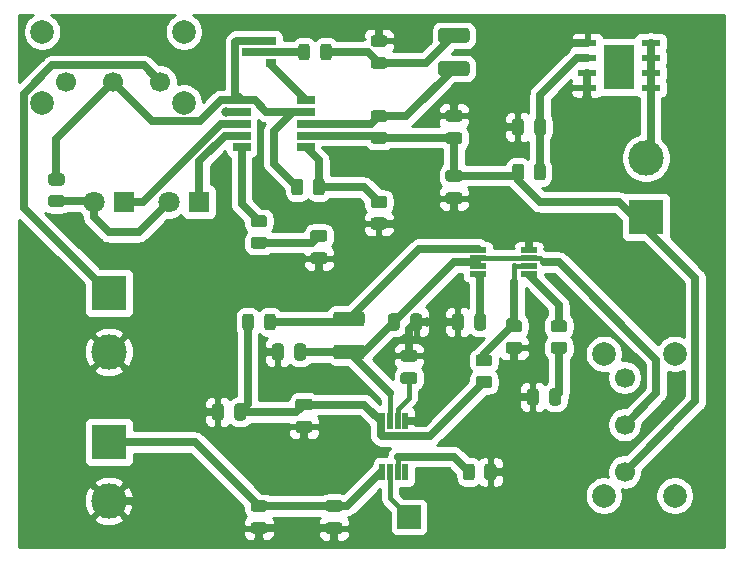
<source format=gbr>
%TF.GenerationSoftware,KiCad,Pcbnew,(5.1.10)-1*%
%TF.CreationDate,2021-08-29T18:49:46-07:00*%
%TF.ProjectId,Solar Charger,536f6c61-7220-4436-9861-726765722e6b,rev?*%
%TF.SameCoordinates,Original*%
%TF.FileFunction,Copper,L1,Top*%
%TF.FilePolarity,Positive*%
%FSLAX46Y46*%
G04 Gerber Fmt 4.6, Leading zero omitted, Abs format (unit mm)*
G04 Created by KiCad (PCBNEW (5.1.10)-1) date 2021-08-29 18:49:46*
%MOMM*%
%LPD*%
G01*
G04 APERTURE LIST*
%TA.AperFunction,ComponentPad*%
%ADD10C,1.700000*%
%TD*%
%TA.AperFunction,ComponentPad*%
%ADD11C,2.000000*%
%TD*%
%TA.AperFunction,ComponentPad*%
%ADD12C,1.800000*%
%TD*%
%TA.AperFunction,ComponentPad*%
%ADD13R,1.800000X1.800000*%
%TD*%
%TA.AperFunction,SMDPad,CuDef*%
%ADD14R,0.480000X1.470000*%
%TD*%
%TA.AperFunction,SMDPad,CuDef*%
%ADD15R,1.525000X0.650000*%
%TD*%
%TA.AperFunction,SMDPad,CuDef*%
%ADD16R,1.470000X0.480000*%
%TD*%
%TA.AperFunction,SMDPad,CuDef*%
%ADD17R,2.620000X3.810000*%
%TD*%
%TA.AperFunction,SMDPad,CuDef*%
%ADD18R,1.600000X0.610000*%
%TD*%
%TA.AperFunction,SMDPad,CuDef*%
%ADD19R,2.000000X2.000000*%
%TD*%
%TA.AperFunction,SMDPad,CuDef*%
%ADD20R,0.900000X0.800000*%
%TD*%
%TA.AperFunction,ComponentPad*%
%ADD21C,3.000000*%
%TD*%
%TA.AperFunction,ComponentPad*%
%ADD22R,3.000000X3.000000*%
%TD*%
%TA.AperFunction,ViaPad*%
%ADD23C,0.800000*%
%TD*%
%TA.AperFunction,Conductor*%
%ADD24C,0.700000*%
%TD*%
%TA.AperFunction,Conductor*%
%ADD25C,0.410000*%
%TD*%
%TA.AperFunction,Conductor*%
%ADD26C,0.254000*%
%TD*%
%TA.AperFunction,Conductor*%
%ADD27C,0.100000*%
%TD*%
G04 APERTURE END LIST*
D10*
%TO.P,Output +5V,3*%
%TO.N,N/C*%
X119860000Y-83440000D03*
%TO.P,Output +5V,2*%
%TO.N,Bat_Boost*%
X119860000Y-87440000D03*
%TO.P,Output +5V,1*%
%TO.N,-Charge*%
X119860000Y-91440000D03*
D11*
%TO.P,Output +5V,*%
%TO.N,*%
X124110000Y-93440000D03*
X124110000Y-81440000D03*
X118110000Y-81440000D03*
X118110000Y-93440000D03*
%TD*%
D12*
%TO.P,Fully Charged,2*%
%TO.N,Net-(D1-Pad2)*%
X81280000Y-68580000D03*
D13*
%TO.P,Fully Charged,1*%
%TO.N,Net-(D2-Pad1)*%
X83820000Y-68580000D03*
%TD*%
D10*
%TO.P,Charge Battery,3*%
%TO.N,N/C*%
X72550000Y-58420000D03*
%TO.P,Charge Battery,2*%
%TO.N,Charge*%
X76550000Y-58420000D03*
%TO.P,Charge Battery,1*%
%TO.N,VDC*%
X80550000Y-58420000D03*
D11*
%TO.P,Charge Battery,*%
%TO.N,*%
X82550000Y-54170000D03*
X70550000Y-54170000D03*
X70550000Y-60170000D03*
X82550000Y-60170000D03*
%TD*%
D14*
%TO.P,U4,1*%
%TO.N,GND*%
X101305000Y-87140000D03*
%TO.P,U4,2*%
%TO.N,Net-(C7-Pad1)*%
X100655000Y-87140000D03*
%TO.P,U4,3*%
%TO.N,Bat_Boost*%
X100005000Y-87140000D03*
%TO.P,U4,4*%
%TO.N,eFuse*%
X99355000Y-87140000D03*
%TO.P,U4,5*%
%TO.N,+5V*%
X99355000Y-91440000D03*
%TO.P,U4,6*%
%TO.N,Net-(TP1-Pad1)*%
X100005000Y-91440000D03*
%TO.P,U4,7*%
%TO.N,Net-(R10-Pad1)*%
X100655000Y-91440000D03*
%TO.P,U4,8*%
%TO.N,Net-(U4-Pad8)*%
X101305000Y-91440000D03*
%TD*%
D15*
%TO.P,U3,1*%
%TO.N,Charge*%
X87458000Y-59960000D03*
%TO.P,U3,2*%
%TO.N,GND*%
X87458000Y-60960000D03*
%TO.P,U3,3*%
%TO.N,Net-(D1-Pad1)*%
X87458000Y-61960000D03*
%TO.P,U3,4*%
%TO.N,Net-(D2-Pad1)*%
X87458000Y-62960000D03*
%TO.P,U3,5*%
%TO.N,Net-(R3-Pad2)*%
X87458000Y-63960000D03*
%TO.P,U3,6*%
%TO.N,Net-(R7-Pad2)*%
X92882000Y-63960000D03*
%TO.P,U3,7*%
%TO.N,-Charge*%
X92882000Y-62960000D03*
%TO.P,U3,8*%
%TO.N,+Charge*%
X92882000Y-61960000D03*
%TO.P,U3,9*%
%TO.N,Charge*%
X92882000Y-60960000D03*
%TO.P,U3,10*%
%TO.N,MOSFET*%
X92882000Y-59960000D03*
%TD*%
D16*
%TO.P,U2,1*%
%TO.N,Net-(R4-Pad1)*%
X111760000Y-74635000D03*
%TO.P,U2,2*%
%TO.N,Net-(R5-Pad2)*%
X111760000Y-73985000D03*
%TO.P,U2,3*%
%TO.N,Bat_Boost*%
X111760000Y-73335000D03*
%TO.P,U2,4*%
%TO.N,GND*%
X111760000Y-72685000D03*
%TO.P,U2,5*%
%TO.N,Net-(D3-Pad2)*%
X107460000Y-72685000D03*
%TO.P,U2,6*%
%TO.N,Bat_Boost*%
X107460000Y-73335000D03*
%TO.P,U2,7*%
X107460000Y-73985000D03*
%TO.P,U2,8*%
%TO.N,Net-(C3-Pad2)*%
X107460000Y-74635000D03*
%TD*%
D17*
%TO.P,U1,GND*%
%TO.N,N/C*%
X119380000Y-57150000D03*
D18*
%TO.P,U1,2*%
%TO.N,-BATT*%
X122080000Y-57635000D03*
%TO.P,U1,5*%
%TO.N,GND*%
X116680000Y-55095000D03*
%TO.P,U1,6*%
%TO.N,Net-(C1-Pad2)*%
X116680000Y-56365000D03*
%TO.P,U1,7*%
%TO.N,GND*%
X116680000Y-57635000D03*
%TO.P,U1,8*%
X116680000Y-58905000D03*
%TO.P,U1,4*%
%TO.N,-BATT*%
X122080000Y-55095000D03*
%TO.P,U1,3*%
X122080000Y-56365000D03*
%TO.P,U1,1*%
X122080000Y-58905000D03*
%TD*%
D19*
%TO.P,TP1,1*%
%TO.N,Net-(TP1-Pad1)*%
X101600000Y-95250000D03*
%TD*%
%TO.P,R10,2*%
%TO.N,GND*%
%TA.AperFunction,SMDPad,CuDef*%
G36*
G01*
X107992500Y-91890001D02*
X107992500Y-90989999D01*
G75*
G02*
X108242499Y-90740000I249999J0D01*
G01*
X108767501Y-90740000D01*
G75*
G02*
X109017500Y-90989999I0J-249999D01*
G01*
X109017500Y-91890001D01*
G75*
G02*
X108767501Y-92140000I-249999J0D01*
G01*
X108242499Y-92140000D01*
G75*
G02*
X107992500Y-91890001I0J249999D01*
G01*
G37*
%TD.AperFunction*%
%TO.P,R10,1*%
%TO.N,Net-(R10-Pad1)*%
%TA.AperFunction,SMDPad,CuDef*%
G36*
G01*
X106167500Y-91890001D02*
X106167500Y-90989999D01*
G75*
G02*
X106417499Y-90740000I249999J0D01*
G01*
X106942501Y-90740000D01*
G75*
G02*
X107192500Y-90989999I0J-249999D01*
G01*
X107192500Y-91890001D01*
G75*
G02*
X106942501Y-92140000I-249999J0D01*
G01*
X106417499Y-92140000D01*
G75*
G02*
X106167500Y-91890001I0J249999D01*
G01*
G37*
%TD.AperFunction*%
%TD*%
%TO.P,R9,2*%
%TO.N,+Charge*%
%TA.AperFunction,SMDPad,CuDef*%
G36*
G01*
X99510001Y-61830000D02*
X98609999Y-61830000D01*
G75*
G02*
X98360000Y-61580001I0J249999D01*
G01*
X98360000Y-61054999D01*
G75*
G02*
X98609999Y-60805000I249999J0D01*
G01*
X99510001Y-60805000D01*
G75*
G02*
X99760000Y-61054999I0J-249999D01*
G01*
X99760000Y-61580001D01*
G75*
G02*
X99510001Y-61830000I-249999J0D01*
G01*
G37*
%TD.AperFunction*%
%TO.P,R9,1*%
%TO.N,-Charge*%
%TA.AperFunction,SMDPad,CuDef*%
G36*
G01*
X99510001Y-63655000D02*
X98609999Y-63655000D01*
G75*
G02*
X98360000Y-63405001I0J249999D01*
G01*
X98360000Y-62879999D01*
G75*
G02*
X98609999Y-62630000I249999J0D01*
G01*
X99510001Y-62630000D01*
G75*
G02*
X99760000Y-62879999I0J-249999D01*
G01*
X99760000Y-63405001D01*
G75*
G02*
X99510001Y-63655000I-249999J0D01*
G01*
G37*
%TD.AperFunction*%
%TD*%
%TO.P,R8,2*%
%TO.N,Net-(R7-Pad2)*%
%TA.AperFunction,SMDPad,CuDef*%
G36*
G01*
X99510001Y-69092500D02*
X98609999Y-69092500D01*
G75*
G02*
X98360000Y-68842501I0J249999D01*
G01*
X98360000Y-68317499D01*
G75*
G02*
X98609999Y-68067500I249999J0D01*
G01*
X99510001Y-68067500D01*
G75*
G02*
X99760000Y-68317499I0J-249999D01*
G01*
X99760000Y-68842501D01*
G75*
G02*
X99510001Y-69092500I-249999J0D01*
G01*
G37*
%TD.AperFunction*%
%TO.P,R8,1*%
%TO.N,GND*%
%TA.AperFunction,SMDPad,CuDef*%
G36*
G01*
X99510001Y-70917500D02*
X98609999Y-70917500D01*
G75*
G02*
X98360000Y-70667501I0J249999D01*
G01*
X98360000Y-70142499D01*
G75*
G02*
X98609999Y-69892500I249999J0D01*
G01*
X99510001Y-69892500D01*
G75*
G02*
X99760000Y-70142499I0J-249999D01*
G01*
X99760000Y-70667501D01*
G75*
G02*
X99510001Y-70917500I-249999J0D01*
G01*
G37*
%TD.AperFunction*%
%TD*%
%TO.P,R7,2*%
%TO.N,Net-(R7-Pad2)*%
%TA.AperFunction,SMDPad,CuDef*%
G36*
G01*
X93467500Y-67760001D02*
X93467500Y-66859999D01*
G75*
G02*
X93717499Y-66610000I249999J0D01*
G01*
X94242501Y-66610000D01*
G75*
G02*
X94492500Y-66859999I0J-249999D01*
G01*
X94492500Y-67760001D01*
G75*
G02*
X94242501Y-68010000I-249999J0D01*
G01*
X93717499Y-68010000D01*
G75*
G02*
X93467500Y-67760001I0J249999D01*
G01*
G37*
%TD.AperFunction*%
%TO.P,R7,1*%
%TO.N,Charge*%
%TA.AperFunction,SMDPad,CuDef*%
G36*
G01*
X91642500Y-67760001D02*
X91642500Y-66859999D01*
G75*
G02*
X91892499Y-66610000I249999J0D01*
G01*
X92417501Y-66610000D01*
G75*
G02*
X92667500Y-66859999I0J-249999D01*
G01*
X92667500Y-67760001D01*
G75*
G02*
X92417501Y-68010000I-249999J0D01*
G01*
X91892499Y-68010000D01*
G75*
G02*
X91642500Y-67760001I0J249999D01*
G01*
G37*
%TD.AperFunction*%
%TD*%
%TO.P,R6,2*%
%TO.N,GND*%
%TA.AperFunction,SMDPad,CuDef*%
G36*
G01*
X110039999Y-80410000D02*
X110940001Y-80410000D01*
G75*
G02*
X111190000Y-80659999I0J-249999D01*
G01*
X111190000Y-81185001D01*
G75*
G02*
X110940001Y-81435000I-249999J0D01*
G01*
X110039999Y-81435000D01*
G75*
G02*
X109790000Y-81185001I0J249999D01*
G01*
X109790000Y-80659999D01*
G75*
G02*
X110039999Y-80410000I249999J0D01*
G01*
G37*
%TD.AperFunction*%
%TO.P,R6,1*%
%TO.N,Net-(R5-Pad2)*%
%TA.AperFunction,SMDPad,CuDef*%
G36*
G01*
X110039999Y-78585000D02*
X110940001Y-78585000D01*
G75*
G02*
X111190000Y-78834999I0J-249999D01*
G01*
X111190000Y-79360001D01*
G75*
G02*
X110940001Y-79610000I-249999J0D01*
G01*
X110039999Y-79610000D01*
G75*
G02*
X109790000Y-79360001I0J249999D01*
G01*
X109790000Y-78834999D01*
G75*
G02*
X110039999Y-78585000I249999J0D01*
G01*
G37*
%TD.AperFunction*%
%TD*%
%TO.P,R5,2*%
%TO.N,Net-(R5-Pad2)*%
%TA.AperFunction,SMDPad,CuDef*%
G36*
G01*
X108400001Y-82507500D02*
X107499999Y-82507500D01*
G75*
G02*
X107250000Y-82257501I0J249999D01*
G01*
X107250000Y-81732499D01*
G75*
G02*
X107499999Y-81482500I249999J0D01*
G01*
X108400001Y-81482500D01*
G75*
G02*
X108650000Y-81732499I0J-249999D01*
G01*
X108650000Y-82257501D01*
G75*
G02*
X108400001Y-82507500I-249999J0D01*
G01*
G37*
%TD.AperFunction*%
%TO.P,R5,1*%
%TO.N,eFuse*%
%TA.AperFunction,SMDPad,CuDef*%
G36*
G01*
X108400001Y-84332500D02*
X107499999Y-84332500D01*
G75*
G02*
X107250000Y-84082501I0J249999D01*
G01*
X107250000Y-83557499D01*
G75*
G02*
X107499999Y-83307500I249999J0D01*
G01*
X108400001Y-83307500D01*
G75*
G02*
X108650000Y-83557499I0J-249999D01*
G01*
X108650000Y-84082501D01*
G75*
G02*
X108400001Y-84332500I-249999J0D01*
G01*
G37*
%TD.AperFunction*%
%TD*%
%TO.P,R4,2*%
%TO.N,Net-(C4-Pad1)*%
%TA.AperFunction,SMDPad,CuDef*%
G36*
G01*
X113849999Y-80410000D02*
X114750001Y-80410000D01*
G75*
G02*
X115000000Y-80659999I0J-249999D01*
G01*
X115000000Y-81185001D01*
G75*
G02*
X114750001Y-81435000I-249999J0D01*
G01*
X113849999Y-81435000D01*
G75*
G02*
X113600000Y-81185001I0J249999D01*
G01*
X113600000Y-80659999D01*
G75*
G02*
X113849999Y-80410000I249999J0D01*
G01*
G37*
%TD.AperFunction*%
%TO.P,R4,1*%
%TO.N,Net-(R4-Pad1)*%
%TA.AperFunction,SMDPad,CuDef*%
G36*
G01*
X113849999Y-78585000D02*
X114750001Y-78585000D01*
G75*
G02*
X115000000Y-78834999I0J-249999D01*
G01*
X115000000Y-79360001D01*
G75*
G02*
X114750001Y-79610000I-249999J0D01*
G01*
X113849999Y-79610000D01*
G75*
G02*
X113600000Y-79360001I0J249999D01*
G01*
X113600000Y-78834999D01*
G75*
G02*
X113849999Y-78585000I249999J0D01*
G01*
G37*
%TD.AperFunction*%
%TD*%
%TO.P,R3,2*%
%TO.N,Net-(R3-Pad2)*%
%TA.AperFunction,SMDPad,CuDef*%
G36*
G01*
X89350001Y-70720000D02*
X88449999Y-70720000D01*
G75*
G02*
X88200000Y-70470001I0J249999D01*
G01*
X88200000Y-69944999D01*
G75*
G02*
X88449999Y-69695000I249999J0D01*
G01*
X89350001Y-69695000D01*
G75*
G02*
X89600000Y-69944999I0J-249999D01*
G01*
X89600000Y-70470001D01*
G75*
G02*
X89350001Y-70720000I-249999J0D01*
G01*
G37*
%TD.AperFunction*%
%TO.P,R3,1*%
%TO.N,Net-(C2-Pad2)*%
%TA.AperFunction,SMDPad,CuDef*%
G36*
G01*
X89350001Y-72545000D02*
X88449999Y-72545000D01*
G75*
G02*
X88200000Y-72295001I0J249999D01*
G01*
X88200000Y-71769999D01*
G75*
G02*
X88449999Y-71520000I249999J0D01*
G01*
X89350001Y-71520000D01*
G75*
G02*
X89600000Y-71769999I0J-249999D01*
G01*
X89600000Y-72295001D01*
G75*
G02*
X89350001Y-72545000I-249999J0D01*
G01*
G37*
%TD.AperFunction*%
%TD*%
%TO.P,R2,2*%
%TO.N,Charge*%
%TA.AperFunction,SMDPad,CuDef*%
G36*
G01*
X72205001Y-67187500D02*
X71304999Y-67187500D01*
G75*
G02*
X71055000Y-66937501I0J249999D01*
G01*
X71055000Y-66412499D01*
G75*
G02*
X71304999Y-66162500I249999J0D01*
G01*
X72205001Y-66162500D01*
G75*
G02*
X72455000Y-66412499I0J-249999D01*
G01*
X72455000Y-66937501D01*
G75*
G02*
X72205001Y-67187500I-249999J0D01*
G01*
G37*
%TD.AperFunction*%
%TO.P,R2,1*%
%TO.N,Net-(D1-Pad2)*%
%TA.AperFunction,SMDPad,CuDef*%
G36*
G01*
X72205001Y-69012500D02*
X71304999Y-69012500D01*
G75*
G02*
X71055000Y-68762501I0J249999D01*
G01*
X71055000Y-68237499D01*
G75*
G02*
X71304999Y-67987500I249999J0D01*
G01*
X72205001Y-67987500D01*
G75*
G02*
X72455000Y-68237499I0J-249999D01*
G01*
X72455000Y-68762501D01*
G75*
G02*
X72205001Y-69012500I-249999J0D01*
G01*
G37*
%TD.AperFunction*%
%TD*%
%TO.P,R1,2*%
%TO.N,-Charge*%
%TA.AperFunction,SMDPad,CuDef*%
G36*
G01*
X111360000Y-65589999D02*
X111360000Y-66490001D01*
G75*
G02*
X111110001Y-66740000I-249999J0D01*
G01*
X110584999Y-66740000D01*
G75*
G02*
X110335000Y-66490001I0J249999D01*
G01*
X110335000Y-65589999D01*
G75*
G02*
X110584999Y-65340000I249999J0D01*
G01*
X111110001Y-65340000D01*
G75*
G02*
X111360000Y-65589999I0J-249999D01*
G01*
G37*
%TD.AperFunction*%
%TO.P,R1,1*%
%TO.N,Net-(C1-Pad2)*%
%TA.AperFunction,SMDPad,CuDef*%
G36*
G01*
X113185000Y-65589999D02*
X113185000Y-66490001D01*
G75*
G02*
X112935001Y-66740000I-249999J0D01*
G01*
X112409999Y-66740000D01*
G75*
G02*
X112160000Y-66490001I0J249999D01*
G01*
X112160000Y-65589999D01*
G75*
G02*
X112409999Y-65340000I249999J0D01*
G01*
X112935001Y-65340000D01*
G75*
G02*
X113185000Y-65589999I0J-249999D01*
G01*
G37*
%TD.AperFunction*%
%TD*%
D20*
%TO.P,Q1,3*%
%TO.N,Net-(D4-Pad2)*%
X87900000Y-55880000D03*
%TO.P,Q1,2*%
%TO.N,Charge*%
X89900000Y-54930000D03*
%TO.P,Q1,1*%
%TO.N,MOSFET*%
X89900000Y-56830000D03*
%TD*%
%TO.P,L2,2*%
%TO.N,Net-(D4-Pad1)*%
%TA.AperFunction,SMDPad,CuDef*%
G36*
G01*
X106485000Y-55105000D02*
X104335000Y-55105000D01*
G75*
G02*
X104085000Y-54855000I0J250000D01*
G01*
X104085000Y-54105000D01*
G75*
G02*
X104335000Y-53855000I250000J0D01*
G01*
X106485000Y-53855000D01*
G75*
G02*
X106735000Y-54105000I0J-250000D01*
G01*
X106735000Y-54855000D01*
G75*
G02*
X106485000Y-55105000I-250000J0D01*
G01*
G37*
%TD.AperFunction*%
%TO.P,L2,1*%
%TO.N,+Charge*%
%TA.AperFunction,SMDPad,CuDef*%
G36*
G01*
X106485000Y-57905000D02*
X104335000Y-57905000D01*
G75*
G02*
X104085000Y-57655000I0J250000D01*
G01*
X104085000Y-56905000D01*
G75*
G02*
X104335000Y-56655000I250000J0D01*
G01*
X106485000Y-56655000D01*
G75*
G02*
X106735000Y-56905000I0J-250000D01*
G01*
X106735000Y-57655000D01*
G75*
G02*
X106485000Y-57905000I-250000J0D01*
G01*
G37*
%TD.AperFunction*%
%TD*%
%TO.P,L1,2*%
%TO.N,Net-(D3-Pad2)*%
%TA.AperFunction,SMDPad,CuDef*%
G36*
G01*
X97595000Y-79105000D02*
X95445000Y-79105000D01*
G75*
G02*
X95195000Y-78855000I0J250000D01*
G01*
X95195000Y-78105000D01*
G75*
G02*
X95445000Y-77855000I250000J0D01*
G01*
X97595000Y-77855000D01*
G75*
G02*
X97845000Y-78105000I0J-250000D01*
G01*
X97845000Y-78855000D01*
G75*
G02*
X97595000Y-79105000I-250000J0D01*
G01*
G37*
%TD.AperFunction*%
%TO.P,L1,1*%
%TO.N,Bat_Boost*%
%TA.AperFunction,SMDPad,CuDef*%
G36*
G01*
X97595000Y-81905000D02*
X95445000Y-81905000D01*
G75*
G02*
X95195000Y-81655000I0J250000D01*
G01*
X95195000Y-80905000D01*
G75*
G02*
X95445000Y-80655000I250000J0D01*
G01*
X97595000Y-80655000D01*
G75*
G02*
X97845000Y-80905000I0J-250000D01*
G01*
X97845000Y-81655000D01*
G75*
G02*
X97595000Y-81905000I-250000J0D01*
G01*
G37*
%TD.AperFunction*%
%TD*%
D21*
%TO.P,5V Output,2*%
%TO.N,GND*%
X76200000Y-93900000D03*
D22*
%TO.P,5V Output,1*%
%TO.N,+5V*%
X76200000Y-88900000D03*
%TD*%
D21*
%TO.P,Solar Panel,2*%
%TO.N,GND*%
X76200000Y-81280000D03*
D22*
%TO.P,Solar Panel,1*%
%TO.N,VDC*%
X76200000Y-76280000D03*
%TD*%
D21*
%TO.P,Battery,2*%
%TO.N,-BATT*%
X121666000Y-64850000D03*
D22*
%TO.P,Battery,1*%
%TO.N,-Charge*%
X121666000Y-69850000D03*
%TD*%
%TO.P,D6,2*%
%TO.N,GND*%
%TA.AperFunction,SMDPad,CuDef*%
G36*
G01*
X88443750Y-95700000D02*
X89356250Y-95700000D01*
G75*
G02*
X89600000Y-95943750I0J-243750D01*
G01*
X89600000Y-96431250D01*
G75*
G02*
X89356250Y-96675000I-243750J0D01*
G01*
X88443750Y-96675000D01*
G75*
G02*
X88200000Y-96431250I0J243750D01*
G01*
X88200000Y-95943750D01*
G75*
G02*
X88443750Y-95700000I243750J0D01*
G01*
G37*
%TD.AperFunction*%
%TO.P,D6,1*%
%TO.N,+5V*%
%TA.AperFunction,SMDPad,CuDef*%
G36*
G01*
X88443750Y-93825000D02*
X89356250Y-93825000D01*
G75*
G02*
X89600000Y-94068750I0J-243750D01*
G01*
X89600000Y-94556250D01*
G75*
G02*
X89356250Y-94800000I-243750J0D01*
G01*
X88443750Y-94800000D01*
G75*
G02*
X88200000Y-94556250I0J243750D01*
G01*
X88200000Y-94068750D01*
G75*
G02*
X88443750Y-93825000I243750J0D01*
G01*
G37*
%TD.AperFunction*%
%TD*%
%TO.P,D5,2*%
%TO.N,GND*%
%TA.AperFunction,SMDPad,CuDef*%
G36*
G01*
X99516250Y-55430000D02*
X98603750Y-55430000D01*
G75*
G02*
X98360000Y-55186250I0J243750D01*
G01*
X98360000Y-54698750D01*
G75*
G02*
X98603750Y-54455000I243750J0D01*
G01*
X99516250Y-54455000D01*
G75*
G02*
X99760000Y-54698750I0J-243750D01*
G01*
X99760000Y-55186250D01*
G75*
G02*
X99516250Y-55430000I-243750J0D01*
G01*
G37*
%TD.AperFunction*%
%TO.P,D5,1*%
%TO.N,Net-(D4-Pad1)*%
%TA.AperFunction,SMDPad,CuDef*%
G36*
G01*
X99516250Y-57305000D02*
X98603750Y-57305000D01*
G75*
G02*
X98360000Y-57061250I0J243750D01*
G01*
X98360000Y-56573750D01*
G75*
G02*
X98603750Y-56330000I243750J0D01*
G01*
X99516250Y-56330000D01*
G75*
G02*
X99760000Y-56573750I0J-243750D01*
G01*
X99760000Y-57061250D01*
G75*
G02*
X99516250Y-57305000I-243750J0D01*
G01*
G37*
%TD.AperFunction*%
%TD*%
%TO.P,D4,2*%
%TO.N,Net-(D4-Pad2)*%
%TA.AperFunction,SMDPad,CuDef*%
G36*
G01*
X93197500Y-55423750D02*
X93197500Y-56336250D01*
G75*
G02*
X92953750Y-56580000I-243750J0D01*
G01*
X92466250Y-56580000D01*
G75*
G02*
X92222500Y-56336250I0J243750D01*
G01*
X92222500Y-55423750D01*
G75*
G02*
X92466250Y-55180000I243750J0D01*
G01*
X92953750Y-55180000D01*
G75*
G02*
X93197500Y-55423750I0J-243750D01*
G01*
G37*
%TD.AperFunction*%
%TO.P,D4,1*%
%TO.N,Net-(D4-Pad1)*%
%TA.AperFunction,SMDPad,CuDef*%
G36*
G01*
X95072500Y-55423750D02*
X95072500Y-56336250D01*
G75*
G02*
X94828750Y-56580000I-243750J0D01*
G01*
X94341250Y-56580000D01*
G75*
G02*
X94097500Y-56336250I0J243750D01*
G01*
X94097500Y-55423750D01*
G75*
G02*
X94341250Y-55180000I243750J0D01*
G01*
X94828750Y-55180000D01*
G75*
G02*
X95072500Y-55423750I0J-243750D01*
G01*
G37*
%TD.AperFunction*%
%TD*%
%TO.P,D3,2*%
%TO.N,Net-(D3-Pad2)*%
%TA.AperFunction,SMDPad,CuDef*%
G36*
G01*
X89350000Y-79196250D02*
X89350000Y-78283750D01*
G75*
G02*
X89593750Y-78040000I243750J0D01*
G01*
X90081250Y-78040000D01*
G75*
G02*
X90325000Y-78283750I0J-243750D01*
G01*
X90325000Y-79196250D01*
G75*
G02*
X90081250Y-79440000I-243750J0D01*
G01*
X89593750Y-79440000D01*
G75*
G02*
X89350000Y-79196250I0J243750D01*
G01*
G37*
%TD.AperFunction*%
%TO.P,D3,1*%
%TO.N,eFuse*%
%TA.AperFunction,SMDPad,CuDef*%
G36*
G01*
X87475000Y-79196250D02*
X87475000Y-78283750D01*
G75*
G02*
X87718750Y-78040000I243750J0D01*
G01*
X88206250Y-78040000D01*
G75*
G02*
X88450000Y-78283750I0J-243750D01*
G01*
X88450000Y-79196250D01*
G75*
G02*
X88206250Y-79440000I-243750J0D01*
G01*
X87718750Y-79440000D01*
G75*
G02*
X87475000Y-79196250I0J243750D01*
G01*
G37*
%TD.AperFunction*%
%TD*%
D12*
%TO.P,Charging,2*%
%TO.N,Net-(D1-Pad2)*%
X74930000Y-68580000D03*
D13*
%TO.P,Charging,1*%
%TO.N,Net-(D1-Pad1)*%
X77470000Y-68580000D03*
%TD*%
%TO.P,C12,2*%
%TO.N,GND*%
%TA.AperFunction,SMDPad,CuDef*%
G36*
G01*
X90990000Y-80805000D02*
X90990000Y-81755000D01*
G75*
G02*
X90740000Y-82005000I-250000J0D01*
G01*
X90240000Y-82005000D01*
G75*
G02*
X89990000Y-81755000I0J250000D01*
G01*
X89990000Y-80805000D01*
G75*
G02*
X90240000Y-80555000I250000J0D01*
G01*
X90740000Y-80555000D01*
G75*
G02*
X90990000Y-80805000I0J-250000D01*
G01*
G37*
%TD.AperFunction*%
%TO.P,C12,1*%
%TO.N,Bat_Boost*%
%TA.AperFunction,SMDPad,CuDef*%
G36*
G01*
X92890000Y-80805000D02*
X92890000Y-81755000D01*
G75*
G02*
X92640000Y-82005000I-250000J0D01*
G01*
X92140000Y-82005000D01*
G75*
G02*
X91890000Y-81755000I0J250000D01*
G01*
X91890000Y-80805000D01*
G75*
G02*
X92140000Y-80555000I250000J0D01*
G01*
X92640000Y-80555000D01*
G75*
G02*
X92890000Y-80805000I0J-250000D01*
G01*
G37*
%TD.AperFunction*%
%TD*%
%TO.P,C11,2*%
%TO.N,GND*%
%TA.AperFunction,SMDPad,CuDef*%
G36*
G01*
X101730000Y-79215000D02*
X101730000Y-78265000D01*
G75*
G02*
X101980000Y-78015000I250000J0D01*
G01*
X102480000Y-78015000D01*
G75*
G02*
X102730000Y-78265000I0J-250000D01*
G01*
X102730000Y-79215000D01*
G75*
G02*
X102480000Y-79465000I-250000J0D01*
G01*
X101980000Y-79465000D01*
G75*
G02*
X101730000Y-79215000I0J250000D01*
G01*
G37*
%TD.AperFunction*%
%TO.P,C11,1*%
%TO.N,Bat_Boost*%
%TA.AperFunction,SMDPad,CuDef*%
G36*
G01*
X99830000Y-79215000D02*
X99830000Y-78265000D01*
G75*
G02*
X100080000Y-78015000I250000J0D01*
G01*
X100580000Y-78015000D01*
G75*
G02*
X100830000Y-78265000I0J-250000D01*
G01*
X100830000Y-79215000D01*
G75*
G02*
X100580000Y-79465000I-250000J0D01*
G01*
X100080000Y-79465000D01*
G75*
G02*
X99830000Y-79215000I0J250000D01*
G01*
G37*
%TD.AperFunction*%
%TD*%
%TO.P,C10,2*%
%TO.N,GND*%
%TA.AperFunction,SMDPad,CuDef*%
G36*
G01*
X104935000Y-67760000D02*
X105885000Y-67760000D01*
G75*
G02*
X106135000Y-68010000I0J-250000D01*
G01*
X106135000Y-68510000D01*
G75*
G02*
X105885000Y-68760000I-250000J0D01*
G01*
X104935000Y-68760000D01*
G75*
G02*
X104685000Y-68510000I0J250000D01*
G01*
X104685000Y-68010000D01*
G75*
G02*
X104935000Y-67760000I250000J0D01*
G01*
G37*
%TD.AperFunction*%
%TO.P,C10,1*%
%TO.N,-Charge*%
%TA.AperFunction,SMDPad,CuDef*%
G36*
G01*
X104935000Y-65860000D02*
X105885000Y-65860000D01*
G75*
G02*
X106135000Y-66110000I0J-250000D01*
G01*
X106135000Y-66610000D01*
G75*
G02*
X105885000Y-66860000I-250000J0D01*
G01*
X104935000Y-66860000D01*
G75*
G02*
X104685000Y-66610000I0J250000D01*
G01*
X104685000Y-66110000D01*
G75*
G02*
X104935000Y-65860000I250000J0D01*
G01*
G37*
%TD.AperFunction*%
%TD*%
%TO.P,C9,2*%
%TO.N,GND*%
%TA.AperFunction,SMDPad,CuDef*%
G36*
G01*
X94775000Y-95700000D02*
X95725000Y-95700000D01*
G75*
G02*
X95975000Y-95950000I0J-250000D01*
G01*
X95975000Y-96450000D01*
G75*
G02*
X95725000Y-96700000I-250000J0D01*
G01*
X94775000Y-96700000D01*
G75*
G02*
X94525000Y-96450000I0J250000D01*
G01*
X94525000Y-95950000D01*
G75*
G02*
X94775000Y-95700000I250000J0D01*
G01*
G37*
%TD.AperFunction*%
%TO.P,C9,1*%
%TO.N,+5V*%
%TA.AperFunction,SMDPad,CuDef*%
G36*
G01*
X94775000Y-93800000D02*
X95725000Y-93800000D01*
G75*
G02*
X95975000Y-94050000I0J-250000D01*
G01*
X95975000Y-94550000D01*
G75*
G02*
X95725000Y-94800000I-250000J0D01*
G01*
X94775000Y-94800000D01*
G75*
G02*
X94525000Y-94550000I0J250000D01*
G01*
X94525000Y-94050000D01*
G75*
G02*
X94775000Y-93800000I250000J0D01*
G01*
G37*
%TD.AperFunction*%
%TD*%
%TO.P,C8,2*%
%TO.N,-Charge*%
%TA.AperFunction,SMDPad,CuDef*%
G36*
G01*
X104935000Y-62680000D02*
X105885000Y-62680000D01*
G75*
G02*
X106135000Y-62930000I0J-250000D01*
G01*
X106135000Y-63430000D01*
G75*
G02*
X105885000Y-63680000I-250000J0D01*
G01*
X104935000Y-63680000D01*
G75*
G02*
X104685000Y-63430000I0J250000D01*
G01*
X104685000Y-62930000D01*
G75*
G02*
X104935000Y-62680000I250000J0D01*
G01*
G37*
%TD.AperFunction*%
%TO.P,C8,1*%
%TO.N,GND*%
%TA.AperFunction,SMDPad,CuDef*%
G36*
G01*
X104935000Y-60780000D02*
X105885000Y-60780000D01*
G75*
G02*
X106135000Y-61030000I0J-250000D01*
G01*
X106135000Y-61530000D01*
G75*
G02*
X105885000Y-61780000I-250000J0D01*
G01*
X104935000Y-61780000D01*
G75*
G02*
X104685000Y-61530000I0J250000D01*
G01*
X104685000Y-61030000D01*
G75*
G02*
X104935000Y-60780000I250000J0D01*
G01*
G37*
%TD.AperFunction*%
%TD*%
%TO.P,C7,2*%
%TO.N,GND*%
%TA.AperFunction,SMDPad,CuDef*%
G36*
G01*
X102075000Y-82100000D02*
X101125000Y-82100000D01*
G75*
G02*
X100875000Y-81850000I0J250000D01*
G01*
X100875000Y-81350000D01*
G75*
G02*
X101125000Y-81100000I250000J0D01*
G01*
X102075000Y-81100000D01*
G75*
G02*
X102325000Y-81350000I0J-250000D01*
G01*
X102325000Y-81850000D01*
G75*
G02*
X102075000Y-82100000I-250000J0D01*
G01*
G37*
%TD.AperFunction*%
%TO.P,C7,1*%
%TO.N,Net-(C7-Pad1)*%
%TA.AperFunction,SMDPad,CuDef*%
G36*
G01*
X102075000Y-84000000D02*
X101125000Y-84000000D01*
G75*
G02*
X100875000Y-83750000I0J250000D01*
G01*
X100875000Y-83250000D01*
G75*
G02*
X101125000Y-83000000I250000J0D01*
G01*
X102075000Y-83000000D01*
G75*
G02*
X102325000Y-83250000I0J-250000D01*
G01*
X102325000Y-83750000D01*
G75*
G02*
X102075000Y-84000000I-250000J0D01*
G01*
G37*
%TD.AperFunction*%
%TD*%
%TO.P,C6,2*%
%TO.N,GND*%
%TA.AperFunction,SMDPad,CuDef*%
G36*
G01*
X85910000Y-85885000D02*
X85910000Y-86835000D01*
G75*
G02*
X85660000Y-87085000I-250000J0D01*
G01*
X85160000Y-87085000D01*
G75*
G02*
X84910000Y-86835000I0J250000D01*
G01*
X84910000Y-85885000D01*
G75*
G02*
X85160000Y-85635000I250000J0D01*
G01*
X85660000Y-85635000D01*
G75*
G02*
X85910000Y-85885000I0J-250000D01*
G01*
G37*
%TD.AperFunction*%
%TO.P,C6,1*%
%TO.N,eFuse*%
%TA.AperFunction,SMDPad,CuDef*%
G36*
G01*
X87810000Y-85885000D02*
X87810000Y-86835000D01*
G75*
G02*
X87560000Y-87085000I-250000J0D01*
G01*
X87060000Y-87085000D01*
G75*
G02*
X86810000Y-86835000I0J250000D01*
G01*
X86810000Y-85885000D01*
G75*
G02*
X87060000Y-85635000I250000J0D01*
G01*
X87560000Y-85635000D01*
G75*
G02*
X87810000Y-85885000I0J-250000D01*
G01*
G37*
%TD.AperFunction*%
%TD*%
%TO.P,C5,2*%
%TO.N,eFuse*%
%TA.AperFunction,SMDPad,CuDef*%
G36*
G01*
X93185000Y-86230000D02*
X92235000Y-86230000D01*
G75*
G02*
X91985000Y-85980000I0J250000D01*
G01*
X91985000Y-85480000D01*
G75*
G02*
X92235000Y-85230000I250000J0D01*
G01*
X93185000Y-85230000D01*
G75*
G02*
X93435000Y-85480000I0J-250000D01*
G01*
X93435000Y-85980000D01*
G75*
G02*
X93185000Y-86230000I-250000J0D01*
G01*
G37*
%TD.AperFunction*%
%TO.P,C5,1*%
%TO.N,GND*%
%TA.AperFunction,SMDPad,CuDef*%
G36*
G01*
X93185000Y-88130000D02*
X92235000Y-88130000D01*
G75*
G02*
X91985000Y-87880000I0J250000D01*
G01*
X91985000Y-87380000D01*
G75*
G02*
X92235000Y-87130000I250000J0D01*
G01*
X93185000Y-87130000D01*
G75*
G02*
X93435000Y-87380000I0J-250000D01*
G01*
X93435000Y-87880000D01*
G75*
G02*
X93185000Y-88130000I-250000J0D01*
G01*
G37*
%TD.AperFunction*%
%TD*%
%TO.P,C4,2*%
%TO.N,GND*%
%TA.AperFunction,SMDPad,CuDef*%
G36*
G01*
X112580000Y-84615000D02*
X112580000Y-85565000D01*
G75*
G02*
X112330000Y-85815000I-250000J0D01*
G01*
X111830000Y-85815000D01*
G75*
G02*
X111580000Y-85565000I0J250000D01*
G01*
X111580000Y-84615000D01*
G75*
G02*
X111830000Y-84365000I250000J0D01*
G01*
X112330000Y-84365000D01*
G75*
G02*
X112580000Y-84615000I0J-250000D01*
G01*
G37*
%TD.AperFunction*%
%TO.P,C4,1*%
%TO.N,Net-(C4-Pad1)*%
%TA.AperFunction,SMDPad,CuDef*%
G36*
G01*
X114480000Y-84615000D02*
X114480000Y-85565000D01*
G75*
G02*
X114230000Y-85815000I-250000J0D01*
G01*
X113730000Y-85815000D01*
G75*
G02*
X113480000Y-85565000I0J250000D01*
G01*
X113480000Y-84615000D01*
G75*
G02*
X113730000Y-84365000I250000J0D01*
G01*
X114230000Y-84365000D01*
G75*
G02*
X114480000Y-84615000I0J-250000D01*
G01*
G37*
%TD.AperFunction*%
%TD*%
%TO.P,C3,2*%
%TO.N,Net-(C3-Pad2)*%
%TA.AperFunction,SMDPad,CuDef*%
G36*
G01*
X107130000Y-79215000D02*
X107130000Y-78265000D01*
G75*
G02*
X107380000Y-78015000I250000J0D01*
G01*
X107880000Y-78015000D01*
G75*
G02*
X108130000Y-78265000I0J-250000D01*
G01*
X108130000Y-79215000D01*
G75*
G02*
X107880000Y-79465000I-250000J0D01*
G01*
X107380000Y-79465000D01*
G75*
G02*
X107130000Y-79215000I0J250000D01*
G01*
G37*
%TD.AperFunction*%
%TO.P,C3,1*%
%TO.N,GND*%
%TA.AperFunction,SMDPad,CuDef*%
G36*
G01*
X105230000Y-79215000D02*
X105230000Y-78265000D01*
G75*
G02*
X105480000Y-78015000I250000J0D01*
G01*
X105980000Y-78015000D01*
G75*
G02*
X106230000Y-78265000I0J-250000D01*
G01*
X106230000Y-79215000D01*
G75*
G02*
X105980000Y-79465000I-250000J0D01*
G01*
X105480000Y-79465000D01*
G75*
G02*
X105230000Y-79215000I0J250000D01*
G01*
G37*
%TD.AperFunction*%
%TD*%
%TO.P,C2,2*%
%TO.N,Net-(C2-Pad2)*%
%TA.AperFunction,SMDPad,CuDef*%
G36*
G01*
X94455000Y-71940000D02*
X93505000Y-71940000D01*
G75*
G02*
X93255000Y-71690000I0J250000D01*
G01*
X93255000Y-71190000D01*
G75*
G02*
X93505000Y-70940000I250000J0D01*
G01*
X94455000Y-70940000D01*
G75*
G02*
X94705000Y-71190000I0J-250000D01*
G01*
X94705000Y-71690000D01*
G75*
G02*
X94455000Y-71940000I-250000J0D01*
G01*
G37*
%TD.AperFunction*%
%TO.P,C2,1*%
%TO.N,GND*%
%TA.AperFunction,SMDPad,CuDef*%
G36*
G01*
X94455000Y-73840000D02*
X93505000Y-73840000D01*
G75*
G02*
X93255000Y-73590000I0J250000D01*
G01*
X93255000Y-73090000D01*
G75*
G02*
X93505000Y-72840000I250000J0D01*
G01*
X94455000Y-72840000D01*
G75*
G02*
X94705000Y-73090000I0J-250000D01*
G01*
X94705000Y-73590000D01*
G75*
G02*
X94455000Y-73840000I-250000J0D01*
G01*
G37*
%TD.AperFunction*%
%TD*%
%TO.P,C1,2*%
%TO.N,Net-(C1-Pad2)*%
%TA.AperFunction,SMDPad,CuDef*%
G36*
G01*
X112210000Y-62705000D02*
X112210000Y-61755000D01*
G75*
G02*
X112460000Y-61505000I250000J0D01*
G01*
X112960000Y-61505000D01*
G75*
G02*
X113210000Y-61755000I0J-250000D01*
G01*
X113210000Y-62705000D01*
G75*
G02*
X112960000Y-62955000I-250000J0D01*
G01*
X112460000Y-62955000D01*
G75*
G02*
X112210000Y-62705000I0J250000D01*
G01*
G37*
%TD.AperFunction*%
%TO.P,C1,1*%
%TO.N,GND*%
%TA.AperFunction,SMDPad,CuDef*%
G36*
G01*
X110310000Y-62705000D02*
X110310000Y-61755000D01*
G75*
G02*
X110560000Y-61505000I250000J0D01*
G01*
X111060000Y-61505000D01*
G75*
G02*
X111310000Y-61755000I0J-250000D01*
G01*
X111310000Y-62705000D01*
G75*
G02*
X111060000Y-62955000I-250000J0D01*
G01*
X110560000Y-62955000D01*
G75*
G02*
X110310000Y-62705000I0J250000D01*
G01*
G37*
%TD.AperFunction*%
%TD*%
D23*
%TO.N,GND*%
X78359000Y-93980000D03*
X102235000Y-87122000D03*
X88900000Y-97155000D03*
X95250000Y-97282000D03*
X92710000Y-88646000D03*
X84455000Y-86360000D03*
X89535000Y-81280000D03*
X93980000Y-74422000D03*
X101600000Y-80518000D03*
X104775000Y-78740000D03*
X103124000Y-78740000D03*
X110998000Y-85090000D03*
X110490000Y-82169000D03*
X111760000Y-71882000D03*
X100330000Y-70485000D03*
X105410000Y-69342000D03*
X115443000Y-55118000D03*
X116713000Y-59690000D03*
X109855000Y-62230000D03*
X105410000Y-60325000D03*
X99060000Y-53848000D03*
X86106000Y-60960000D03*
X109601000Y-91440000D03*
%TD*%
D24*
%TO.N,GND*%
X86106000Y-60960000D02*
X87458000Y-60960000D01*
X99060000Y-53848000D02*
X99060000Y-54942500D01*
X105410000Y-60325000D02*
X105410000Y-61280000D01*
X109855000Y-62230000D02*
X110810000Y-62230000D01*
X116680000Y-59657000D02*
X116713000Y-59690000D01*
X116680000Y-57635000D02*
X116680000Y-59657000D01*
X116657000Y-55118000D02*
X116680000Y-55095000D01*
X115443000Y-55118000D02*
X116657000Y-55118000D01*
X105410000Y-68260000D02*
X105410000Y-69342000D01*
X100250000Y-70405000D02*
X100330000Y-70485000D01*
X99060000Y-70405000D02*
X100250000Y-70405000D01*
X111760000Y-71882000D02*
X111760000Y-72544999D01*
X110490000Y-80922500D02*
X110490000Y-82169000D01*
X110998000Y-85090000D02*
X112080000Y-85090000D01*
X102230000Y-78740000D02*
X105730000Y-78740000D01*
X101600000Y-79370000D02*
X102230000Y-78740000D01*
X101600000Y-81600000D02*
X101600000Y-79370000D01*
X108505000Y-91440000D02*
X109601000Y-91440000D01*
X93980000Y-73340000D02*
X93980000Y-74422000D01*
X89535000Y-81280000D02*
X90490000Y-81280000D01*
X84455000Y-86360000D02*
X85410000Y-86360000D01*
X92710000Y-87630000D02*
X92710000Y-88646000D01*
X95250000Y-96200000D02*
X95250000Y-97282000D01*
X88900000Y-96187500D02*
X88900000Y-97155000D01*
X95237500Y-96187500D02*
X95250000Y-96200000D01*
X88900000Y-96187500D02*
X95237500Y-96187500D01*
X101463001Y-87122000D02*
X101445001Y-87140000D01*
X102235000Y-87122000D02*
X101463001Y-87122000D01*
X78279000Y-93900000D02*
X78359000Y-93980000D01*
X76200000Y-93900000D02*
X78279000Y-93900000D01*
%TO.N,Net-(C2-Pad2)*%
X93387500Y-72032500D02*
X93980000Y-71440000D01*
X88900000Y-72032500D02*
X93387500Y-72032500D01*
%TO.N,Net-(C3-Pad2)*%
X107630000Y-74945001D02*
X107460000Y-74775001D01*
X107630000Y-78740000D02*
X107630000Y-74945001D01*
%TO.N,Net-(C4-Pad1)*%
X114300000Y-84770000D02*
X113980000Y-85090000D01*
X114300000Y-80922500D02*
X114300000Y-84770000D01*
%TO.N,eFuse*%
X99214999Y-88315001D02*
X99214999Y-87140000D01*
X99324999Y-88425001D02*
X99214999Y-88315001D01*
X103344999Y-88425001D02*
X99324999Y-88425001D01*
X103344999Y-88425001D02*
X107950000Y-83820000D01*
X87962500Y-85707500D02*
X87310000Y-86360000D01*
X87962500Y-78740000D02*
X87962500Y-85707500D01*
X92080000Y-86360000D02*
X92710000Y-85730000D01*
X87310000Y-86360000D02*
X92080000Y-86360000D01*
X97804999Y-85730000D02*
X99214999Y-87140000D01*
X92710000Y-85730000D02*
X97804999Y-85730000D01*
D25*
%TO.N,Net-(C7-Pad1)*%
X100655000Y-86085998D02*
X100655000Y-87140000D01*
X101600000Y-85140998D02*
X100655000Y-86085998D01*
X101600000Y-83500000D02*
X101600000Y-85140998D01*
D24*
%TO.N,-Charge*%
X98877500Y-62960000D02*
X92882000Y-62960000D01*
X99060000Y-63142500D02*
X98877500Y-62960000D01*
X105372500Y-63142500D02*
X105410000Y-63180000D01*
X99060000Y-63142500D02*
X105372500Y-63142500D01*
X105410000Y-63180000D02*
X105410000Y-66360000D01*
X110527500Y-66360000D02*
X110847500Y-66040000D01*
X105410000Y-66360000D02*
X110527500Y-66360000D01*
X119380000Y-68580000D02*
X120650000Y-69850000D01*
X112687500Y-68580000D02*
X119380000Y-68580000D01*
X110847500Y-66740000D02*
X112687500Y-68580000D01*
X110847500Y-66040000D02*
X110847500Y-66740000D01*
X120650000Y-69850000D02*
X125850001Y-75050001D01*
X125850001Y-85449999D02*
X119860000Y-91440000D01*
X125850001Y-75050001D02*
X125850001Y-85449999D01*
%TO.N,+5V*%
X95237500Y-94312500D02*
X95250000Y-94300000D01*
X88900000Y-94312500D02*
X95237500Y-94312500D01*
X96354999Y-94300000D02*
X99214999Y-91440000D01*
X95250000Y-94300000D02*
X96354999Y-94300000D01*
X83487500Y-88900000D02*
X88900000Y-94312500D01*
X76200000Y-88900000D02*
X83487500Y-88900000D01*
D25*
%TO.N,Bat_Boost*%
X112720001Y-73335000D02*
X111760000Y-73335000D01*
X113045001Y-73660000D02*
X112720001Y-73335000D01*
D24*
X100330000Y-78740000D02*
X105410000Y-73660000D01*
X105410000Y-73660000D02*
X107135000Y-73660000D01*
X97790000Y-81280000D02*
X100330000Y-78740000D01*
X96520000Y-81280000D02*
X97790000Y-81280000D01*
X96520000Y-81280000D02*
X92390000Y-81280000D01*
X96520000Y-81280000D02*
X99974999Y-84734999D01*
D25*
X100005000Y-84765000D02*
X100005000Y-87140000D01*
X99974999Y-84734999D02*
X100005000Y-84765000D01*
X107460000Y-73335000D02*
X111760000Y-73335000D01*
D24*
X122559999Y-84740001D02*
X119860000Y-87440000D01*
X122559999Y-81919999D02*
X122559999Y-84740001D01*
X114300000Y-73660000D02*
X122559999Y-81919999D01*
X113045001Y-73660000D02*
X114300000Y-73660000D01*
D25*
X107460000Y-73335000D02*
X107460000Y-73985000D01*
X107460000Y-73335000D02*
X107135000Y-73660000D01*
D24*
%TO.N,Net-(D1-Pad2)*%
X74930000Y-69852792D02*
X76197208Y-71120000D01*
X74930000Y-68580000D02*
X74930000Y-69852792D01*
X76197208Y-71120000D02*
X78740000Y-71120000D01*
X78740000Y-71120000D02*
X81280000Y-68580000D01*
X74850000Y-68500000D02*
X74930000Y-68580000D01*
X71755000Y-68500000D02*
X74850000Y-68500000D01*
%TO.N,Net-(D1-Pad1)*%
X85690000Y-61960000D02*
X87458000Y-61960000D01*
X79070000Y-68580000D02*
X85690000Y-61960000D01*
X77470000Y-68580000D02*
X79070000Y-68580000D01*
%TO.N,Net-(D2-Pad1)*%
X85995500Y-62960000D02*
X87458000Y-62960000D01*
X83820000Y-65135500D02*
X85995500Y-62960000D01*
X83820000Y-68580000D02*
X83820000Y-65135500D01*
%TO.N,Net-(D3-Pad2)*%
X102455001Y-72544999D02*
X107460000Y-72544999D01*
X96520000Y-78480000D02*
X102455001Y-72544999D01*
X96260000Y-78740000D02*
X96520000Y-78480000D01*
X89837500Y-78740000D02*
X96260000Y-78740000D01*
%TO.N,Net-(D4-Pad2)*%
X87900000Y-55880000D02*
X92710000Y-55880000D01*
%TO.N,Net-(D4-Pad1)*%
X98122500Y-55880000D02*
X99060000Y-56817500D01*
X94585000Y-55880000D02*
X98122500Y-55880000D01*
X103072500Y-56817500D02*
X105410000Y-54480000D01*
X99060000Y-56817500D02*
X103072500Y-56817500D01*
%TO.N,-BATT*%
X122080000Y-63420000D02*
X120650000Y-64850000D01*
X122080000Y-55095000D02*
X122080000Y-63420000D01*
%TO.N,VDC*%
X68999999Y-69079999D02*
X72858000Y-72938000D01*
X71405999Y-57019999D02*
X68999999Y-59425999D01*
X79149999Y-57019999D02*
X71405999Y-57019999D01*
X80550000Y-58420000D02*
X79149999Y-57019999D01*
X72858000Y-72938000D02*
X72209999Y-72289999D01*
X68999999Y-59425999D02*
X68999999Y-69079999D01*
X76200000Y-76280000D02*
X72858000Y-72938000D01*
%TO.N,+Charge*%
X98417500Y-61960000D02*
X99060000Y-61317500D01*
X92882000Y-61960000D02*
X98417500Y-61960000D01*
X101372500Y-61317500D02*
X99060000Y-61317500D01*
X105410000Y-57280000D02*
X101372500Y-61317500D01*
%TO.N,MOSFET*%
X89900000Y-56978000D02*
X92882000Y-59960000D01*
X89900000Y-56830000D02*
X89900000Y-56978000D01*
%TO.N,Net-(R3-Pad2)*%
X87458000Y-68765500D02*
X88900000Y-70207500D01*
X87458000Y-63960000D02*
X87458000Y-68765500D01*
%TO.N,Net-(R4-Pad1)*%
X114300000Y-77315001D02*
X111760000Y-74775001D01*
X114300000Y-79097500D02*
X114300000Y-77315001D01*
%TO.N,Net-(R5-Pad2)*%
X110490000Y-79097500D02*
X110490000Y-75330002D01*
D25*
X110505000Y-73985000D02*
X111760000Y-73985000D01*
X110474999Y-73954999D02*
X110505000Y-73985000D01*
D24*
X110132500Y-78740000D02*
X110490000Y-79097500D01*
X110335000Y-79097500D02*
X110490000Y-79097500D01*
X107950000Y-81482500D02*
X110335000Y-79097500D01*
X107950000Y-81995000D02*
X107950000Y-81482500D01*
D25*
X110474999Y-75315001D02*
X110490000Y-75330002D01*
X110474999Y-73954999D02*
X110474999Y-75315001D01*
D24*
%TO.N,Net-(R7-Pad2)*%
X93980000Y-65058000D02*
X93980000Y-67310000D01*
X92882000Y-63960000D02*
X93980000Y-65058000D01*
X97790000Y-67310000D02*
X99060000Y-68580000D01*
X93980000Y-67310000D02*
X97790000Y-67310000D01*
%TO.N,Net-(R10-Pad1)*%
X106680000Y-91440000D02*
X105394999Y-90154999D01*
X105394999Y-90154999D02*
X100685001Y-90154999D01*
D25*
X100655000Y-90185000D02*
X100655000Y-91440000D01*
X100685001Y-90154999D02*
X100655000Y-90185000D01*
%TO.N,Net-(TP1-Pad1)*%
X100005000Y-93655000D02*
X101600000Y-95250000D01*
X100005000Y-91440000D02*
X100005000Y-93655000D01*
D24*
%TO.N,Charge*%
X89535502Y-60960000D02*
X92882000Y-60960000D01*
X88535502Y-59960000D02*
X89535502Y-60960000D01*
X87458000Y-59960000D02*
X88535502Y-59960000D01*
X91804498Y-60960000D02*
X90170000Y-62594498D01*
X92882000Y-60960000D02*
X91804498Y-60960000D01*
X90170000Y-65325000D02*
X92155000Y-67310000D01*
X90170000Y-62594498D02*
X90170000Y-65325000D01*
X76550000Y-58420000D02*
X79850001Y-61720001D01*
X86899999Y-59401999D02*
X87458000Y-59960000D01*
X86899999Y-55039999D02*
X86899999Y-59401999D01*
X87009999Y-54929999D02*
X86899999Y-55039999D01*
X89900000Y-54930000D02*
X87009999Y-54929999D01*
X85699998Y-59960000D02*
X86471000Y-59960000D01*
X83939997Y-61720001D02*
X85699998Y-59960000D01*
X79850001Y-61720001D02*
X83939997Y-61720001D01*
X86471000Y-59960000D02*
X87458000Y-59960000D01*
X85995500Y-59960000D02*
X86471000Y-59960000D01*
X71755000Y-63215000D02*
X76550000Y-58420000D01*
X71755000Y-66675000D02*
X71755000Y-63215000D01*
%TO.N,Net-(C1-Pad2)*%
X112672500Y-62267500D02*
X112710000Y-62230000D01*
X112672500Y-66040000D02*
X112672500Y-62267500D01*
X115854998Y-56365000D02*
X112710000Y-59509998D01*
X112710000Y-59509998D02*
X112710000Y-62230000D01*
X116680000Y-56365000D02*
X115854998Y-56365000D01*
%TD*%
D26*
%TO.N,GND*%
X69507748Y-52900013D02*
X69280013Y-53127748D01*
X69101082Y-53395537D01*
X68977832Y-53693088D01*
X68915000Y-54008967D01*
X68915000Y-54331033D01*
X68977832Y-54646912D01*
X69101082Y-54944463D01*
X69280013Y-55212252D01*
X69507748Y-55439987D01*
X69775537Y-55618918D01*
X70073088Y-55742168D01*
X70388967Y-55805000D01*
X70711033Y-55805000D01*
X71026912Y-55742168D01*
X71324463Y-55618918D01*
X71592252Y-55439987D01*
X71819987Y-55212252D01*
X71998918Y-54944463D01*
X72122168Y-54646912D01*
X72185000Y-54331033D01*
X72185000Y-54008967D01*
X72122168Y-53693088D01*
X71998918Y-53395537D01*
X71819987Y-53127748D01*
X71592252Y-52900013D01*
X71337810Y-52730000D01*
X81762190Y-52730000D01*
X81507748Y-52900013D01*
X81280013Y-53127748D01*
X81101082Y-53395537D01*
X80977832Y-53693088D01*
X80915000Y-54008967D01*
X80915000Y-54331033D01*
X80977832Y-54646912D01*
X81101082Y-54944463D01*
X81280013Y-55212252D01*
X81507748Y-55439987D01*
X81775537Y-55618918D01*
X82073088Y-55742168D01*
X82388967Y-55805000D01*
X82711033Y-55805000D01*
X83026912Y-55742168D01*
X83324463Y-55618918D01*
X83592252Y-55439987D01*
X83819987Y-55212252D01*
X83998918Y-54944463D01*
X84122168Y-54646912D01*
X84185000Y-54331033D01*
X84185000Y-54008967D01*
X84122168Y-53693088D01*
X83998918Y-53395537D01*
X83819987Y-53127748D01*
X83592252Y-52900013D01*
X83337810Y-52730000D01*
X128245000Y-52730000D01*
X128245001Y-97765000D01*
X68605000Y-97765000D01*
X68605000Y-96675000D01*
X87561928Y-96675000D01*
X87574188Y-96799482D01*
X87610498Y-96919180D01*
X87669463Y-97029494D01*
X87748815Y-97126185D01*
X87845506Y-97205537D01*
X87955820Y-97264502D01*
X88075518Y-97300812D01*
X88200000Y-97313072D01*
X88614250Y-97310000D01*
X88773000Y-97151250D01*
X88773000Y-96314500D01*
X89027000Y-96314500D01*
X89027000Y-97151250D01*
X89185750Y-97310000D01*
X89600000Y-97313072D01*
X89724482Y-97300812D01*
X89844180Y-97264502D01*
X89954494Y-97205537D01*
X90051185Y-97126185D01*
X90130537Y-97029494D01*
X90189502Y-96919180D01*
X90225812Y-96799482D01*
X90235609Y-96700000D01*
X93886928Y-96700000D01*
X93899188Y-96824482D01*
X93935498Y-96944180D01*
X93994463Y-97054494D01*
X94073815Y-97151185D01*
X94170506Y-97230537D01*
X94280820Y-97289502D01*
X94400518Y-97325812D01*
X94525000Y-97338072D01*
X94964250Y-97335000D01*
X95123000Y-97176250D01*
X95123000Y-96327000D01*
X95377000Y-96327000D01*
X95377000Y-97176250D01*
X95535750Y-97335000D01*
X95975000Y-97338072D01*
X96099482Y-97325812D01*
X96219180Y-97289502D01*
X96329494Y-97230537D01*
X96426185Y-97151185D01*
X96505537Y-97054494D01*
X96564502Y-96944180D01*
X96600812Y-96824482D01*
X96613072Y-96700000D01*
X96610000Y-96485750D01*
X96451250Y-96327000D01*
X95377000Y-96327000D01*
X95123000Y-96327000D01*
X94048750Y-96327000D01*
X93890000Y-96485750D01*
X93886928Y-96700000D01*
X90235609Y-96700000D01*
X90238072Y-96675000D01*
X90235000Y-96473250D01*
X90076250Y-96314500D01*
X89027000Y-96314500D01*
X88773000Y-96314500D01*
X87723750Y-96314500D01*
X87565000Y-96473250D01*
X87561928Y-96675000D01*
X68605000Y-96675000D01*
X68605000Y-95391653D01*
X74887952Y-95391653D01*
X75043962Y-95707214D01*
X75418745Y-95898020D01*
X75823551Y-96012044D01*
X76242824Y-96044902D01*
X76660451Y-95995334D01*
X77060383Y-95865243D01*
X77356038Y-95707214D01*
X77512048Y-95391653D01*
X76200000Y-94079605D01*
X74887952Y-95391653D01*
X68605000Y-95391653D01*
X68605000Y-93942824D01*
X74055098Y-93942824D01*
X74104666Y-94360451D01*
X74234757Y-94760383D01*
X74392786Y-95056038D01*
X74708347Y-95212048D01*
X76020395Y-93900000D01*
X76379605Y-93900000D01*
X77691653Y-95212048D01*
X78007214Y-95056038D01*
X78198020Y-94681255D01*
X78312044Y-94276449D01*
X78344902Y-93857176D01*
X78295334Y-93439549D01*
X78165243Y-93039617D01*
X78007214Y-92743962D01*
X77691653Y-92587952D01*
X76379605Y-93900000D01*
X76020395Y-93900000D01*
X74708347Y-92587952D01*
X74392786Y-92743962D01*
X74201980Y-93118745D01*
X74087956Y-93523551D01*
X74055098Y-93942824D01*
X68605000Y-93942824D01*
X68605000Y-92408347D01*
X74887952Y-92408347D01*
X76200000Y-93720395D01*
X77512048Y-92408347D01*
X77356038Y-92092786D01*
X76981255Y-91901980D01*
X76576449Y-91787956D01*
X76157176Y-91755098D01*
X75739549Y-91804666D01*
X75339617Y-91934757D01*
X75043962Y-92092786D01*
X74887952Y-92408347D01*
X68605000Y-92408347D01*
X68605000Y-85635000D01*
X84271928Y-85635000D01*
X84275000Y-86074250D01*
X84433750Y-86233000D01*
X85283000Y-86233000D01*
X85283000Y-85158750D01*
X85124250Y-85000000D01*
X84910000Y-84996928D01*
X84785518Y-85009188D01*
X84665820Y-85045498D01*
X84555506Y-85104463D01*
X84458815Y-85183815D01*
X84379463Y-85280506D01*
X84320498Y-85390820D01*
X84284188Y-85510518D01*
X84271928Y-85635000D01*
X68605000Y-85635000D01*
X68605000Y-82771653D01*
X74887952Y-82771653D01*
X75043962Y-83087214D01*
X75418745Y-83278020D01*
X75823551Y-83392044D01*
X76242824Y-83424902D01*
X76660451Y-83375334D01*
X77060383Y-83245243D01*
X77356038Y-83087214D01*
X77512048Y-82771653D01*
X76200000Y-81459605D01*
X74887952Y-82771653D01*
X68605000Y-82771653D01*
X68605000Y-81322824D01*
X74055098Y-81322824D01*
X74104666Y-81740451D01*
X74234757Y-82140383D01*
X74392786Y-82436038D01*
X74708347Y-82592048D01*
X76020395Y-81280000D01*
X76379605Y-81280000D01*
X77691653Y-82592048D01*
X78007214Y-82436038D01*
X78198020Y-82061255D01*
X78312044Y-81656449D01*
X78344902Y-81237176D01*
X78295334Y-80819549D01*
X78165243Y-80419617D01*
X78007214Y-80123962D01*
X77691653Y-79967952D01*
X76379605Y-81280000D01*
X76020395Y-81280000D01*
X74708347Y-79967952D01*
X74392786Y-80123962D01*
X74201980Y-80498745D01*
X74087956Y-80903551D01*
X74055098Y-81322824D01*
X68605000Y-81322824D01*
X68605000Y-79788347D01*
X74887952Y-79788347D01*
X76200000Y-81100395D01*
X77512048Y-79788347D01*
X77356038Y-79472786D01*
X76981255Y-79281980D01*
X76576449Y-79167956D01*
X76157176Y-79135098D01*
X75739549Y-79184666D01*
X75339617Y-79314757D01*
X75043962Y-79472786D01*
X74887952Y-79788347D01*
X68605000Y-79788347D01*
X68605000Y-70078000D01*
X72127290Y-73600290D01*
X74061928Y-75534929D01*
X74061928Y-77780000D01*
X74074188Y-77904482D01*
X74110498Y-78024180D01*
X74169463Y-78134494D01*
X74248815Y-78231185D01*
X74345506Y-78310537D01*
X74455820Y-78369502D01*
X74575518Y-78405812D01*
X74700000Y-78418072D01*
X77700000Y-78418072D01*
X77824482Y-78405812D01*
X77944180Y-78369502D01*
X78054494Y-78310537D01*
X78151185Y-78231185D01*
X78230537Y-78134494D01*
X78289502Y-78024180D01*
X78325812Y-77904482D01*
X78338072Y-77780000D01*
X78338072Y-74780000D01*
X78325812Y-74655518D01*
X78289502Y-74535820D01*
X78230537Y-74425506D01*
X78151185Y-74328815D01*
X78054494Y-74249463D01*
X77944180Y-74190498D01*
X77824482Y-74154188D01*
X77700000Y-74141928D01*
X75454929Y-74141928D01*
X75153001Y-73840000D01*
X92616928Y-73840000D01*
X92629188Y-73964482D01*
X92665498Y-74084180D01*
X92724463Y-74194494D01*
X92803815Y-74291185D01*
X92900506Y-74370537D01*
X93010820Y-74429502D01*
X93130518Y-74465812D01*
X93255000Y-74478072D01*
X93694250Y-74475000D01*
X93853000Y-74316250D01*
X93853000Y-73467000D01*
X94107000Y-73467000D01*
X94107000Y-74316250D01*
X94265750Y-74475000D01*
X94705000Y-74478072D01*
X94829482Y-74465812D01*
X94949180Y-74429502D01*
X95059494Y-74370537D01*
X95156185Y-74291185D01*
X95235537Y-74194494D01*
X95294502Y-74084180D01*
X95330812Y-73964482D01*
X95343072Y-73840000D01*
X95340000Y-73625750D01*
X95181250Y-73467000D01*
X94107000Y-73467000D01*
X93853000Y-73467000D01*
X92778750Y-73467000D01*
X92620000Y-73625750D01*
X92616928Y-73840000D01*
X75153001Y-73840000D01*
X73520290Y-72207290D01*
X70816537Y-69503537D01*
X70965149Y-69582972D01*
X71131745Y-69633508D01*
X71304999Y-69650572D01*
X72205001Y-69650572D01*
X72378255Y-69633508D01*
X72544851Y-69582972D01*
X72698387Y-69500905D01*
X72717767Y-69485000D01*
X73688573Y-69485000D01*
X73737688Y-69558505D01*
X73945001Y-69765818D01*
X73945001Y-69804403D01*
X73940235Y-69852792D01*
X73959253Y-70045885D01*
X74015576Y-70231558D01*
X74015577Y-70231559D01*
X74107041Y-70402676D01*
X74230131Y-70552662D01*
X74267711Y-70583503D01*
X75466497Y-71782290D01*
X75497338Y-71819870D01*
X75612600Y-71914463D01*
X75647324Y-71942960D01*
X75818441Y-72034424D01*
X76004114Y-72090747D01*
X76197208Y-72109765D01*
X76245588Y-72105000D01*
X78691620Y-72105000D01*
X78740000Y-72109765D01*
X78788380Y-72105000D01*
X78933094Y-72090747D01*
X79118767Y-72034424D01*
X79289884Y-71942960D01*
X79439870Y-71819870D01*
X79470716Y-71782284D01*
X81138000Y-70115000D01*
X81431184Y-70115000D01*
X81727743Y-70056011D01*
X82007095Y-69940299D01*
X82258505Y-69772312D01*
X82324944Y-69705873D01*
X82330498Y-69724180D01*
X82389463Y-69834494D01*
X82468815Y-69931185D01*
X82565506Y-70010537D01*
X82675820Y-70069502D01*
X82795518Y-70105812D01*
X82920000Y-70118072D01*
X84720000Y-70118072D01*
X84844482Y-70105812D01*
X84964180Y-70069502D01*
X85074494Y-70010537D01*
X85171185Y-69931185D01*
X85250537Y-69834494D01*
X85309502Y-69724180D01*
X85345812Y-69604482D01*
X85358072Y-69480000D01*
X85358072Y-67680000D01*
X85345812Y-67555518D01*
X85309502Y-67435820D01*
X85250537Y-67325506D01*
X85171185Y-67228815D01*
X85074494Y-67149463D01*
X84964180Y-67090498D01*
X84844482Y-67054188D01*
X84805000Y-67050299D01*
X84805000Y-65543500D01*
X86057972Y-64290528D01*
X86069688Y-64409482D01*
X86105998Y-64529180D01*
X86164963Y-64639494D01*
X86244315Y-64736185D01*
X86341006Y-64815537D01*
X86451320Y-64874502D01*
X86473000Y-64881079D01*
X86473001Y-68717110D01*
X86468235Y-68765500D01*
X86487253Y-68958593D01*
X86543576Y-69144266D01*
X86563933Y-69182351D01*
X86635041Y-69315384D01*
X86758131Y-69465370D01*
X86795711Y-69496211D01*
X87561928Y-70262429D01*
X87561928Y-70470001D01*
X87578992Y-70643255D01*
X87629528Y-70809851D01*
X87711595Y-70963387D01*
X87822038Y-71097962D01*
X87848891Y-71120000D01*
X87822038Y-71142038D01*
X87711595Y-71276613D01*
X87629528Y-71430149D01*
X87578992Y-71596745D01*
X87561928Y-71769999D01*
X87561928Y-72295001D01*
X87578992Y-72468255D01*
X87629528Y-72634851D01*
X87711595Y-72788387D01*
X87822038Y-72922962D01*
X87956613Y-73033405D01*
X88110149Y-73115472D01*
X88276745Y-73166008D01*
X88449999Y-73183072D01*
X89350001Y-73183072D01*
X89523255Y-73166008D01*
X89689851Y-73115472D01*
X89843387Y-73033405D01*
X89862767Y-73017500D01*
X92619473Y-73017500D01*
X92620000Y-73054250D01*
X92778750Y-73213000D01*
X93853000Y-73213000D01*
X93853000Y-73193000D01*
X94107000Y-73193000D01*
X94107000Y-73213000D01*
X95181250Y-73213000D01*
X95340000Y-73054250D01*
X95343072Y-72840000D01*
X95330812Y-72715518D01*
X95294502Y-72595820D01*
X95235537Y-72485506D01*
X95156185Y-72388815D01*
X95076406Y-72323342D01*
X95082962Y-72317962D01*
X95193405Y-72183386D01*
X95275472Y-72029850D01*
X95326008Y-71863254D01*
X95343072Y-71690000D01*
X95343072Y-71190000D01*
X95326008Y-71016746D01*
X95295903Y-70917500D01*
X97721928Y-70917500D01*
X97734188Y-71041982D01*
X97770498Y-71161680D01*
X97829463Y-71271994D01*
X97908815Y-71368685D01*
X98005506Y-71448037D01*
X98115820Y-71507002D01*
X98235518Y-71543312D01*
X98360000Y-71555572D01*
X98774250Y-71552500D01*
X98933000Y-71393750D01*
X98933000Y-70532000D01*
X99187000Y-70532000D01*
X99187000Y-71393750D01*
X99345750Y-71552500D01*
X99760000Y-71555572D01*
X99884482Y-71543312D01*
X100004180Y-71507002D01*
X100114494Y-71448037D01*
X100211185Y-71368685D01*
X100290537Y-71271994D01*
X100349502Y-71161680D01*
X100385812Y-71041982D01*
X100398072Y-70917500D01*
X100395000Y-70690750D01*
X100236250Y-70532000D01*
X99187000Y-70532000D01*
X98933000Y-70532000D01*
X97883750Y-70532000D01*
X97725000Y-70690750D01*
X97721928Y-70917500D01*
X95295903Y-70917500D01*
X95275472Y-70850150D01*
X95193405Y-70696614D01*
X95082962Y-70562038D01*
X94948386Y-70451595D01*
X94794850Y-70369528D01*
X94628254Y-70318992D01*
X94455000Y-70301928D01*
X93505000Y-70301928D01*
X93331746Y-70318992D01*
X93165150Y-70369528D01*
X93011614Y-70451595D01*
X92877038Y-70562038D01*
X92766595Y-70696614D01*
X92684528Y-70850150D01*
X92633992Y-71016746D01*
X92630963Y-71047500D01*
X90019375Y-71047500D01*
X90088405Y-70963387D01*
X90170472Y-70809851D01*
X90221008Y-70643255D01*
X90238072Y-70470001D01*
X90238072Y-69944999D01*
X90221008Y-69771745D01*
X90170472Y-69605149D01*
X90088405Y-69451613D01*
X89977962Y-69317038D01*
X89843387Y-69206595D01*
X89689851Y-69124528D01*
X89523255Y-69073992D01*
X89350001Y-69056928D01*
X89142429Y-69056928D01*
X88443000Y-68357500D01*
X88443000Y-64881079D01*
X88464680Y-64874502D01*
X88574994Y-64815537D01*
X88671685Y-64736185D01*
X88751037Y-64639494D01*
X88810002Y-64529180D01*
X88846312Y-64409482D01*
X88858572Y-64285000D01*
X88858572Y-63635000D01*
X88846312Y-63510518D01*
X88830988Y-63460000D01*
X88846312Y-63409482D01*
X88858572Y-63285000D01*
X88858572Y-62635000D01*
X88846312Y-62510518D01*
X88830988Y-62460000D01*
X88846312Y-62409482D01*
X88858572Y-62285000D01*
X88858572Y-61678696D01*
X88873211Y-61690710D01*
X88985618Y-61782960D01*
X89156735Y-61874424D01*
X89342408Y-61930747D01*
X89433153Y-61939685D01*
X89347040Y-62044614D01*
X89259729Y-62207962D01*
X89255576Y-62215732D01*
X89199253Y-62401405D01*
X89180235Y-62594498D01*
X89185000Y-62642878D01*
X89185001Y-65276610D01*
X89180235Y-65325000D01*
X89199253Y-65518093D01*
X89255576Y-65703766D01*
X89284495Y-65757869D01*
X89347041Y-65874884D01*
X89470131Y-66024870D01*
X89507711Y-66055711D01*
X91004428Y-67552429D01*
X91004428Y-67760001D01*
X91021492Y-67933255D01*
X91072028Y-68099851D01*
X91154095Y-68253387D01*
X91264538Y-68387962D01*
X91399113Y-68498405D01*
X91552649Y-68580472D01*
X91719245Y-68631008D01*
X91892499Y-68648072D01*
X92417501Y-68648072D01*
X92590755Y-68631008D01*
X92757351Y-68580472D01*
X92910887Y-68498405D01*
X93045462Y-68387962D01*
X93067500Y-68361109D01*
X93089538Y-68387962D01*
X93224113Y-68498405D01*
X93377649Y-68580472D01*
X93544245Y-68631008D01*
X93717499Y-68648072D01*
X94242501Y-68648072D01*
X94415755Y-68631008D01*
X94582351Y-68580472D01*
X94735887Y-68498405D01*
X94870462Y-68387962D01*
X94946754Y-68295000D01*
X97382000Y-68295000D01*
X97721928Y-68634928D01*
X97721928Y-68842501D01*
X97738992Y-69015755D01*
X97789528Y-69182351D01*
X97871595Y-69335887D01*
X97938276Y-69417137D01*
X97908815Y-69441315D01*
X97829463Y-69538006D01*
X97770498Y-69648320D01*
X97734188Y-69768018D01*
X97721928Y-69892500D01*
X97725000Y-70119250D01*
X97883750Y-70278000D01*
X98933000Y-70278000D01*
X98933000Y-70258000D01*
X99187000Y-70258000D01*
X99187000Y-70278000D01*
X100236250Y-70278000D01*
X100395000Y-70119250D01*
X100398072Y-69892500D01*
X100385812Y-69768018D01*
X100349502Y-69648320D01*
X100290537Y-69538006D01*
X100211185Y-69441315D01*
X100181724Y-69417137D01*
X100248405Y-69335887D01*
X100330472Y-69182351D01*
X100381008Y-69015755D01*
X100398072Y-68842501D01*
X100398072Y-68760000D01*
X104046928Y-68760000D01*
X104059188Y-68884482D01*
X104095498Y-69004180D01*
X104154463Y-69114494D01*
X104233815Y-69211185D01*
X104330506Y-69290537D01*
X104440820Y-69349502D01*
X104560518Y-69385812D01*
X104685000Y-69398072D01*
X105124250Y-69395000D01*
X105283000Y-69236250D01*
X105283000Y-68387000D01*
X105537000Y-68387000D01*
X105537000Y-69236250D01*
X105695750Y-69395000D01*
X106135000Y-69398072D01*
X106259482Y-69385812D01*
X106379180Y-69349502D01*
X106489494Y-69290537D01*
X106586185Y-69211185D01*
X106665537Y-69114494D01*
X106724502Y-69004180D01*
X106760812Y-68884482D01*
X106773072Y-68760000D01*
X106770000Y-68545750D01*
X106611250Y-68387000D01*
X105537000Y-68387000D01*
X105283000Y-68387000D01*
X104208750Y-68387000D01*
X104050000Y-68545750D01*
X104046928Y-68760000D01*
X100398072Y-68760000D01*
X100398072Y-68317499D01*
X100381008Y-68144245D01*
X100330472Y-67977649D01*
X100248405Y-67824113D01*
X100137962Y-67689538D01*
X100003387Y-67579095D01*
X99849851Y-67497028D01*
X99683255Y-67446492D01*
X99510001Y-67429428D01*
X99302428Y-67429428D01*
X98520716Y-66647716D01*
X98489870Y-66610130D01*
X98339884Y-66487040D01*
X98168767Y-66395576D01*
X97983094Y-66339253D01*
X97838380Y-66325000D01*
X97790000Y-66320235D01*
X97741620Y-66325000D01*
X94965000Y-66325000D01*
X94965000Y-65106377D01*
X94969765Y-65057999D01*
X94965000Y-65009620D01*
X94950747Y-64864906D01*
X94894424Y-64679233D01*
X94802960Y-64508116D01*
X94679870Y-64358130D01*
X94642284Y-64327284D01*
X94282572Y-63967572D01*
X94282572Y-63945000D01*
X97909849Y-63945000D01*
X97982038Y-64032962D01*
X98116613Y-64143405D01*
X98270149Y-64225472D01*
X98436745Y-64276008D01*
X98609999Y-64293072D01*
X99510001Y-64293072D01*
X99683255Y-64276008D01*
X99849851Y-64225472D01*
X100003387Y-64143405D01*
X100022767Y-64127500D01*
X104391771Y-64127500D01*
X104425000Y-64154771D01*
X104425001Y-65385229D01*
X104307038Y-65482038D01*
X104196595Y-65616614D01*
X104114528Y-65770150D01*
X104063992Y-65936746D01*
X104046928Y-66110000D01*
X104046928Y-66610000D01*
X104063992Y-66783254D01*
X104114528Y-66949850D01*
X104196595Y-67103386D01*
X104307038Y-67237962D01*
X104313594Y-67243342D01*
X104233815Y-67308815D01*
X104154463Y-67405506D01*
X104095498Y-67515820D01*
X104059188Y-67635518D01*
X104046928Y-67760000D01*
X104050000Y-67974250D01*
X104208750Y-68133000D01*
X105283000Y-68133000D01*
X105283000Y-68113000D01*
X105537000Y-68113000D01*
X105537000Y-68133000D01*
X106611250Y-68133000D01*
X106770000Y-67974250D01*
X106773072Y-67760000D01*
X106760812Y-67635518D01*
X106724502Y-67515820D01*
X106665537Y-67405506D01*
X106615881Y-67345000D01*
X110069773Y-67345000D01*
X110147631Y-67439870D01*
X110185211Y-67470711D01*
X111956789Y-69242290D01*
X111987630Y-69279870D01*
X112137616Y-69402960D01*
X112265346Y-69471233D01*
X112308733Y-69494424D01*
X112494406Y-69550747D01*
X112687500Y-69569765D01*
X112735880Y-69565000D01*
X118972000Y-69565000D01*
X119527928Y-70120928D01*
X119527928Y-71350000D01*
X119540188Y-71474482D01*
X119576498Y-71594180D01*
X119635463Y-71704494D01*
X119714815Y-71801185D01*
X119811506Y-71880537D01*
X119921820Y-71939502D01*
X120041518Y-71975812D01*
X120166000Y-71988072D01*
X121395072Y-71988072D01*
X124865001Y-75458002D01*
X124865001Y-79983021D01*
X124586912Y-79867832D01*
X124271033Y-79805000D01*
X123948967Y-79805000D01*
X123633088Y-79867832D01*
X123335537Y-79991082D01*
X123067748Y-80170013D01*
X122840013Y-80397748D01*
X122676085Y-80643084D01*
X115030716Y-72997716D01*
X114999870Y-72960130D01*
X114849884Y-72837040D01*
X114678767Y-72745576D01*
X114493094Y-72689253D01*
X114348380Y-72675000D01*
X114300000Y-72670235D01*
X114251620Y-72675000D01*
X113239888Y-72675000D01*
X113188938Y-72633186D01*
X113130000Y-72601683D01*
X113130000Y-72557998D01*
X113048269Y-72557998D01*
X113043010Y-72555187D01*
X113000852Y-72542398D01*
X113130000Y-72413250D01*
X113118863Y-72311094D01*
X113080752Y-72191958D01*
X113020131Y-72082545D01*
X112939329Y-71987062D01*
X112841452Y-71909177D01*
X112730261Y-71851883D01*
X112610029Y-71817382D01*
X112485377Y-71807001D01*
X112045750Y-71810000D01*
X111887000Y-71968750D01*
X111887000Y-72456928D01*
X111633000Y-72456928D01*
X111633000Y-71968750D01*
X111474250Y-71810000D01*
X111034623Y-71807001D01*
X110909971Y-71817382D01*
X110789739Y-71851883D01*
X110678548Y-71909177D01*
X110580671Y-71987062D01*
X110499869Y-72082545D01*
X110439248Y-72191958D01*
X110401137Y-72311094D01*
X110390000Y-72413250D01*
X110471750Y-72495000D01*
X108833072Y-72495000D01*
X108833072Y-72445000D01*
X108820812Y-72320518D01*
X108784502Y-72200820D01*
X108725537Y-72090506D01*
X108646185Y-71993815D01*
X108549494Y-71914463D01*
X108439180Y-71855498D01*
X108319482Y-71819188D01*
X108195000Y-71806928D01*
X108113322Y-71806928D01*
X108009884Y-71722039D01*
X107838767Y-71630575D01*
X107653094Y-71574252D01*
X107508380Y-71559999D01*
X102503381Y-71559999D01*
X102455001Y-71555234D01*
X102406621Y-71559999D01*
X102261907Y-71574252D01*
X102076234Y-71630575D01*
X101905117Y-71722039D01*
X101755131Y-71845129D01*
X101724290Y-71882709D01*
X96390072Y-77216928D01*
X95445000Y-77216928D01*
X95271746Y-77233992D01*
X95105150Y-77284528D01*
X94951614Y-77366595D01*
X94817038Y-77477038D01*
X94706595Y-77611614D01*
X94629953Y-77755000D01*
X90782586Y-77755000D01*
X90704792Y-77660208D01*
X90571164Y-77550542D01*
X90418709Y-77469053D01*
X90253285Y-77418872D01*
X90081250Y-77401928D01*
X89593750Y-77401928D01*
X89421715Y-77418872D01*
X89256291Y-77469053D01*
X89103836Y-77550542D01*
X88970208Y-77660208D01*
X88900000Y-77745756D01*
X88829792Y-77660208D01*
X88696164Y-77550542D01*
X88543709Y-77469053D01*
X88378285Y-77418872D01*
X88206250Y-77401928D01*
X87718750Y-77401928D01*
X87546715Y-77418872D01*
X87381291Y-77469053D01*
X87228836Y-77550542D01*
X87095208Y-77660208D01*
X86985542Y-77793836D01*
X86904053Y-77946291D01*
X86853872Y-78111715D01*
X86836928Y-78283750D01*
X86836928Y-79196250D01*
X86853872Y-79368285D01*
X86904053Y-79533709D01*
X86977500Y-79671119D01*
X86977501Y-85005053D01*
X86886746Y-85013992D01*
X86720150Y-85064528D01*
X86566614Y-85146595D01*
X86432038Y-85257038D01*
X86426658Y-85263594D01*
X86361185Y-85183815D01*
X86264494Y-85104463D01*
X86154180Y-85045498D01*
X86034482Y-85009188D01*
X85910000Y-84996928D01*
X85695750Y-85000000D01*
X85537000Y-85158750D01*
X85537000Y-86233000D01*
X85557000Y-86233000D01*
X85557000Y-86487000D01*
X85537000Y-86487000D01*
X85537000Y-87561250D01*
X85695750Y-87720000D01*
X85910000Y-87723072D01*
X86034482Y-87710812D01*
X86154180Y-87674502D01*
X86264494Y-87615537D01*
X86361185Y-87536185D01*
X86426658Y-87456406D01*
X86432038Y-87462962D01*
X86566614Y-87573405D01*
X86720150Y-87655472D01*
X86886746Y-87706008D01*
X87060000Y-87723072D01*
X87560000Y-87723072D01*
X87733254Y-87706008D01*
X87899850Y-87655472D01*
X88053386Y-87573405D01*
X88187962Y-87462962D01*
X88284770Y-87345000D01*
X91350750Y-87345000D01*
X91508750Y-87503000D01*
X92583000Y-87503000D01*
X92583000Y-87483000D01*
X92837000Y-87483000D01*
X92837000Y-87503000D01*
X93911250Y-87503000D01*
X94070000Y-87344250D01*
X94073072Y-87130000D01*
X94060812Y-87005518D01*
X94024502Y-86885820D01*
X93965537Y-86775506D01*
X93915881Y-86715000D01*
X97396999Y-86715000D01*
X98230000Y-87548001D01*
X98229999Y-88266620D01*
X98225234Y-88315001D01*
X98229999Y-88363380D01*
X98244252Y-88508094D01*
X98300575Y-88693767D01*
X98392039Y-88864885D01*
X98515129Y-89014871D01*
X98552717Y-89045718D01*
X98594280Y-89087282D01*
X98625129Y-89124871D01*
X98775115Y-89247961D01*
X98946232Y-89339425D01*
X99131905Y-89395748D01*
X99276619Y-89410001D01*
X99276621Y-89410001D01*
X99324998Y-89414766D01*
X99373376Y-89410001D01*
X100040120Y-89410001D01*
X99985131Y-89455129D01*
X99862041Y-89605115D01*
X99770577Y-89776232D01*
X99714254Y-89961905D01*
X99703312Y-90073004D01*
X99680000Y-90075299D01*
X99595000Y-90066928D01*
X99115000Y-90066928D01*
X98990518Y-90079188D01*
X98870820Y-90115498D01*
X98760506Y-90174463D01*
X98663815Y-90253815D01*
X98584463Y-90350506D01*
X98525498Y-90460820D01*
X98489188Y-90580518D01*
X98476928Y-90705000D01*
X98476928Y-90785070D01*
X96040007Y-93221992D01*
X95898254Y-93178992D01*
X95725000Y-93161928D01*
X94775000Y-93161928D01*
X94601746Y-93178992D01*
X94435150Y-93229528D01*
X94281614Y-93311595D01*
X94262234Y-93327500D01*
X89831118Y-93327500D01*
X89693709Y-93254053D01*
X89528285Y-93203872D01*
X89356250Y-93186928D01*
X89167429Y-93186928D01*
X84218216Y-88237716D01*
X84187370Y-88200130D01*
X84101917Y-88130000D01*
X91346928Y-88130000D01*
X91359188Y-88254482D01*
X91395498Y-88374180D01*
X91454463Y-88484494D01*
X91533815Y-88581185D01*
X91630506Y-88660537D01*
X91740820Y-88719502D01*
X91860518Y-88755812D01*
X91985000Y-88768072D01*
X92424250Y-88765000D01*
X92583000Y-88606250D01*
X92583000Y-87757000D01*
X92837000Y-87757000D01*
X92837000Y-88606250D01*
X92995750Y-88765000D01*
X93435000Y-88768072D01*
X93559482Y-88755812D01*
X93679180Y-88719502D01*
X93789494Y-88660537D01*
X93886185Y-88581185D01*
X93965537Y-88484494D01*
X94024502Y-88374180D01*
X94060812Y-88254482D01*
X94073072Y-88130000D01*
X94070000Y-87915750D01*
X93911250Y-87757000D01*
X92837000Y-87757000D01*
X92583000Y-87757000D01*
X91508750Y-87757000D01*
X91350000Y-87915750D01*
X91346928Y-88130000D01*
X84101917Y-88130000D01*
X84037384Y-88077040D01*
X83866267Y-87985576D01*
X83680594Y-87929253D01*
X83535880Y-87915000D01*
X83487500Y-87910235D01*
X83439120Y-87915000D01*
X78338072Y-87915000D01*
X78338072Y-87400000D01*
X78325812Y-87275518D01*
X78289502Y-87155820D01*
X78251648Y-87085000D01*
X84271928Y-87085000D01*
X84284188Y-87209482D01*
X84320498Y-87329180D01*
X84379463Y-87439494D01*
X84458815Y-87536185D01*
X84555506Y-87615537D01*
X84665820Y-87674502D01*
X84785518Y-87710812D01*
X84910000Y-87723072D01*
X85124250Y-87720000D01*
X85283000Y-87561250D01*
X85283000Y-86487000D01*
X84433750Y-86487000D01*
X84275000Y-86645750D01*
X84271928Y-87085000D01*
X78251648Y-87085000D01*
X78230537Y-87045506D01*
X78151185Y-86948815D01*
X78054494Y-86869463D01*
X77944180Y-86810498D01*
X77824482Y-86774188D01*
X77700000Y-86761928D01*
X74700000Y-86761928D01*
X74575518Y-86774188D01*
X74455820Y-86810498D01*
X74345506Y-86869463D01*
X74248815Y-86948815D01*
X74169463Y-87045506D01*
X74110498Y-87155820D01*
X74074188Y-87275518D01*
X74061928Y-87400000D01*
X74061928Y-90400000D01*
X74074188Y-90524482D01*
X74110498Y-90644180D01*
X74169463Y-90754494D01*
X74248815Y-90851185D01*
X74345506Y-90930537D01*
X74455820Y-90989502D01*
X74575518Y-91025812D01*
X74700000Y-91038072D01*
X77700000Y-91038072D01*
X77824482Y-91025812D01*
X77944180Y-90989502D01*
X78054494Y-90930537D01*
X78151185Y-90851185D01*
X78230537Y-90754494D01*
X78289502Y-90644180D01*
X78325812Y-90524482D01*
X78338072Y-90400000D01*
X78338072Y-89885000D01*
X83079500Y-89885000D01*
X87561928Y-94367429D01*
X87561928Y-94556250D01*
X87578872Y-94728285D01*
X87629053Y-94893709D01*
X87710542Y-95046164D01*
X87820208Y-95179792D01*
X87826564Y-95185008D01*
X87748815Y-95248815D01*
X87669463Y-95345506D01*
X87610498Y-95455820D01*
X87574188Y-95575518D01*
X87561928Y-95700000D01*
X87565000Y-95901750D01*
X87723750Y-96060500D01*
X88773000Y-96060500D01*
X88773000Y-96040500D01*
X89027000Y-96040500D01*
X89027000Y-96060500D01*
X90076250Y-96060500D01*
X90235000Y-95901750D01*
X90238072Y-95700000D01*
X90225812Y-95575518D01*
X90189502Y-95455820D01*
X90130537Y-95345506D01*
X90091140Y-95297500D01*
X94033860Y-95297500D01*
X93994463Y-95345506D01*
X93935498Y-95455820D01*
X93899188Y-95575518D01*
X93886928Y-95700000D01*
X93890000Y-95914250D01*
X94048750Y-96073000D01*
X95123000Y-96073000D01*
X95123000Y-96053000D01*
X95377000Y-96053000D01*
X95377000Y-96073000D01*
X96451250Y-96073000D01*
X96610000Y-95914250D01*
X96613072Y-95700000D01*
X96600812Y-95575518D01*
X96564502Y-95455820D01*
X96505537Y-95345506D01*
X96451955Y-95280216D01*
X96548093Y-95270747D01*
X96733766Y-95214424D01*
X96904883Y-95122960D01*
X97054869Y-94999870D01*
X97085715Y-94962284D01*
X99165001Y-92882999D01*
X99165001Y-93613737D01*
X99160937Y-93655000D01*
X99165001Y-93696263D01*
X99165001Y-93696264D01*
X99177155Y-93819669D01*
X99200527Y-93896715D01*
X99225188Y-93978009D01*
X99303186Y-94123936D01*
X99377481Y-94214463D01*
X99408158Y-94251843D01*
X99440208Y-94278146D01*
X99961928Y-94799867D01*
X99961928Y-96250000D01*
X99974188Y-96374482D01*
X100010498Y-96494180D01*
X100069463Y-96604494D01*
X100148815Y-96701185D01*
X100245506Y-96780537D01*
X100355820Y-96839502D01*
X100475518Y-96875812D01*
X100600000Y-96888072D01*
X102600000Y-96888072D01*
X102724482Y-96875812D01*
X102844180Y-96839502D01*
X102954494Y-96780537D01*
X103051185Y-96701185D01*
X103130537Y-96604494D01*
X103189502Y-96494180D01*
X103225812Y-96374482D01*
X103238072Y-96250000D01*
X103238072Y-94250000D01*
X103225812Y-94125518D01*
X103189502Y-94005820D01*
X103130537Y-93895506D01*
X103051185Y-93798815D01*
X102954494Y-93719463D01*
X102844180Y-93660498D01*
X102724482Y-93624188D01*
X102600000Y-93611928D01*
X101149867Y-93611928D01*
X100845000Y-93307062D01*
X100845000Y-92813072D01*
X100895000Y-92813072D01*
X100980000Y-92804701D01*
X101065000Y-92813072D01*
X101545000Y-92813072D01*
X101669482Y-92800812D01*
X101789180Y-92764502D01*
X101899494Y-92705537D01*
X101996185Y-92626185D01*
X102075537Y-92529494D01*
X102134502Y-92419180D01*
X102170812Y-92299482D01*
X102183072Y-92175000D01*
X102183072Y-91139999D01*
X104986999Y-91139999D01*
X105529428Y-91682429D01*
X105529428Y-91890001D01*
X105546492Y-92063255D01*
X105597028Y-92229851D01*
X105679095Y-92383387D01*
X105789538Y-92517962D01*
X105924113Y-92628405D01*
X106077649Y-92710472D01*
X106244245Y-92761008D01*
X106417499Y-92778072D01*
X106942501Y-92778072D01*
X107115755Y-92761008D01*
X107282351Y-92710472D01*
X107435887Y-92628405D01*
X107517137Y-92561724D01*
X107541315Y-92591185D01*
X107638006Y-92670537D01*
X107748320Y-92729502D01*
X107868018Y-92765812D01*
X107992500Y-92778072D01*
X108219250Y-92775000D01*
X108378000Y-92616250D01*
X108378000Y-91567000D01*
X108632000Y-91567000D01*
X108632000Y-92616250D01*
X108790750Y-92775000D01*
X109017500Y-92778072D01*
X109141982Y-92765812D01*
X109261680Y-92729502D01*
X109371994Y-92670537D01*
X109468685Y-92591185D01*
X109548037Y-92494494D01*
X109607002Y-92384180D01*
X109643312Y-92264482D01*
X109655572Y-92140000D01*
X109652500Y-91725750D01*
X109493750Y-91567000D01*
X108632000Y-91567000D01*
X108378000Y-91567000D01*
X108358000Y-91567000D01*
X108358000Y-91313000D01*
X108378000Y-91313000D01*
X108378000Y-90263750D01*
X108632000Y-90263750D01*
X108632000Y-91313000D01*
X109493750Y-91313000D01*
X109652500Y-91154250D01*
X109655572Y-90740000D01*
X109643312Y-90615518D01*
X109607002Y-90495820D01*
X109548037Y-90385506D01*
X109468685Y-90288815D01*
X109371994Y-90209463D01*
X109261680Y-90150498D01*
X109141982Y-90114188D01*
X109017500Y-90101928D01*
X108790750Y-90105000D01*
X108632000Y-90263750D01*
X108378000Y-90263750D01*
X108219250Y-90105000D01*
X107992500Y-90101928D01*
X107868018Y-90114188D01*
X107748320Y-90150498D01*
X107638006Y-90209463D01*
X107541315Y-90288815D01*
X107517137Y-90318276D01*
X107435887Y-90251595D01*
X107282351Y-90169528D01*
X107115755Y-90118992D01*
X106942501Y-90101928D01*
X106734929Y-90101928D01*
X106125714Y-89492714D01*
X106094869Y-89455129D01*
X105944883Y-89332039D01*
X105773766Y-89240575D01*
X105588093Y-89184252D01*
X105443379Y-89169999D01*
X105394999Y-89165234D01*
X105346619Y-89169999D01*
X103989880Y-89169999D01*
X104044869Y-89124871D01*
X104075715Y-89087285D01*
X107348000Y-85815000D01*
X110941928Y-85815000D01*
X110954188Y-85939482D01*
X110990498Y-86059180D01*
X111049463Y-86169494D01*
X111128815Y-86266185D01*
X111225506Y-86345537D01*
X111335820Y-86404502D01*
X111455518Y-86440812D01*
X111580000Y-86453072D01*
X111794250Y-86450000D01*
X111953000Y-86291250D01*
X111953000Y-85217000D01*
X111103750Y-85217000D01*
X110945000Y-85375750D01*
X110941928Y-85815000D01*
X107348000Y-85815000D01*
X108192429Y-84970572D01*
X108400001Y-84970572D01*
X108573255Y-84953508D01*
X108739851Y-84902972D01*
X108893387Y-84820905D01*
X109027962Y-84710462D01*
X109138405Y-84575887D01*
X109220472Y-84422351D01*
X109237869Y-84365000D01*
X110941928Y-84365000D01*
X110945000Y-84804250D01*
X111103750Y-84963000D01*
X111953000Y-84963000D01*
X111953000Y-83888750D01*
X111794250Y-83730000D01*
X111580000Y-83726928D01*
X111455518Y-83739188D01*
X111335820Y-83775498D01*
X111225506Y-83834463D01*
X111128815Y-83913815D01*
X111049463Y-84010506D01*
X110990498Y-84120820D01*
X110954188Y-84240518D01*
X110941928Y-84365000D01*
X109237869Y-84365000D01*
X109271008Y-84255755D01*
X109288072Y-84082501D01*
X109288072Y-83557499D01*
X109271008Y-83384245D01*
X109220472Y-83217649D01*
X109138405Y-83064113D01*
X109027962Y-82929538D01*
X109001109Y-82907500D01*
X109027962Y-82885462D01*
X109138405Y-82750887D01*
X109220472Y-82597351D01*
X109271008Y-82430755D01*
X109288072Y-82257501D01*
X109288072Y-81824354D01*
X109338815Y-81886185D01*
X109435506Y-81965537D01*
X109545820Y-82024502D01*
X109665518Y-82060812D01*
X109790000Y-82073072D01*
X110204250Y-82070000D01*
X110363000Y-81911250D01*
X110363000Y-81049500D01*
X110617000Y-81049500D01*
X110617000Y-81911250D01*
X110775750Y-82070000D01*
X111190000Y-82073072D01*
X111314482Y-82060812D01*
X111434180Y-82024502D01*
X111544494Y-81965537D01*
X111641185Y-81886185D01*
X111720537Y-81789494D01*
X111779502Y-81679180D01*
X111815812Y-81559482D01*
X111828072Y-81435000D01*
X111825000Y-81208250D01*
X111666250Y-81049500D01*
X110617000Y-81049500D01*
X110363000Y-81049500D01*
X110343000Y-81049500D01*
X110343000Y-80795500D01*
X110363000Y-80795500D01*
X110363000Y-80775500D01*
X110617000Y-80775500D01*
X110617000Y-80795500D01*
X111666250Y-80795500D01*
X111825000Y-80636750D01*
X111828072Y-80410000D01*
X111815812Y-80285518D01*
X111779502Y-80165820D01*
X111720537Y-80055506D01*
X111641185Y-79958815D01*
X111611724Y-79934637D01*
X111678405Y-79853387D01*
X111760472Y-79699851D01*
X111811008Y-79533255D01*
X111828072Y-79360001D01*
X111828072Y-78834999D01*
X111811008Y-78661745D01*
X111760472Y-78495149D01*
X111678405Y-78341613D01*
X111567962Y-78207038D01*
X111475000Y-78130746D01*
X111475000Y-75883001D01*
X113315001Y-77723002D01*
X113315001Y-78130746D01*
X113222038Y-78207038D01*
X113111595Y-78341613D01*
X113029528Y-78495149D01*
X112978992Y-78661745D01*
X112961928Y-78834999D01*
X112961928Y-79360001D01*
X112978992Y-79533255D01*
X113029528Y-79699851D01*
X113111595Y-79853387D01*
X113222038Y-79987962D01*
X113248891Y-80010000D01*
X113222038Y-80032038D01*
X113111595Y-80166613D01*
X113029528Y-80320149D01*
X112978992Y-80486745D01*
X112961928Y-80659999D01*
X112961928Y-81185001D01*
X112978992Y-81358255D01*
X113029528Y-81524851D01*
X113111595Y-81678387D01*
X113222038Y-81812962D01*
X113315000Y-81889254D01*
X113315001Y-83834696D01*
X113236614Y-83876595D01*
X113102038Y-83987038D01*
X113096658Y-83993594D01*
X113031185Y-83913815D01*
X112934494Y-83834463D01*
X112824180Y-83775498D01*
X112704482Y-83739188D01*
X112580000Y-83726928D01*
X112365750Y-83730000D01*
X112207000Y-83888750D01*
X112207000Y-84963000D01*
X112227000Y-84963000D01*
X112227000Y-85217000D01*
X112207000Y-85217000D01*
X112207000Y-86291250D01*
X112365750Y-86450000D01*
X112580000Y-86453072D01*
X112704482Y-86440812D01*
X112824180Y-86404502D01*
X112934494Y-86345537D01*
X113031185Y-86266185D01*
X113096658Y-86186406D01*
X113102038Y-86192962D01*
X113236614Y-86303405D01*
X113390150Y-86385472D01*
X113556746Y-86436008D01*
X113730000Y-86453072D01*
X114230000Y-86453072D01*
X114403254Y-86436008D01*
X114569850Y-86385472D01*
X114723386Y-86303405D01*
X114857962Y-86192962D01*
X114968405Y-86058386D01*
X115050472Y-85904850D01*
X115101008Y-85738254D01*
X115118072Y-85565000D01*
X115118072Y-85325840D01*
X115122960Y-85319884D01*
X115214424Y-85148767D01*
X115270747Y-84963094D01*
X115276268Y-84907040D01*
X115289765Y-84770001D01*
X115285000Y-84721621D01*
X115285000Y-81889254D01*
X115377962Y-81812962D01*
X115488405Y-81678387D01*
X115570472Y-81524851D01*
X115621008Y-81358255D01*
X115628817Y-81278967D01*
X116475000Y-81278967D01*
X116475000Y-81601033D01*
X116537832Y-81916912D01*
X116661082Y-82214463D01*
X116840013Y-82482252D01*
X117067748Y-82709987D01*
X117335537Y-82888918D01*
X117633088Y-83012168D01*
X117948967Y-83075000D01*
X118271033Y-83075000D01*
X118424586Y-83044457D01*
X118375000Y-83293740D01*
X118375000Y-83586260D01*
X118432068Y-83873158D01*
X118544010Y-84143411D01*
X118706525Y-84386632D01*
X118913368Y-84593475D01*
X119156589Y-84755990D01*
X119426842Y-84867932D01*
X119713740Y-84925000D01*
X120006260Y-84925000D01*
X120293158Y-84867932D01*
X120563411Y-84755990D01*
X120806632Y-84593475D01*
X121013475Y-84386632D01*
X121175990Y-84143411D01*
X121287932Y-83873158D01*
X121345000Y-83586260D01*
X121345000Y-83293740D01*
X121287932Y-83006842D01*
X121175990Y-82736589D01*
X121013475Y-82493368D01*
X120806632Y-82286525D01*
X120563411Y-82124010D01*
X120293158Y-82012068D01*
X120006260Y-81955000D01*
X119713740Y-81955000D01*
X119662140Y-81965264D01*
X119682168Y-81916912D01*
X119745000Y-81601033D01*
X119745000Y-81278967D01*
X119682168Y-80963088D01*
X119558918Y-80665537D01*
X119379987Y-80397748D01*
X119152252Y-80170013D01*
X118884463Y-79991082D01*
X118586912Y-79867832D01*
X118271033Y-79805000D01*
X117948967Y-79805000D01*
X117633088Y-79867832D01*
X117335537Y-79991082D01*
X117067748Y-80170013D01*
X116840013Y-80397748D01*
X116661082Y-80665537D01*
X116537832Y-80963088D01*
X116475000Y-81278967D01*
X115628817Y-81278967D01*
X115638072Y-81185001D01*
X115638072Y-80659999D01*
X115621008Y-80486745D01*
X115570472Y-80320149D01*
X115488405Y-80166613D01*
X115377962Y-80032038D01*
X115351109Y-80010000D01*
X115377962Y-79987962D01*
X115488405Y-79853387D01*
X115570472Y-79699851D01*
X115621008Y-79533255D01*
X115638072Y-79360001D01*
X115638072Y-78834999D01*
X115621008Y-78661745D01*
X115570472Y-78495149D01*
X115488405Y-78341613D01*
X115377962Y-78207038D01*
X115285000Y-78130746D01*
X115285000Y-77363378D01*
X115289765Y-77315000D01*
X115285000Y-77266621D01*
X115270747Y-77121907D01*
X115214424Y-76936234D01*
X115122960Y-76765117D01*
X114999870Y-76615131D01*
X114962284Y-76584285D01*
X113133072Y-74755073D01*
X113133072Y-74645000D01*
X113892000Y-74645000D01*
X121574999Y-82328000D01*
X121575000Y-84332000D01*
X119952000Y-85955000D01*
X119713740Y-85955000D01*
X119426842Y-86012068D01*
X119156589Y-86124010D01*
X118913368Y-86286525D01*
X118706525Y-86493368D01*
X118544010Y-86736589D01*
X118432068Y-87006842D01*
X118375000Y-87293740D01*
X118375000Y-87586260D01*
X118432068Y-87873158D01*
X118544010Y-88143411D01*
X118706525Y-88386632D01*
X118913368Y-88593475D01*
X119156589Y-88755990D01*
X119426842Y-88867932D01*
X119713740Y-88925000D01*
X120006260Y-88925000D01*
X120293158Y-88867932D01*
X120563411Y-88755990D01*
X120806632Y-88593475D01*
X121013475Y-88386632D01*
X121175990Y-88143411D01*
X121287932Y-87873158D01*
X121345000Y-87586260D01*
X121345000Y-87348000D01*
X123222283Y-85470717D01*
X123259869Y-85439871D01*
X123382959Y-85289885D01*
X123474423Y-85118768D01*
X123521646Y-84963094D01*
X123530746Y-84933096D01*
X123549764Y-84740002D01*
X123544999Y-84691622D01*
X123544999Y-82975680D01*
X123633088Y-83012168D01*
X123948967Y-83075000D01*
X124271033Y-83075000D01*
X124586912Y-83012168D01*
X124865002Y-82896979D01*
X124865002Y-85041997D01*
X119952000Y-89955000D01*
X119713740Y-89955000D01*
X119426842Y-90012068D01*
X119156589Y-90124010D01*
X118913368Y-90286525D01*
X118706525Y-90493368D01*
X118544010Y-90736589D01*
X118432068Y-91006842D01*
X118375000Y-91293740D01*
X118375000Y-91586260D01*
X118424586Y-91835543D01*
X118271033Y-91805000D01*
X117948967Y-91805000D01*
X117633088Y-91867832D01*
X117335537Y-91991082D01*
X117067748Y-92170013D01*
X116840013Y-92397748D01*
X116661082Y-92665537D01*
X116537832Y-92963088D01*
X116475000Y-93278967D01*
X116475000Y-93601033D01*
X116537832Y-93916912D01*
X116661082Y-94214463D01*
X116840013Y-94482252D01*
X117067748Y-94709987D01*
X117335537Y-94888918D01*
X117633088Y-95012168D01*
X117948967Y-95075000D01*
X118271033Y-95075000D01*
X118586912Y-95012168D01*
X118884463Y-94888918D01*
X119152252Y-94709987D01*
X119379987Y-94482252D01*
X119558918Y-94214463D01*
X119682168Y-93916912D01*
X119745000Y-93601033D01*
X119745000Y-93278967D01*
X122475000Y-93278967D01*
X122475000Y-93601033D01*
X122537832Y-93916912D01*
X122661082Y-94214463D01*
X122840013Y-94482252D01*
X123067748Y-94709987D01*
X123335537Y-94888918D01*
X123633088Y-95012168D01*
X123948967Y-95075000D01*
X124271033Y-95075000D01*
X124586912Y-95012168D01*
X124884463Y-94888918D01*
X125152252Y-94709987D01*
X125379987Y-94482252D01*
X125558918Y-94214463D01*
X125682168Y-93916912D01*
X125745000Y-93601033D01*
X125745000Y-93278967D01*
X125682168Y-92963088D01*
X125558918Y-92665537D01*
X125379987Y-92397748D01*
X125152252Y-92170013D01*
X124884463Y-91991082D01*
X124586912Y-91867832D01*
X124271033Y-91805000D01*
X123948967Y-91805000D01*
X123633088Y-91867832D01*
X123335537Y-91991082D01*
X123067748Y-92170013D01*
X122840013Y-92397748D01*
X122661082Y-92665537D01*
X122537832Y-92963088D01*
X122475000Y-93278967D01*
X119745000Y-93278967D01*
X119682168Y-92963088D01*
X119662140Y-92914736D01*
X119713740Y-92925000D01*
X120006260Y-92925000D01*
X120293158Y-92867932D01*
X120563411Y-92755990D01*
X120806632Y-92593475D01*
X121013475Y-92386632D01*
X121175990Y-92143411D01*
X121287932Y-91873158D01*
X121345000Y-91586260D01*
X121345000Y-91348000D01*
X126512291Y-86180710D01*
X126549871Y-86149869D01*
X126672961Y-85999883D01*
X126764425Y-85828766D01*
X126820748Y-85643093D01*
X126835001Y-85498379D01*
X126839766Y-85449999D01*
X126835001Y-85401619D01*
X126835001Y-75098381D01*
X126839766Y-75050001D01*
X126820748Y-74856907D01*
X126764425Y-74671234D01*
X126756025Y-74655518D01*
X126672961Y-74500117D01*
X126549871Y-74350131D01*
X126512291Y-74319290D01*
X123762875Y-71569875D01*
X123791812Y-71474482D01*
X123804072Y-71350000D01*
X123804072Y-68350000D01*
X123791812Y-68225518D01*
X123755502Y-68105820D01*
X123696537Y-67995506D01*
X123617185Y-67898815D01*
X123520494Y-67819463D01*
X123410180Y-67760498D01*
X123290482Y-67724188D01*
X123166000Y-67711928D01*
X120166000Y-67711928D01*
X120041518Y-67724188D01*
X119930784Y-67757779D01*
X119929884Y-67757040D01*
X119758767Y-67665576D01*
X119573094Y-67609253D01*
X119428380Y-67595000D01*
X119380000Y-67590235D01*
X119331620Y-67595000D01*
X113095501Y-67595000D01*
X112878573Y-67378072D01*
X112935001Y-67378072D01*
X113108255Y-67361008D01*
X113274851Y-67310472D01*
X113428387Y-67228405D01*
X113562962Y-67117962D01*
X113673405Y-66983387D01*
X113755472Y-66829851D01*
X113806008Y-66663255D01*
X113823072Y-66490001D01*
X113823072Y-65589999D01*
X113806008Y-65416745D01*
X113755472Y-65250149D01*
X113673405Y-65096613D01*
X113657500Y-65077233D01*
X113657500Y-63248229D01*
X113698405Y-63198386D01*
X113780472Y-63044850D01*
X113831008Y-62878254D01*
X113848072Y-62705000D01*
X113848072Y-61755000D01*
X113831008Y-61581746D01*
X113780472Y-61415150D01*
X113698405Y-61261614D01*
X113695000Y-61257465D01*
X113695000Y-59917998D01*
X114402998Y-59210000D01*
X115241928Y-59210000D01*
X115254188Y-59334482D01*
X115290498Y-59454180D01*
X115349463Y-59564494D01*
X115428815Y-59661185D01*
X115525506Y-59740537D01*
X115635820Y-59799502D01*
X115755518Y-59835812D01*
X115880000Y-59848072D01*
X116394250Y-59845000D01*
X116553000Y-59686250D01*
X116553000Y-59032000D01*
X115403750Y-59032000D01*
X115245000Y-59190750D01*
X115241928Y-59210000D01*
X114402998Y-59210000D01*
X115328759Y-58284239D01*
X115290498Y-58355820D01*
X115254188Y-58475518D01*
X115241928Y-58600000D01*
X115245000Y-58619250D01*
X115403750Y-58778000D01*
X116553000Y-58778000D01*
X116553000Y-57762000D01*
X116533000Y-57762000D01*
X116533000Y-57508000D01*
X116553000Y-57508000D01*
X116553000Y-57488000D01*
X116807000Y-57488000D01*
X116807000Y-57508000D01*
X116827000Y-57508000D01*
X116827000Y-57762000D01*
X116807000Y-57762000D01*
X116807000Y-58778000D01*
X116827000Y-58778000D01*
X116827000Y-59032000D01*
X116807000Y-59032000D01*
X116807000Y-59686250D01*
X116965750Y-59845000D01*
X117480000Y-59848072D01*
X117604482Y-59835812D01*
X117724180Y-59799502D01*
X117834494Y-59740537D01*
X117917592Y-59672341D01*
X117945518Y-59680812D01*
X118070000Y-59693072D01*
X120690000Y-59693072D01*
X120814482Y-59680812D01*
X120842408Y-59672341D01*
X120925506Y-59740537D01*
X121035820Y-59799502D01*
X121095001Y-59817454D01*
X121095001Y-62786752D01*
X121043244Y-62797047D01*
X120654698Y-62957988D01*
X120305017Y-63191637D01*
X120007637Y-63489017D01*
X119773988Y-63838698D01*
X119613047Y-64227244D01*
X119531000Y-64639721D01*
X119531000Y-65060279D01*
X119613047Y-65472756D01*
X119773988Y-65861302D01*
X120007637Y-66210983D01*
X120305017Y-66508363D01*
X120654698Y-66742012D01*
X121043244Y-66902953D01*
X121455721Y-66985000D01*
X121876279Y-66985000D01*
X122288756Y-66902953D01*
X122677302Y-66742012D01*
X123026983Y-66508363D01*
X123324363Y-66210983D01*
X123558012Y-65861302D01*
X123718953Y-65472756D01*
X123801000Y-65060279D01*
X123801000Y-64639721D01*
X123718953Y-64227244D01*
X123558012Y-63838698D01*
X123324363Y-63489017D01*
X123065000Y-63229654D01*
X123065000Y-59817454D01*
X123124180Y-59799502D01*
X123234494Y-59740537D01*
X123331185Y-59661185D01*
X123410537Y-59564494D01*
X123469502Y-59454180D01*
X123505812Y-59334482D01*
X123518072Y-59210000D01*
X123518072Y-58600000D01*
X123505812Y-58475518D01*
X123469502Y-58355820D01*
X123423630Y-58270000D01*
X123469502Y-58184180D01*
X123505812Y-58064482D01*
X123518072Y-57940000D01*
X123518072Y-57330000D01*
X123505812Y-57205518D01*
X123469502Y-57085820D01*
X123423630Y-57000000D01*
X123469502Y-56914180D01*
X123505812Y-56794482D01*
X123518072Y-56670000D01*
X123518072Y-56060000D01*
X123505812Y-55935518D01*
X123469502Y-55815820D01*
X123423630Y-55730000D01*
X123469502Y-55644180D01*
X123505812Y-55524482D01*
X123518072Y-55400000D01*
X123518072Y-54790000D01*
X123505812Y-54665518D01*
X123469502Y-54545820D01*
X123410537Y-54435506D01*
X123331185Y-54338815D01*
X123234494Y-54259463D01*
X123124180Y-54200498D01*
X123004482Y-54164188D01*
X122880000Y-54151928D01*
X122364326Y-54151928D01*
X122273093Y-54124253D01*
X122080000Y-54105235D01*
X121886906Y-54124253D01*
X121795673Y-54151928D01*
X121280000Y-54151928D01*
X121155518Y-54164188D01*
X121035820Y-54200498D01*
X120925506Y-54259463D01*
X120828815Y-54338815D01*
X120749463Y-54435506D01*
X120690498Y-54545820D01*
X120671961Y-54606928D01*
X118088039Y-54606928D01*
X118069502Y-54545820D01*
X118010537Y-54435506D01*
X117931185Y-54338815D01*
X117834494Y-54259463D01*
X117724180Y-54200498D01*
X117604482Y-54164188D01*
X117480000Y-54151928D01*
X116965750Y-54155000D01*
X116807000Y-54313750D01*
X116807000Y-54968000D01*
X116827000Y-54968000D01*
X116827000Y-55222000D01*
X116807000Y-55222000D01*
X116807000Y-55242000D01*
X116553000Y-55242000D01*
X116553000Y-55222000D01*
X115403750Y-55222000D01*
X115245000Y-55380750D01*
X115241928Y-55400000D01*
X115254188Y-55524482D01*
X115268603Y-55572003D01*
X115155128Y-55665130D01*
X115124287Y-55702710D01*
X112047716Y-58779282D01*
X112010130Y-58810128D01*
X111887040Y-58960114D01*
X111809884Y-59104463D01*
X111795576Y-59131232D01*
X111739253Y-59316905D01*
X111720235Y-59509998D01*
X111725000Y-59558378D01*
X111725001Y-61024119D01*
X111664494Y-60974463D01*
X111554180Y-60915498D01*
X111434482Y-60879188D01*
X111310000Y-60866928D01*
X111095750Y-60870000D01*
X110937000Y-61028750D01*
X110937000Y-62103000D01*
X110957000Y-62103000D01*
X110957000Y-62357000D01*
X110937000Y-62357000D01*
X110937000Y-63431250D01*
X111095750Y-63590000D01*
X111310000Y-63593072D01*
X111434482Y-63580812D01*
X111554180Y-63544502D01*
X111664494Y-63485537D01*
X111687501Y-63466656D01*
X111687500Y-64920625D01*
X111603387Y-64851595D01*
X111449851Y-64769528D01*
X111283255Y-64718992D01*
X111110001Y-64701928D01*
X110584999Y-64701928D01*
X110411745Y-64718992D01*
X110245149Y-64769528D01*
X110091613Y-64851595D01*
X109957038Y-64962038D01*
X109846595Y-65096613D01*
X109764528Y-65250149D01*
X109726655Y-65375000D01*
X106395000Y-65375000D01*
X106395000Y-64154770D01*
X106512962Y-64057962D01*
X106623405Y-63923386D01*
X106705472Y-63769850D01*
X106756008Y-63603254D01*
X106773072Y-63430000D01*
X106773072Y-62955000D01*
X109671928Y-62955000D01*
X109684188Y-63079482D01*
X109720498Y-63199180D01*
X109779463Y-63309494D01*
X109858815Y-63406185D01*
X109955506Y-63485537D01*
X110065820Y-63544502D01*
X110185518Y-63580812D01*
X110310000Y-63593072D01*
X110524250Y-63590000D01*
X110683000Y-63431250D01*
X110683000Y-62357000D01*
X109833750Y-62357000D01*
X109675000Y-62515750D01*
X109671928Y-62955000D01*
X106773072Y-62955000D01*
X106773072Y-62930000D01*
X106756008Y-62756746D01*
X106705472Y-62590150D01*
X106623405Y-62436614D01*
X106512962Y-62302038D01*
X106506406Y-62296658D01*
X106586185Y-62231185D01*
X106665537Y-62134494D01*
X106724502Y-62024180D01*
X106760812Y-61904482D01*
X106773072Y-61780000D01*
X106770000Y-61565750D01*
X106709250Y-61505000D01*
X109671928Y-61505000D01*
X109675000Y-61944250D01*
X109833750Y-62103000D01*
X110683000Y-62103000D01*
X110683000Y-61028750D01*
X110524250Y-60870000D01*
X110310000Y-60866928D01*
X110185518Y-60879188D01*
X110065820Y-60915498D01*
X109955506Y-60974463D01*
X109858815Y-61053815D01*
X109779463Y-61150506D01*
X109720498Y-61260820D01*
X109684188Y-61380518D01*
X109671928Y-61505000D01*
X106709250Y-61505000D01*
X106611250Y-61407000D01*
X105537000Y-61407000D01*
X105537000Y-61427000D01*
X105283000Y-61427000D01*
X105283000Y-61407000D01*
X104208750Y-61407000D01*
X104050000Y-61565750D01*
X104046928Y-61780000D01*
X104059188Y-61904482D01*
X104095498Y-62024180D01*
X104154463Y-62134494D01*
X104173343Y-62157500D01*
X101890504Y-62157500D01*
X101922384Y-62140460D01*
X102072370Y-62017370D01*
X102103216Y-61979784D01*
X103303000Y-60780000D01*
X104046928Y-60780000D01*
X104050000Y-60994250D01*
X104208750Y-61153000D01*
X105283000Y-61153000D01*
X105283000Y-60303750D01*
X105537000Y-60303750D01*
X105537000Y-61153000D01*
X106611250Y-61153000D01*
X106770000Y-60994250D01*
X106773072Y-60780000D01*
X106760812Y-60655518D01*
X106724502Y-60535820D01*
X106665537Y-60425506D01*
X106586185Y-60328815D01*
X106489494Y-60249463D01*
X106379180Y-60190498D01*
X106259482Y-60154188D01*
X106135000Y-60141928D01*
X105695750Y-60145000D01*
X105537000Y-60303750D01*
X105283000Y-60303750D01*
X105124250Y-60145000D01*
X104685000Y-60141928D01*
X104560518Y-60154188D01*
X104440820Y-60190498D01*
X104330506Y-60249463D01*
X104233815Y-60328815D01*
X104154463Y-60425506D01*
X104095498Y-60535820D01*
X104059188Y-60655518D01*
X104046928Y-60780000D01*
X103303000Y-60780000D01*
X105539928Y-58543072D01*
X106485000Y-58543072D01*
X106658254Y-58526008D01*
X106824850Y-58475472D01*
X106978386Y-58393405D01*
X107112962Y-58282962D01*
X107223405Y-58148386D01*
X107305472Y-57994850D01*
X107356008Y-57828254D01*
X107373072Y-57655000D01*
X107373072Y-56905000D01*
X107356008Y-56731746D01*
X107305472Y-56565150D01*
X107223405Y-56411614D01*
X107112962Y-56277038D01*
X106978386Y-56166595D01*
X106824850Y-56084528D01*
X106658254Y-56033992D01*
X106485000Y-56016928D01*
X105266072Y-56016928D01*
X105539928Y-55743072D01*
X106485000Y-55743072D01*
X106658254Y-55726008D01*
X106824850Y-55675472D01*
X106978386Y-55593405D01*
X107112962Y-55482962D01*
X107223405Y-55348386D01*
X107305472Y-55194850D01*
X107356008Y-55028254D01*
X107373072Y-54855000D01*
X107373072Y-54790000D01*
X115241928Y-54790000D01*
X115245000Y-54809250D01*
X115403750Y-54968000D01*
X116553000Y-54968000D01*
X116553000Y-54313750D01*
X116394250Y-54155000D01*
X115880000Y-54151928D01*
X115755518Y-54164188D01*
X115635820Y-54200498D01*
X115525506Y-54259463D01*
X115428815Y-54338815D01*
X115349463Y-54435506D01*
X115290498Y-54545820D01*
X115254188Y-54665518D01*
X115241928Y-54790000D01*
X107373072Y-54790000D01*
X107373072Y-54105000D01*
X107356008Y-53931746D01*
X107305472Y-53765150D01*
X107223405Y-53611614D01*
X107112962Y-53477038D01*
X106978386Y-53366595D01*
X106824850Y-53284528D01*
X106658254Y-53233992D01*
X106485000Y-53216928D01*
X104335000Y-53216928D01*
X104161746Y-53233992D01*
X103995150Y-53284528D01*
X103841614Y-53366595D01*
X103707038Y-53477038D01*
X103596595Y-53611614D01*
X103514528Y-53765150D01*
X103463992Y-53931746D01*
X103446928Y-54105000D01*
X103446928Y-54855000D01*
X103463992Y-55028254D01*
X103465098Y-55031902D01*
X102664500Y-55832500D01*
X100251140Y-55832500D01*
X100290537Y-55784494D01*
X100349502Y-55674180D01*
X100385812Y-55554482D01*
X100398072Y-55430000D01*
X100395000Y-55228250D01*
X100236250Y-55069500D01*
X99187000Y-55069500D01*
X99187000Y-55089500D01*
X98933000Y-55089500D01*
X98933000Y-55069500D01*
X98913000Y-55069500D01*
X98913000Y-54815500D01*
X98933000Y-54815500D01*
X98933000Y-53978750D01*
X99187000Y-53978750D01*
X99187000Y-54815500D01*
X100236250Y-54815500D01*
X100395000Y-54656750D01*
X100398072Y-54455000D01*
X100385812Y-54330518D01*
X100349502Y-54210820D01*
X100290537Y-54100506D01*
X100211185Y-54003815D01*
X100114494Y-53924463D01*
X100004180Y-53865498D01*
X99884482Y-53829188D01*
X99760000Y-53816928D01*
X99345750Y-53820000D01*
X99187000Y-53978750D01*
X98933000Y-53978750D01*
X98774250Y-53820000D01*
X98360000Y-53816928D01*
X98235518Y-53829188D01*
X98115820Y-53865498D01*
X98005506Y-53924463D01*
X97908815Y-54003815D01*
X97829463Y-54100506D01*
X97770498Y-54210820D01*
X97734188Y-54330518D01*
X97721928Y-54455000D01*
X97725000Y-54656750D01*
X97883748Y-54815498D01*
X97725000Y-54815498D01*
X97725000Y-54895000D01*
X95530086Y-54895000D01*
X95452292Y-54800208D01*
X95318664Y-54690542D01*
X95166209Y-54609053D01*
X95000785Y-54558872D01*
X94828750Y-54541928D01*
X94341250Y-54541928D01*
X94169215Y-54558872D01*
X94003791Y-54609053D01*
X93851336Y-54690542D01*
X93717708Y-54800208D01*
X93647500Y-54885756D01*
X93577292Y-54800208D01*
X93443664Y-54690542D01*
X93291209Y-54609053D01*
X93125785Y-54558872D01*
X92953750Y-54541928D01*
X92466250Y-54541928D01*
X92294215Y-54558872D01*
X92128791Y-54609053D01*
X91976336Y-54690542D01*
X91842708Y-54800208D01*
X91764914Y-54895000D01*
X90988072Y-54895000D01*
X90988072Y-54530000D01*
X90975812Y-54405518D01*
X90939502Y-54285820D01*
X90880537Y-54175506D01*
X90801185Y-54078815D01*
X90704494Y-53999463D01*
X90594180Y-53940498D01*
X90474482Y-53904188D01*
X90350000Y-53891928D01*
X89450000Y-53891928D01*
X89325518Y-53904188D01*
X89205820Y-53940498D01*
X89197397Y-53945000D01*
X87058376Y-53944999D01*
X87009998Y-53940234D01*
X86961621Y-53944999D01*
X86961620Y-53944999D01*
X86816906Y-53959252D01*
X86631233Y-54015575D01*
X86460116Y-54107039D01*
X86310130Y-54230129D01*
X86279286Y-54267713D01*
X86237717Y-54309282D01*
X86200129Y-54340129D01*
X86077039Y-54490115D01*
X85993230Y-54646912D01*
X85985575Y-54661233D01*
X85929252Y-54846906D01*
X85910234Y-55039999D01*
X85914999Y-55088379D01*
X85915000Y-58975000D01*
X85748377Y-58975000D01*
X85699997Y-58970235D01*
X85506903Y-58989253D01*
X85463689Y-59002362D01*
X85321231Y-59045576D01*
X85150114Y-59137040D01*
X85000128Y-59260130D01*
X84969282Y-59297716D01*
X84185000Y-60081998D01*
X84185000Y-60008967D01*
X84122168Y-59693088D01*
X83998918Y-59395537D01*
X83819987Y-59127748D01*
X83592252Y-58900013D01*
X83324463Y-58721082D01*
X83026912Y-58597832D01*
X82711033Y-58535000D01*
X82388967Y-58535000D01*
X82073088Y-58597832D01*
X82024736Y-58617860D01*
X82035000Y-58566260D01*
X82035000Y-58273740D01*
X81977932Y-57986842D01*
X81865990Y-57716589D01*
X81703475Y-57473368D01*
X81496632Y-57266525D01*
X81253411Y-57104010D01*
X80983158Y-56992068D01*
X80696260Y-56935000D01*
X80458000Y-56935000D01*
X79880715Y-56357715D01*
X79849869Y-56320129D01*
X79699883Y-56197039D01*
X79528766Y-56105575D01*
X79343093Y-56049252D01*
X79198379Y-56034999D01*
X79149999Y-56030234D01*
X79101619Y-56034999D01*
X71454379Y-56034999D01*
X71405999Y-56030234D01*
X71357619Y-56034999D01*
X71212905Y-56049252D01*
X71027232Y-56105575D01*
X70856115Y-56197039D01*
X70706129Y-56320129D01*
X70675288Y-56357709D01*
X68605000Y-58427998D01*
X68605000Y-52730000D01*
X69762190Y-52730000D01*
X69507748Y-52900013D01*
%TA.AperFunction,Conductor*%
D27*
G36*
X69507748Y-52900013D02*
G01*
X69280013Y-53127748D01*
X69101082Y-53395537D01*
X68977832Y-53693088D01*
X68915000Y-54008967D01*
X68915000Y-54331033D01*
X68977832Y-54646912D01*
X69101082Y-54944463D01*
X69280013Y-55212252D01*
X69507748Y-55439987D01*
X69775537Y-55618918D01*
X70073088Y-55742168D01*
X70388967Y-55805000D01*
X70711033Y-55805000D01*
X71026912Y-55742168D01*
X71324463Y-55618918D01*
X71592252Y-55439987D01*
X71819987Y-55212252D01*
X71998918Y-54944463D01*
X72122168Y-54646912D01*
X72185000Y-54331033D01*
X72185000Y-54008967D01*
X72122168Y-53693088D01*
X71998918Y-53395537D01*
X71819987Y-53127748D01*
X71592252Y-52900013D01*
X71337810Y-52730000D01*
X81762190Y-52730000D01*
X81507748Y-52900013D01*
X81280013Y-53127748D01*
X81101082Y-53395537D01*
X80977832Y-53693088D01*
X80915000Y-54008967D01*
X80915000Y-54331033D01*
X80977832Y-54646912D01*
X81101082Y-54944463D01*
X81280013Y-55212252D01*
X81507748Y-55439987D01*
X81775537Y-55618918D01*
X82073088Y-55742168D01*
X82388967Y-55805000D01*
X82711033Y-55805000D01*
X83026912Y-55742168D01*
X83324463Y-55618918D01*
X83592252Y-55439987D01*
X83819987Y-55212252D01*
X83998918Y-54944463D01*
X84122168Y-54646912D01*
X84185000Y-54331033D01*
X84185000Y-54008967D01*
X84122168Y-53693088D01*
X83998918Y-53395537D01*
X83819987Y-53127748D01*
X83592252Y-52900013D01*
X83337810Y-52730000D01*
X128245000Y-52730000D01*
X128245001Y-97765000D01*
X68605000Y-97765000D01*
X68605000Y-96675000D01*
X87561928Y-96675000D01*
X87574188Y-96799482D01*
X87610498Y-96919180D01*
X87669463Y-97029494D01*
X87748815Y-97126185D01*
X87845506Y-97205537D01*
X87955820Y-97264502D01*
X88075518Y-97300812D01*
X88200000Y-97313072D01*
X88614250Y-97310000D01*
X88773000Y-97151250D01*
X88773000Y-96314500D01*
X89027000Y-96314500D01*
X89027000Y-97151250D01*
X89185750Y-97310000D01*
X89600000Y-97313072D01*
X89724482Y-97300812D01*
X89844180Y-97264502D01*
X89954494Y-97205537D01*
X90051185Y-97126185D01*
X90130537Y-97029494D01*
X90189502Y-96919180D01*
X90225812Y-96799482D01*
X90235609Y-96700000D01*
X93886928Y-96700000D01*
X93899188Y-96824482D01*
X93935498Y-96944180D01*
X93994463Y-97054494D01*
X94073815Y-97151185D01*
X94170506Y-97230537D01*
X94280820Y-97289502D01*
X94400518Y-97325812D01*
X94525000Y-97338072D01*
X94964250Y-97335000D01*
X95123000Y-97176250D01*
X95123000Y-96327000D01*
X95377000Y-96327000D01*
X95377000Y-97176250D01*
X95535750Y-97335000D01*
X95975000Y-97338072D01*
X96099482Y-97325812D01*
X96219180Y-97289502D01*
X96329494Y-97230537D01*
X96426185Y-97151185D01*
X96505537Y-97054494D01*
X96564502Y-96944180D01*
X96600812Y-96824482D01*
X96613072Y-96700000D01*
X96610000Y-96485750D01*
X96451250Y-96327000D01*
X95377000Y-96327000D01*
X95123000Y-96327000D01*
X94048750Y-96327000D01*
X93890000Y-96485750D01*
X93886928Y-96700000D01*
X90235609Y-96700000D01*
X90238072Y-96675000D01*
X90235000Y-96473250D01*
X90076250Y-96314500D01*
X89027000Y-96314500D01*
X88773000Y-96314500D01*
X87723750Y-96314500D01*
X87565000Y-96473250D01*
X87561928Y-96675000D01*
X68605000Y-96675000D01*
X68605000Y-95391653D01*
X74887952Y-95391653D01*
X75043962Y-95707214D01*
X75418745Y-95898020D01*
X75823551Y-96012044D01*
X76242824Y-96044902D01*
X76660451Y-95995334D01*
X77060383Y-95865243D01*
X77356038Y-95707214D01*
X77512048Y-95391653D01*
X76200000Y-94079605D01*
X74887952Y-95391653D01*
X68605000Y-95391653D01*
X68605000Y-93942824D01*
X74055098Y-93942824D01*
X74104666Y-94360451D01*
X74234757Y-94760383D01*
X74392786Y-95056038D01*
X74708347Y-95212048D01*
X76020395Y-93900000D01*
X76379605Y-93900000D01*
X77691653Y-95212048D01*
X78007214Y-95056038D01*
X78198020Y-94681255D01*
X78312044Y-94276449D01*
X78344902Y-93857176D01*
X78295334Y-93439549D01*
X78165243Y-93039617D01*
X78007214Y-92743962D01*
X77691653Y-92587952D01*
X76379605Y-93900000D01*
X76020395Y-93900000D01*
X74708347Y-92587952D01*
X74392786Y-92743962D01*
X74201980Y-93118745D01*
X74087956Y-93523551D01*
X74055098Y-93942824D01*
X68605000Y-93942824D01*
X68605000Y-92408347D01*
X74887952Y-92408347D01*
X76200000Y-93720395D01*
X77512048Y-92408347D01*
X77356038Y-92092786D01*
X76981255Y-91901980D01*
X76576449Y-91787956D01*
X76157176Y-91755098D01*
X75739549Y-91804666D01*
X75339617Y-91934757D01*
X75043962Y-92092786D01*
X74887952Y-92408347D01*
X68605000Y-92408347D01*
X68605000Y-85635000D01*
X84271928Y-85635000D01*
X84275000Y-86074250D01*
X84433750Y-86233000D01*
X85283000Y-86233000D01*
X85283000Y-85158750D01*
X85124250Y-85000000D01*
X84910000Y-84996928D01*
X84785518Y-85009188D01*
X84665820Y-85045498D01*
X84555506Y-85104463D01*
X84458815Y-85183815D01*
X84379463Y-85280506D01*
X84320498Y-85390820D01*
X84284188Y-85510518D01*
X84271928Y-85635000D01*
X68605000Y-85635000D01*
X68605000Y-82771653D01*
X74887952Y-82771653D01*
X75043962Y-83087214D01*
X75418745Y-83278020D01*
X75823551Y-83392044D01*
X76242824Y-83424902D01*
X76660451Y-83375334D01*
X77060383Y-83245243D01*
X77356038Y-83087214D01*
X77512048Y-82771653D01*
X76200000Y-81459605D01*
X74887952Y-82771653D01*
X68605000Y-82771653D01*
X68605000Y-81322824D01*
X74055098Y-81322824D01*
X74104666Y-81740451D01*
X74234757Y-82140383D01*
X74392786Y-82436038D01*
X74708347Y-82592048D01*
X76020395Y-81280000D01*
X76379605Y-81280000D01*
X77691653Y-82592048D01*
X78007214Y-82436038D01*
X78198020Y-82061255D01*
X78312044Y-81656449D01*
X78344902Y-81237176D01*
X78295334Y-80819549D01*
X78165243Y-80419617D01*
X78007214Y-80123962D01*
X77691653Y-79967952D01*
X76379605Y-81280000D01*
X76020395Y-81280000D01*
X74708347Y-79967952D01*
X74392786Y-80123962D01*
X74201980Y-80498745D01*
X74087956Y-80903551D01*
X74055098Y-81322824D01*
X68605000Y-81322824D01*
X68605000Y-79788347D01*
X74887952Y-79788347D01*
X76200000Y-81100395D01*
X77512048Y-79788347D01*
X77356038Y-79472786D01*
X76981255Y-79281980D01*
X76576449Y-79167956D01*
X76157176Y-79135098D01*
X75739549Y-79184666D01*
X75339617Y-79314757D01*
X75043962Y-79472786D01*
X74887952Y-79788347D01*
X68605000Y-79788347D01*
X68605000Y-70078000D01*
X72127290Y-73600290D01*
X74061928Y-75534929D01*
X74061928Y-77780000D01*
X74074188Y-77904482D01*
X74110498Y-78024180D01*
X74169463Y-78134494D01*
X74248815Y-78231185D01*
X74345506Y-78310537D01*
X74455820Y-78369502D01*
X74575518Y-78405812D01*
X74700000Y-78418072D01*
X77700000Y-78418072D01*
X77824482Y-78405812D01*
X77944180Y-78369502D01*
X78054494Y-78310537D01*
X78151185Y-78231185D01*
X78230537Y-78134494D01*
X78289502Y-78024180D01*
X78325812Y-77904482D01*
X78338072Y-77780000D01*
X78338072Y-74780000D01*
X78325812Y-74655518D01*
X78289502Y-74535820D01*
X78230537Y-74425506D01*
X78151185Y-74328815D01*
X78054494Y-74249463D01*
X77944180Y-74190498D01*
X77824482Y-74154188D01*
X77700000Y-74141928D01*
X75454929Y-74141928D01*
X75153001Y-73840000D01*
X92616928Y-73840000D01*
X92629188Y-73964482D01*
X92665498Y-74084180D01*
X92724463Y-74194494D01*
X92803815Y-74291185D01*
X92900506Y-74370537D01*
X93010820Y-74429502D01*
X93130518Y-74465812D01*
X93255000Y-74478072D01*
X93694250Y-74475000D01*
X93853000Y-74316250D01*
X93853000Y-73467000D01*
X94107000Y-73467000D01*
X94107000Y-74316250D01*
X94265750Y-74475000D01*
X94705000Y-74478072D01*
X94829482Y-74465812D01*
X94949180Y-74429502D01*
X95059494Y-74370537D01*
X95156185Y-74291185D01*
X95235537Y-74194494D01*
X95294502Y-74084180D01*
X95330812Y-73964482D01*
X95343072Y-73840000D01*
X95340000Y-73625750D01*
X95181250Y-73467000D01*
X94107000Y-73467000D01*
X93853000Y-73467000D01*
X92778750Y-73467000D01*
X92620000Y-73625750D01*
X92616928Y-73840000D01*
X75153001Y-73840000D01*
X73520290Y-72207290D01*
X70816537Y-69503537D01*
X70965149Y-69582972D01*
X71131745Y-69633508D01*
X71304999Y-69650572D01*
X72205001Y-69650572D01*
X72378255Y-69633508D01*
X72544851Y-69582972D01*
X72698387Y-69500905D01*
X72717767Y-69485000D01*
X73688573Y-69485000D01*
X73737688Y-69558505D01*
X73945001Y-69765818D01*
X73945001Y-69804403D01*
X73940235Y-69852792D01*
X73959253Y-70045885D01*
X74015576Y-70231558D01*
X74015577Y-70231559D01*
X74107041Y-70402676D01*
X74230131Y-70552662D01*
X74267711Y-70583503D01*
X75466497Y-71782290D01*
X75497338Y-71819870D01*
X75612600Y-71914463D01*
X75647324Y-71942960D01*
X75818441Y-72034424D01*
X76004114Y-72090747D01*
X76197208Y-72109765D01*
X76245588Y-72105000D01*
X78691620Y-72105000D01*
X78740000Y-72109765D01*
X78788380Y-72105000D01*
X78933094Y-72090747D01*
X79118767Y-72034424D01*
X79289884Y-71942960D01*
X79439870Y-71819870D01*
X79470716Y-71782284D01*
X81138000Y-70115000D01*
X81431184Y-70115000D01*
X81727743Y-70056011D01*
X82007095Y-69940299D01*
X82258505Y-69772312D01*
X82324944Y-69705873D01*
X82330498Y-69724180D01*
X82389463Y-69834494D01*
X82468815Y-69931185D01*
X82565506Y-70010537D01*
X82675820Y-70069502D01*
X82795518Y-70105812D01*
X82920000Y-70118072D01*
X84720000Y-70118072D01*
X84844482Y-70105812D01*
X84964180Y-70069502D01*
X85074494Y-70010537D01*
X85171185Y-69931185D01*
X85250537Y-69834494D01*
X85309502Y-69724180D01*
X85345812Y-69604482D01*
X85358072Y-69480000D01*
X85358072Y-67680000D01*
X85345812Y-67555518D01*
X85309502Y-67435820D01*
X85250537Y-67325506D01*
X85171185Y-67228815D01*
X85074494Y-67149463D01*
X84964180Y-67090498D01*
X84844482Y-67054188D01*
X84805000Y-67050299D01*
X84805000Y-65543500D01*
X86057972Y-64290528D01*
X86069688Y-64409482D01*
X86105998Y-64529180D01*
X86164963Y-64639494D01*
X86244315Y-64736185D01*
X86341006Y-64815537D01*
X86451320Y-64874502D01*
X86473000Y-64881079D01*
X86473001Y-68717110D01*
X86468235Y-68765500D01*
X86487253Y-68958593D01*
X86543576Y-69144266D01*
X86563933Y-69182351D01*
X86635041Y-69315384D01*
X86758131Y-69465370D01*
X86795711Y-69496211D01*
X87561928Y-70262429D01*
X87561928Y-70470001D01*
X87578992Y-70643255D01*
X87629528Y-70809851D01*
X87711595Y-70963387D01*
X87822038Y-71097962D01*
X87848891Y-71120000D01*
X87822038Y-71142038D01*
X87711595Y-71276613D01*
X87629528Y-71430149D01*
X87578992Y-71596745D01*
X87561928Y-71769999D01*
X87561928Y-72295001D01*
X87578992Y-72468255D01*
X87629528Y-72634851D01*
X87711595Y-72788387D01*
X87822038Y-72922962D01*
X87956613Y-73033405D01*
X88110149Y-73115472D01*
X88276745Y-73166008D01*
X88449999Y-73183072D01*
X89350001Y-73183072D01*
X89523255Y-73166008D01*
X89689851Y-73115472D01*
X89843387Y-73033405D01*
X89862767Y-73017500D01*
X92619473Y-73017500D01*
X92620000Y-73054250D01*
X92778750Y-73213000D01*
X93853000Y-73213000D01*
X93853000Y-73193000D01*
X94107000Y-73193000D01*
X94107000Y-73213000D01*
X95181250Y-73213000D01*
X95340000Y-73054250D01*
X95343072Y-72840000D01*
X95330812Y-72715518D01*
X95294502Y-72595820D01*
X95235537Y-72485506D01*
X95156185Y-72388815D01*
X95076406Y-72323342D01*
X95082962Y-72317962D01*
X95193405Y-72183386D01*
X95275472Y-72029850D01*
X95326008Y-71863254D01*
X95343072Y-71690000D01*
X95343072Y-71190000D01*
X95326008Y-71016746D01*
X95295903Y-70917500D01*
X97721928Y-70917500D01*
X97734188Y-71041982D01*
X97770498Y-71161680D01*
X97829463Y-71271994D01*
X97908815Y-71368685D01*
X98005506Y-71448037D01*
X98115820Y-71507002D01*
X98235518Y-71543312D01*
X98360000Y-71555572D01*
X98774250Y-71552500D01*
X98933000Y-71393750D01*
X98933000Y-70532000D01*
X99187000Y-70532000D01*
X99187000Y-71393750D01*
X99345750Y-71552500D01*
X99760000Y-71555572D01*
X99884482Y-71543312D01*
X100004180Y-71507002D01*
X100114494Y-71448037D01*
X100211185Y-71368685D01*
X100290537Y-71271994D01*
X100349502Y-71161680D01*
X100385812Y-71041982D01*
X100398072Y-70917500D01*
X100395000Y-70690750D01*
X100236250Y-70532000D01*
X99187000Y-70532000D01*
X98933000Y-70532000D01*
X97883750Y-70532000D01*
X97725000Y-70690750D01*
X97721928Y-70917500D01*
X95295903Y-70917500D01*
X95275472Y-70850150D01*
X95193405Y-70696614D01*
X95082962Y-70562038D01*
X94948386Y-70451595D01*
X94794850Y-70369528D01*
X94628254Y-70318992D01*
X94455000Y-70301928D01*
X93505000Y-70301928D01*
X93331746Y-70318992D01*
X93165150Y-70369528D01*
X93011614Y-70451595D01*
X92877038Y-70562038D01*
X92766595Y-70696614D01*
X92684528Y-70850150D01*
X92633992Y-71016746D01*
X92630963Y-71047500D01*
X90019375Y-71047500D01*
X90088405Y-70963387D01*
X90170472Y-70809851D01*
X90221008Y-70643255D01*
X90238072Y-70470001D01*
X90238072Y-69944999D01*
X90221008Y-69771745D01*
X90170472Y-69605149D01*
X90088405Y-69451613D01*
X89977962Y-69317038D01*
X89843387Y-69206595D01*
X89689851Y-69124528D01*
X89523255Y-69073992D01*
X89350001Y-69056928D01*
X89142429Y-69056928D01*
X88443000Y-68357500D01*
X88443000Y-64881079D01*
X88464680Y-64874502D01*
X88574994Y-64815537D01*
X88671685Y-64736185D01*
X88751037Y-64639494D01*
X88810002Y-64529180D01*
X88846312Y-64409482D01*
X88858572Y-64285000D01*
X88858572Y-63635000D01*
X88846312Y-63510518D01*
X88830988Y-63460000D01*
X88846312Y-63409482D01*
X88858572Y-63285000D01*
X88858572Y-62635000D01*
X88846312Y-62510518D01*
X88830988Y-62460000D01*
X88846312Y-62409482D01*
X88858572Y-62285000D01*
X88858572Y-61678696D01*
X88873211Y-61690710D01*
X88985618Y-61782960D01*
X89156735Y-61874424D01*
X89342408Y-61930747D01*
X89433153Y-61939685D01*
X89347040Y-62044614D01*
X89259729Y-62207962D01*
X89255576Y-62215732D01*
X89199253Y-62401405D01*
X89180235Y-62594498D01*
X89185000Y-62642878D01*
X89185001Y-65276610D01*
X89180235Y-65325000D01*
X89199253Y-65518093D01*
X89255576Y-65703766D01*
X89284495Y-65757869D01*
X89347041Y-65874884D01*
X89470131Y-66024870D01*
X89507711Y-66055711D01*
X91004428Y-67552429D01*
X91004428Y-67760001D01*
X91021492Y-67933255D01*
X91072028Y-68099851D01*
X91154095Y-68253387D01*
X91264538Y-68387962D01*
X91399113Y-68498405D01*
X91552649Y-68580472D01*
X91719245Y-68631008D01*
X91892499Y-68648072D01*
X92417501Y-68648072D01*
X92590755Y-68631008D01*
X92757351Y-68580472D01*
X92910887Y-68498405D01*
X93045462Y-68387962D01*
X93067500Y-68361109D01*
X93089538Y-68387962D01*
X93224113Y-68498405D01*
X93377649Y-68580472D01*
X93544245Y-68631008D01*
X93717499Y-68648072D01*
X94242501Y-68648072D01*
X94415755Y-68631008D01*
X94582351Y-68580472D01*
X94735887Y-68498405D01*
X94870462Y-68387962D01*
X94946754Y-68295000D01*
X97382000Y-68295000D01*
X97721928Y-68634928D01*
X97721928Y-68842501D01*
X97738992Y-69015755D01*
X97789528Y-69182351D01*
X97871595Y-69335887D01*
X97938276Y-69417137D01*
X97908815Y-69441315D01*
X97829463Y-69538006D01*
X97770498Y-69648320D01*
X97734188Y-69768018D01*
X97721928Y-69892500D01*
X97725000Y-70119250D01*
X97883750Y-70278000D01*
X98933000Y-70278000D01*
X98933000Y-70258000D01*
X99187000Y-70258000D01*
X99187000Y-70278000D01*
X100236250Y-70278000D01*
X100395000Y-70119250D01*
X100398072Y-69892500D01*
X100385812Y-69768018D01*
X100349502Y-69648320D01*
X100290537Y-69538006D01*
X100211185Y-69441315D01*
X100181724Y-69417137D01*
X100248405Y-69335887D01*
X100330472Y-69182351D01*
X100381008Y-69015755D01*
X100398072Y-68842501D01*
X100398072Y-68760000D01*
X104046928Y-68760000D01*
X104059188Y-68884482D01*
X104095498Y-69004180D01*
X104154463Y-69114494D01*
X104233815Y-69211185D01*
X104330506Y-69290537D01*
X104440820Y-69349502D01*
X104560518Y-69385812D01*
X104685000Y-69398072D01*
X105124250Y-69395000D01*
X105283000Y-69236250D01*
X105283000Y-68387000D01*
X105537000Y-68387000D01*
X105537000Y-69236250D01*
X105695750Y-69395000D01*
X106135000Y-69398072D01*
X106259482Y-69385812D01*
X106379180Y-69349502D01*
X106489494Y-69290537D01*
X106586185Y-69211185D01*
X106665537Y-69114494D01*
X106724502Y-69004180D01*
X106760812Y-68884482D01*
X106773072Y-68760000D01*
X106770000Y-68545750D01*
X106611250Y-68387000D01*
X105537000Y-68387000D01*
X105283000Y-68387000D01*
X104208750Y-68387000D01*
X104050000Y-68545750D01*
X104046928Y-68760000D01*
X100398072Y-68760000D01*
X100398072Y-68317499D01*
X100381008Y-68144245D01*
X100330472Y-67977649D01*
X100248405Y-67824113D01*
X100137962Y-67689538D01*
X100003387Y-67579095D01*
X99849851Y-67497028D01*
X99683255Y-67446492D01*
X99510001Y-67429428D01*
X99302428Y-67429428D01*
X98520716Y-66647716D01*
X98489870Y-66610130D01*
X98339884Y-66487040D01*
X98168767Y-66395576D01*
X97983094Y-66339253D01*
X97838380Y-66325000D01*
X97790000Y-66320235D01*
X97741620Y-66325000D01*
X94965000Y-66325000D01*
X94965000Y-65106377D01*
X94969765Y-65057999D01*
X94965000Y-65009620D01*
X94950747Y-64864906D01*
X94894424Y-64679233D01*
X94802960Y-64508116D01*
X94679870Y-64358130D01*
X94642284Y-64327284D01*
X94282572Y-63967572D01*
X94282572Y-63945000D01*
X97909849Y-63945000D01*
X97982038Y-64032962D01*
X98116613Y-64143405D01*
X98270149Y-64225472D01*
X98436745Y-64276008D01*
X98609999Y-64293072D01*
X99510001Y-64293072D01*
X99683255Y-64276008D01*
X99849851Y-64225472D01*
X100003387Y-64143405D01*
X100022767Y-64127500D01*
X104391771Y-64127500D01*
X104425000Y-64154771D01*
X104425001Y-65385229D01*
X104307038Y-65482038D01*
X104196595Y-65616614D01*
X104114528Y-65770150D01*
X104063992Y-65936746D01*
X104046928Y-66110000D01*
X104046928Y-66610000D01*
X104063992Y-66783254D01*
X104114528Y-66949850D01*
X104196595Y-67103386D01*
X104307038Y-67237962D01*
X104313594Y-67243342D01*
X104233815Y-67308815D01*
X104154463Y-67405506D01*
X104095498Y-67515820D01*
X104059188Y-67635518D01*
X104046928Y-67760000D01*
X104050000Y-67974250D01*
X104208750Y-68133000D01*
X105283000Y-68133000D01*
X105283000Y-68113000D01*
X105537000Y-68113000D01*
X105537000Y-68133000D01*
X106611250Y-68133000D01*
X106770000Y-67974250D01*
X106773072Y-67760000D01*
X106760812Y-67635518D01*
X106724502Y-67515820D01*
X106665537Y-67405506D01*
X106615881Y-67345000D01*
X110069773Y-67345000D01*
X110147631Y-67439870D01*
X110185211Y-67470711D01*
X111956789Y-69242290D01*
X111987630Y-69279870D01*
X112137616Y-69402960D01*
X112265346Y-69471233D01*
X112308733Y-69494424D01*
X112494406Y-69550747D01*
X112687500Y-69569765D01*
X112735880Y-69565000D01*
X118972000Y-69565000D01*
X119527928Y-70120928D01*
X119527928Y-71350000D01*
X119540188Y-71474482D01*
X119576498Y-71594180D01*
X119635463Y-71704494D01*
X119714815Y-71801185D01*
X119811506Y-71880537D01*
X119921820Y-71939502D01*
X120041518Y-71975812D01*
X120166000Y-71988072D01*
X121395072Y-71988072D01*
X124865001Y-75458002D01*
X124865001Y-79983021D01*
X124586912Y-79867832D01*
X124271033Y-79805000D01*
X123948967Y-79805000D01*
X123633088Y-79867832D01*
X123335537Y-79991082D01*
X123067748Y-80170013D01*
X122840013Y-80397748D01*
X122676085Y-80643084D01*
X115030716Y-72997716D01*
X114999870Y-72960130D01*
X114849884Y-72837040D01*
X114678767Y-72745576D01*
X114493094Y-72689253D01*
X114348380Y-72675000D01*
X114300000Y-72670235D01*
X114251620Y-72675000D01*
X113239888Y-72675000D01*
X113188938Y-72633186D01*
X113130000Y-72601683D01*
X113130000Y-72557998D01*
X113048269Y-72557998D01*
X113043010Y-72555187D01*
X113000852Y-72542398D01*
X113130000Y-72413250D01*
X113118863Y-72311094D01*
X113080752Y-72191958D01*
X113020131Y-72082545D01*
X112939329Y-71987062D01*
X112841452Y-71909177D01*
X112730261Y-71851883D01*
X112610029Y-71817382D01*
X112485377Y-71807001D01*
X112045750Y-71810000D01*
X111887000Y-71968750D01*
X111887000Y-72456928D01*
X111633000Y-72456928D01*
X111633000Y-71968750D01*
X111474250Y-71810000D01*
X111034623Y-71807001D01*
X110909971Y-71817382D01*
X110789739Y-71851883D01*
X110678548Y-71909177D01*
X110580671Y-71987062D01*
X110499869Y-72082545D01*
X110439248Y-72191958D01*
X110401137Y-72311094D01*
X110390000Y-72413250D01*
X110471750Y-72495000D01*
X108833072Y-72495000D01*
X108833072Y-72445000D01*
X108820812Y-72320518D01*
X108784502Y-72200820D01*
X108725537Y-72090506D01*
X108646185Y-71993815D01*
X108549494Y-71914463D01*
X108439180Y-71855498D01*
X108319482Y-71819188D01*
X108195000Y-71806928D01*
X108113322Y-71806928D01*
X108009884Y-71722039D01*
X107838767Y-71630575D01*
X107653094Y-71574252D01*
X107508380Y-71559999D01*
X102503381Y-71559999D01*
X102455001Y-71555234D01*
X102406621Y-71559999D01*
X102261907Y-71574252D01*
X102076234Y-71630575D01*
X101905117Y-71722039D01*
X101755131Y-71845129D01*
X101724290Y-71882709D01*
X96390072Y-77216928D01*
X95445000Y-77216928D01*
X95271746Y-77233992D01*
X95105150Y-77284528D01*
X94951614Y-77366595D01*
X94817038Y-77477038D01*
X94706595Y-77611614D01*
X94629953Y-77755000D01*
X90782586Y-77755000D01*
X90704792Y-77660208D01*
X90571164Y-77550542D01*
X90418709Y-77469053D01*
X90253285Y-77418872D01*
X90081250Y-77401928D01*
X89593750Y-77401928D01*
X89421715Y-77418872D01*
X89256291Y-77469053D01*
X89103836Y-77550542D01*
X88970208Y-77660208D01*
X88900000Y-77745756D01*
X88829792Y-77660208D01*
X88696164Y-77550542D01*
X88543709Y-77469053D01*
X88378285Y-77418872D01*
X88206250Y-77401928D01*
X87718750Y-77401928D01*
X87546715Y-77418872D01*
X87381291Y-77469053D01*
X87228836Y-77550542D01*
X87095208Y-77660208D01*
X86985542Y-77793836D01*
X86904053Y-77946291D01*
X86853872Y-78111715D01*
X86836928Y-78283750D01*
X86836928Y-79196250D01*
X86853872Y-79368285D01*
X86904053Y-79533709D01*
X86977500Y-79671119D01*
X86977501Y-85005053D01*
X86886746Y-85013992D01*
X86720150Y-85064528D01*
X86566614Y-85146595D01*
X86432038Y-85257038D01*
X86426658Y-85263594D01*
X86361185Y-85183815D01*
X86264494Y-85104463D01*
X86154180Y-85045498D01*
X86034482Y-85009188D01*
X85910000Y-84996928D01*
X85695750Y-85000000D01*
X85537000Y-85158750D01*
X85537000Y-86233000D01*
X85557000Y-86233000D01*
X85557000Y-86487000D01*
X85537000Y-86487000D01*
X85537000Y-87561250D01*
X85695750Y-87720000D01*
X85910000Y-87723072D01*
X86034482Y-87710812D01*
X86154180Y-87674502D01*
X86264494Y-87615537D01*
X86361185Y-87536185D01*
X86426658Y-87456406D01*
X86432038Y-87462962D01*
X86566614Y-87573405D01*
X86720150Y-87655472D01*
X86886746Y-87706008D01*
X87060000Y-87723072D01*
X87560000Y-87723072D01*
X87733254Y-87706008D01*
X87899850Y-87655472D01*
X88053386Y-87573405D01*
X88187962Y-87462962D01*
X88284770Y-87345000D01*
X91350750Y-87345000D01*
X91508750Y-87503000D01*
X92583000Y-87503000D01*
X92583000Y-87483000D01*
X92837000Y-87483000D01*
X92837000Y-87503000D01*
X93911250Y-87503000D01*
X94070000Y-87344250D01*
X94073072Y-87130000D01*
X94060812Y-87005518D01*
X94024502Y-86885820D01*
X93965537Y-86775506D01*
X93915881Y-86715000D01*
X97396999Y-86715000D01*
X98230000Y-87548001D01*
X98229999Y-88266620D01*
X98225234Y-88315001D01*
X98229999Y-88363380D01*
X98244252Y-88508094D01*
X98300575Y-88693767D01*
X98392039Y-88864885D01*
X98515129Y-89014871D01*
X98552717Y-89045718D01*
X98594280Y-89087282D01*
X98625129Y-89124871D01*
X98775115Y-89247961D01*
X98946232Y-89339425D01*
X99131905Y-89395748D01*
X99276619Y-89410001D01*
X99276621Y-89410001D01*
X99324998Y-89414766D01*
X99373376Y-89410001D01*
X100040120Y-89410001D01*
X99985131Y-89455129D01*
X99862041Y-89605115D01*
X99770577Y-89776232D01*
X99714254Y-89961905D01*
X99703312Y-90073004D01*
X99680000Y-90075299D01*
X99595000Y-90066928D01*
X99115000Y-90066928D01*
X98990518Y-90079188D01*
X98870820Y-90115498D01*
X98760506Y-90174463D01*
X98663815Y-90253815D01*
X98584463Y-90350506D01*
X98525498Y-90460820D01*
X98489188Y-90580518D01*
X98476928Y-90705000D01*
X98476928Y-90785070D01*
X96040007Y-93221992D01*
X95898254Y-93178992D01*
X95725000Y-93161928D01*
X94775000Y-93161928D01*
X94601746Y-93178992D01*
X94435150Y-93229528D01*
X94281614Y-93311595D01*
X94262234Y-93327500D01*
X89831118Y-93327500D01*
X89693709Y-93254053D01*
X89528285Y-93203872D01*
X89356250Y-93186928D01*
X89167429Y-93186928D01*
X84218216Y-88237716D01*
X84187370Y-88200130D01*
X84101917Y-88130000D01*
X91346928Y-88130000D01*
X91359188Y-88254482D01*
X91395498Y-88374180D01*
X91454463Y-88484494D01*
X91533815Y-88581185D01*
X91630506Y-88660537D01*
X91740820Y-88719502D01*
X91860518Y-88755812D01*
X91985000Y-88768072D01*
X92424250Y-88765000D01*
X92583000Y-88606250D01*
X92583000Y-87757000D01*
X92837000Y-87757000D01*
X92837000Y-88606250D01*
X92995750Y-88765000D01*
X93435000Y-88768072D01*
X93559482Y-88755812D01*
X93679180Y-88719502D01*
X93789494Y-88660537D01*
X93886185Y-88581185D01*
X93965537Y-88484494D01*
X94024502Y-88374180D01*
X94060812Y-88254482D01*
X94073072Y-88130000D01*
X94070000Y-87915750D01*
X93911250Y-87757000D01*
X92837000Y-87757000D01*
X92583000Y-87757000D01*
X91508750Y-87757000D01*
X91350000Y-87915750D01*
X91346928Y-88130000D01*
X84101917Y-88130000D01*
X84037384Y-88077040D01*
X83866267Y-87985576D01*
X83680594Y-87929253D01*
X83535880Y-87915000D01*
X83487500Y-87910235D01*
X83439120Y-87915000D01*
X78338072Y-87915000D01*
X78338072Y-87400000D01*
X78325812Y-87275518D01*
X78289502Y-87155820D01*
X78251648Y-87085000D01*
X84271928Y-87085000D01*
X84284188Y-87209482D01*
X84320498Y-87329180D01*
X84379463Y-87439494D01*
X84458815Y-87536185D01*
X84555506Y-87615537D01*
X84665820Y-87674502D01*
X84785518Y-87710812D01*
X84910000Y-87723072D01*
X85124250Y-87720000D01*
X85283000Y-87561250D01*
X85283000Y-86487000D01*
X84433750Y-86487000D01*
X84275000Y-86645750D01*
X84271928Y-87085000D01*
X78251648Y-87085000D01*
X78230537Y-87045506D01*
X78151185Y-86948815D01*
X78054494Y-86869463D01*
X77944180Y-86810498D01*
X77824482Y-86774188D01*
X77700000Y-86761928D01*
X74700000Y-86761928D01*
X74575518Y-86774188D01*
X74455820Y-86810498D01*
X74345506Y-86869463D01*
X74248815Y-86948815D01*
X74169463Y-87045506D01*
X74110498Y-87155820D01*
X74074188Y-87275518D01*
X74061928Y-87400000D01*
X74061928Y-90400000D01*
X74074188Y-90524482D01*
X74110498Y-90644180D01*
X74169463Y-90754494D01*
X74248815Y-90851185D01*
X74345506Y-90930537D01*
X74455820Y-90989502D01*
X74575518Y-91025812D01*
X74700000Y-91038072D01*
X77700000Y-91038072D01*
X77824482Y-91025812D01*
X77944180Y-90989502D01*
X78054494Y-90930537D01*
X78151185Y-90851185D01*
X78230537Y-90754494D01*
X78289502Y-90644180D01*
X78325812Y-90524482D01*
X78338072Y-90400000D01*
X78338072Y-89885000D01*
X83079500Y-89885000D01*
X87561928Y-94367429D01*
X87561928Y-94556250D01*
X87578872Y-94728285D01*
X87629053Y-94893709D01*
X87710542Y-95046164D01*
X87820208Y-95179792D01*
X87826564Y-95185008D01*
X87748815Y-95248815D01*
X87669463Y-95345506D01*
X87610498Y-95455820D01*
X87574188Y-95575518D01*
X87561928Y-95700000D01*
X87565000Y-95901750D01*
X87723750Y-96060500D01*
X88773000Y-96060500D01*
X88773000Y-96040500D01*
X89027000Y-96040500D01*
X89027000Y-96060500D01*
X90076250Y-96060500D01*
X90235000Y-95901750D01*
X90238072Y-95700000D01*
X90225812Y-95575518D01*
X90189502Y-95455820D01*
X90130537Y-95345506D01*
X90091140Y-95297500D01*
X94033860Y-95297500D01*
X93994463Y-95345506D01*
X93935498Y-95455820D01*
X93899188Y-95575518D01*
X93886928Y-95700000D01*
X93890000Y-95914250D01*
X94048750Y-96073000D01*
X95123000Y-96073000D01*
X95123000Y-96053000D01*
X95377000Y-96053000D01*
X95377000Y-96073000D01*
X96451250Y-96073000D01*
X96610000Y-95914250D01*
X96613072Y-95700000D01*
X96600812Y-95575518D01*
X96564502Y-95455820D01*
X96505537Y-95345506D01*
X96451955Y-95280216D01*
X96548093Y-95270747D01*
X96733766Y-95214424D01*
X96904883Y-95122960D01*
X97054869Y-94999870D01*
X97085715Y-94962284D01*
X99165001Y-92882999D01*
X99165001Y-93613737D01*
X99160937Y-93655000D01*
X99165001Y-93696263D01*
X99165001Y-93696264D01*
X99177155Y-93819669D01*
X99200527Y-93896715D01*
X99225188Y-93978009D01*
X99303186Y-94123936D01*
X99377481Y-94214463D01*
X99408158Y-94251843D01*
X99440208Y-94278146D01*
X99961928Y-94799867D01*
X99961928Y-96250000D01*
X99974188Y-96374482D01*
X100010498Y-96494180D01*
X100069463Y-96604494D01*
X100148815Y-96701185D01*
X100245506Y-96780537D01*
X100355820Y-96839502D01*
X100475518Y-96875812D01*
X100600000Y-96888072D01*
X102600000Y-96888072D01*
X102724482Y-96875812D01*
X102844180Y-96839502D01*
X102954494Y-96780537D01*
X103051185Y-96701185D01*
X103130537Y-96604494D01*
X103189502Y-96494180D01*
X103225812Y-96374482D01*
X103238072Y-96250000D01*
X103238072Y-94250000D01*
X103225812Y-94125518D01*
X103189502Y-94005820D01*
X103130537Y-93895506D01*
X103051185Y-93798815D01*
X102954494Y-93719463D01*
X102844180Y-93660498D01*
X102724482Y-93624188D01*
X102600000Y-93611928D01*
X101149867Y-93611928D01*
X100845000Y-93307062D01*
X100845000Y-92813072D01*
X100895000Y-92813072D01*
X100980000Y-92804701D01*
X101065000Y-92813072D01*
X101545000Y-92813072D01*
X101669482Y-92800812D01*
X101789180Y-92764502D01*
X101899494Y-92705537D01*
X101996185Y-92626185D01*
X102075537Y-92529494D01*
X102134502Y-92419180D01*
X102170812Y-92299482D01*
X102183072Y-92175000D01*
X102183072Y-91139999D01*
X104986999Y-91139999D01*
X105529428Y-91682429D01*
X105529428Y-91890001D01*
X105546492Y-92063255D01*
X105597028Y-92229851D01*
X105679095Y-92383387D01*
X105789538Y-92517962D01*
X105924113Y-92628405D01*
X106077649Y-92710472D01*
X106244245Y-92761008D01*
X106417499Y-92778072D01*
X106942501Y-92778072D01*
X107115755Y-92761008D01*
X107282351Y-92710472D01*
X107435887Y-92628405D01*
X107517137Y-92561724D01*
X107541315Y-92591185D01*
X107638006Y-92670537D01*
X107748320Y-92729502D01*
X107868018Y-92765812D01*
X107992500Y-92778072D01*
X108219250Y-92775000D01*
X108378000Y-92616250D01*
X108378000Y-91567000D01*
X108632000Y-91567000D01*
X108632000Y-92616250D01*
X108790750Y-92775000D01*
X109017500Y-92778072D01*
X109141982Y-92765812D01*
X109261680Y-92729502D01*
X109371994Y-92670537D01*
X109468685Y-92591185D01*
X109548037Y-92494494D01*
X109607002Y-92384180D01*
X109643312Y-92264482D01*
X109655572Y-92140000D01*
X109652500Y-91725750D01*
X109493750Y-91567000D01*
X108632000Y-91567000D01*
X108378000Y-91567000D01*
X108358000Y-91567000D01*
X108358000Y-91313000D01*
X108378000Y-91313000D01*
X108378000Y-90263750D01*
X108632000Y-90263750D01*
X108632000Y-91313000D01*
X109493750Y-91313000D01*
X109652500Y-91154250D01*
X109655572Y-90740000D01*
X109643312Y-90615518D01*
X109607002Y-90495820D01*
X109548037Y-90385506D01*
X109468685Y-90288815D01*
X109371994Y-90209463D01*
X109261680Y-90150498D01*
X109141982Y-90114188D01*
X109017500Y-90101928D01*
X108790750Y-90105000D01*
X108632000Y-90263750D01*
X108378000Y-90263750D01*
X108219250Y-90105000D01*
X107992500Y-90101928D01*
X107868018Y-90114188D01*
X107748320Y-90150498D01*
X107638006Y-90209463D01*
X107541315Y-90288815D01*
X107517137Y-90318276D01*
X107435887Y-90251595D01*
X107282351Y-90169528D01*
X107115755Y-90118992D01*
X106942501Y-90101928D01*
X106734929Y-90101928D01*
X106125714Y-89492714D01*
X106094869Y-89455129D01*
X105944883Y-89332039D01*
X105773766Y-89240575D01*
X105588093Y-89184252D01*
X105443379Y-89169999D01*
X105394999Y-89165234D01*
X105346619Y-89169999D01*
X103989880Y-89169999D01*
X104044869Y-89124871D01*
X104075715Y-89087285D01*
X107348000Y-85815000D01*
X110941928Y-85815000D01*
X110954188Y-85939482D01*
X110990498Y-86059180D01*
X111049463Y-86169494D01*
X111128815Y-86266185D01*
X111225506Y-86345537D01*
X111335820Y-86404502D01*
X111455518Y-86440812D01*
X111580000Y-86453072D01*
X111794250Y-86450000D01*
X111953000Y-86291250D01*
X111953000Y-85217000D01*
X111103750Y-85217000D01*
X110945000Y-85375750D01*
X110941928Y-85815000D01*
X107348000Y-85815000D01*
X108192429Y-84970572D01*
X108400001Y-84970572D01*
X108573255Y-84953508D01*
X108739851Y-84902972D01*
X108893387Y-84820905D01*
X109027962Y-84710462D01*
X109138405Y-84575887D01*
X109220472Y-84422351D01*
X109237869Y-84365000D01*
X110941928Y-84365000D01*
X110945000Y-84804250D01*
X111103750Y-84963000D01*
X111953000Y-84963000D01*
X111953000Y-83888750D01*
X111794250Y-83730000D01*
X111580000Y-83726928D01*
X111455518Y-83739188D01*
X111335820Y-83775498D01*
X111225506Y-83834463D01*
X111128815Y-83913815D01*
X111049463Y-84010506D01*
X110990498Y-84120820D01*
X110954188Y-84240518D01*
X110941928Y-84365000D01*
X109237869Y-84365000D01*
X109271008Y-84255755D01*
X109288072Y-84082501D01*
X109288072Y-83557499D01*
X109271008Y-83384245D01*
X109220472Y-83217649D01*
X109138405Y-83064113D01*
X109027962Y-82929538D01*
X109001109Y-82907500D01*
X109027962Y-82885462D01*
X109138405Y-82750887D01*
X109220472Y-82597351D01*
X109271008Y-82430755D01*
X109288072Y-82257501D01*
X109288072Y-81824354D01*
X109338815Y-81886185D01*
X109435506Y-81965537D01*
X109545820Y-82024502D01*
X109665518Y-82060812D01*
X109790000Y-82073072D01*
X110204250Y-82070000D01*
X110363000Y-81911250D01*
X110363000Y-81049500D01*
X110617000Y-81049500D01*
X110617000Y-81911250D01*
X110775750Y-82070000D01*
X111190000Y-82073072D01*
X111314482Y-82060812D01*
X111434180Y-82024502D01*
X111544494Y-81965537D01*
X111641185Y-81886185D01*
X111720537Y-81789494D01*
X111779502Y-81679180D01*
X111815812Y-81559482D01*
X111828072Y-81435000D01*
X111825000Y-81208250D01*
X111666250Y-81049500D01*
X110617000Y-81049500D01*
X110363000Y-81049500D01*
X110343000Y-81049500D01*
X110343000Y-80795500D01*
X110363000Y-80795500D01*
X110363000Y-80775500D01*
X110617000Y-80775500D01*
X110617000Y-80795500D01*
X111666250Y-80795500D01*
X111825000Y-80636750D01*
X111828072Y-80410000D01*
X111815812Y-80285518D01*
X111779502Y-80165820D01*
X111720537Y-80055506D01*
X111641185Y-79958815D01*
X111611724Y-79934637D01*
X111678405Y-79853387D01*
X111760472Y-79699851D01*
X111811008Y-79533255D01*
X111828072Y-79360001D01*
X111828072Y-78834999D01*
X111811008Y-78661745D01*
X111760472Y-78495149D01*
X111678405Y-78341613D01*
X111567962Y-78207038D01*
X111475000Y-78130746D01*
X111475000Y-75883001D01*
X113315001Y-77723002D01*
X113315001Y-78130746D01*
X113222038Y-78207038D01*
X113111595Y-78341613D01*
X113029528Y-78495149D01*
X112978992Y-78661745D01*
X112961928Y-78834999D01*
X112961928Y-79360001D01*
X112978992Y-79533255D01*
X113029528Y-79699851D01*
X113111595Y-79853387D01*
X113222038Y-79987962D01*
X113248891Y-80010000D01*
X113222038Y-80032038D01*
X113111595Y-80166613D01*
X113029528Y-80320149D01*
X112978992Y-80486745D01*
X112961928Y-80659999D01*
X112961928Y-81185001D01*
X112978992Y-81358255D01*
X113029528Y-81524851D01*
X113111595Y-81678387D01*
X113222038Y-81812962D01*
X113315000Y-81889254D01*
X113315001Y-83834696D01*
X113236614Y-83876595D01*
X113102038Y-83987038D01*
X113096658Y-83993594D01*
X113031185Y-83913815D01*
X112934494Y-83834463D01*
X112824180Y-83775498D01*
X112704482Y-83739188D01*
X112580000Y-83726928D01*
X112365750Y-83730000D01*
X112207000Y-83888750D01*
X112207000Y-84963000D01*
X112227000Y-84963000D01*
X112227000Y-85217000D01*
X112207000Y-85217000D01*
X112207000Y-86291250D01*
X112365750Y-86450000D01*
X112580000Y-86453072D01*
X112704482Y-86440812D01*
X112824180Y-86404502D01*
X112934494Y-86345537D01*
X113031185Y-86266185D01*
X113096658Y-86186406D01*
X113102038Y-86192962D01*
X113236614Y-86303405D01*
X113390150Y-86385472D01*
X113556746Y-86436008D01*
X113730000Y-86453072D01*
X114230000Y-86453072D01*
X114403254Y-86436008D01*
X114569850Y-86385472D01*
X114723386Y-86303405D01*
X114857962Y-86192962D01*
X114968405Y-86058386D01*
X115050472Y-85904850D01*
X115101008Y-85738254D01*
X115118072Y-85565000D01*
X115118072Y-85325840D01*
X115122960Y-85319884D01*
X115214424Y-85148767D01*
X115270747Y-84963094D01*
X115276268Y-84907040D01*
X115289765Y-84770001D01*
X115285000Y-84721621D01*
X115285000Y-81889254D01*
X115377962Y-81812962D01*
X115488405Y-81678387D01*
X115570472Y-81524851D01*
X115621008Y-81358255D01*
X115628817Y-81278967D01*
X116475000Y-81278967D01*
X116475000Y-81601033D01*
X116537832Y-81916912D01*
X116661082Y-82214463D01*
X116840013Y-82482252D01*
X117067748Y-82709987D01*
X117335537Y-82888918D01*
X117633088Y-83012168D01*
X117948967Y-83075000D01*
X118271033Y-83075000D01*
X118424586Y-83044457D01*
X118375000Y-83293740D01*
X118375000Y-83586260D01*
X118432068Y-83873158D01*
X118544010Y-84143411D01*
X118706525Y-84386632D01*
X118913368Y-84593475D01*
X119156589Y-84755990D01*
X119426842Y-84867932D01*
X119713740Y-84925000D01*
X120006260Y-84925000D01*
X120293158Y-84867932D01*
X120563411Y-84755990D01*
X120806632Y-84593475D01*
X121013475Y-84386632D01*
X121175990Y-84143411D01*
X121287932Y-83873158D01*
X121345000Y-83586260D01*
X121345000Y-83293740D01*
X121287932Y-83006842D01*
X121175990Y-82736589D01*
X121013475Y-82493368D01*
X120806632Y-82286525D01*
X120563411Y-82124010D01*
X120293158Y-82012068D01*
X120006260Y-81955000D01*
X119713740Y-81955000D01*
X119662140Y-81965264D01*
X119682168Y-81916912D01*
X119745000Y-81601033D01*
X119745000Y-81278967D01*
X119682168Y-80963088D01*
X119558918Y-80665537D01*
X119379987Y-80397748D01*
X119152252Y-80170013D01*
X118884463Y-79991082D01*
X118586912Y-79867832D01*
X118271033Y-79805000D01*
X117948967Y-79805000D01*
X117633088Y-79867832D01*
X117335537Y-79991082D01*
X117067748Y-80170013D01*
X116840013Y-80397748D01*
X116661082Y-80665537D01*
X116537832Y-80963088D01*
X116475000Y-81278967D01*
X115628817Y-81278967D01*
X115638072Y-81185001D01*
X115638072Y-80659999D01*
X115621008Y-80486745D01*
X115570472Y-80320149D01*
X115488405Y-80166613D01*
X115377962Y-80032038D01*
X115351109Y-80010000D01*
X115377962Y-79987962D01*
X115488405Y-79853387D01*
X115570472Y-79699851D01*
X115621008Y-79533255D01*
X115638072Y-79360001D01*
X115638072Y-78834999D01*
X115621008Y-78661745D01*
X115570472Y-78495149D01*
X115488405Y-78341613D01*
X115377962Y-78207038D01*
X115285000Y-78130746D01*
X115285000Y-77363378D01*
X115289765Y-77315000D01*
X115285000Y-77266621D01*
X115270747Y-77121907D01*
X115214424Y-76936234D01*
X115122960Y-76765117D01*
X114999870Y-76615131D01*
X114962284Y-76584285D01*
X113133072Y-74755073D01*
X113133072Y-74645000D01*
X113892000Y-74645000D01*
X121574999Y-82328000D01*
X121575000Y-84332000D01*
X119952000Y-85955000D01*
X119713740Y-85955000D01*
X119426842Y-86012068D01*
X119156589Y-86124010D01*
X118913368Y-86286525D01*
X118706525Y-86493368D01*
X118544010Y-86736589D01*
X118432068Y-87006842D01*
X118375000Y-87293740D01*
X118375000Y-87586260D01*
X118432068Y-87873158D01*
X118544010Y-88143411D01*
X118706525Y-88386632D01*
X118913368Y-88593475D01*
X119156589Y-88755990D01*
X119426842Y-88867932D01*
X119713740Y-88925000D01*
X120006260Y-88925000D01*
X120293158Y-88867932D01*
X120563411Y-88755990D01*
X120806632Y-88593475D01*
X121013475Y-88386632D01*
X121175990Y-88143411D01*
X121287932Y-87873158D01*
X121345000Y-87586260D01*
X121345000Y-87348000D01*
X123222283Y-85470717D01*
X123259869Y-85439871D01*
X123382959Y-85289885D01*
X123474423Y-85118768D01*
X123521646Y-84963094D01*
X123530746Y-84933096D01*
X123549764Y-84740002D01*
X123544999Y-84691622D01*
X123544999Y-82975680D01*
X123633088Y-83012168D01*
X123948967Y-83075000D01*
X124271033Y-83075000D01*
X124586912Y-83012168D01*
X124865002Y-82896979D01*
X124865002Y-85041997D01*
X119952000Y-89955000D01*
X119713740Y-89955000D01*
X119426842Y-90012068D01*
X119156589Y-90124010D01*
X118913368Y-90286525D01*
X118706525Y-90493368D01*
X118544010Y-90736589D01*
X118432068Y-91006842D01*
X118375000Y-91293740D01*
X118375000Y-91586260D01*
X118424586Y-91835543D01*
X118271033Y-91805000D01*
X117948967Y-91805000D01*
X117633088Y-91867832D01*
X117335537Y-91991082D01*
X117067748Y-92170013D01*
X116840013Y-92397748D01*
X116661082Y-92665537D01*
X116537832Y-92963088D01*
X116475000Y-93278967D01*
X116475000Y-93601033D01*
X116537832Y-93916912D01*
X116661082Y-94214463D01*
X116840013Y-94482252D01*
X117067748Y-94709987D01*
X117335537Y-94888918D01*
X117633088Y-95012168D01*
X117948967Y-95075000D01*
X118271033Y-95075000D01*
X118586912Y-95012168D01*
X118884463Y-94888918D01*
X119152252Y-94709987D01*
X119379987Y-94482252D01*
X119558918Y-94214463D01*
X119682168Y-93916912D01*
X119745000Y-93601033D01*
X119745000Y-93278967D01*
X122475000Y-93278967D01*
X122475000Y-93601033D01*
X122537832Y-93916912D01*
X122661082Y-94214463D01*
X122840013Y-94482252D01*
X123067748Y-94709987D01*
X123335537Y-94888918D01*
X123633088Y-95012168D01*
X123948967Y-95075000D01*
X124271033Y-95075000D01*
X124586912Y-95012168D01*
X124884463Y-94888918D01*
X125152252Y-94709987D01*
X125379987Y-94482252D01*
X125558918Y-94214463D01*
X125682168Y-93916912D01*
X125745000Y-93601033D01*
X125745000Y-93278967D01*
X125682168Y-92963088D01*
X125558918Y-92665537D01*
X125379987Y-92397748D01*
X125152252Y-92170013D01*
X124884463Y-91991082D01*
X124586912Y-91867832D01*
X124271033Y-91805000D01*
X123948967Y-91805000D01*
X123633088Y-91867832D01*
X123335537Y-91991082D01*
X123067748Y-92170013D01*
X122840013Y-92397748D01*
X122661082Y-92665537D01*
X122537832Y-92963088D01*
X122475000Y-93278967D01*
X119745000Y-93278967D01*
X119682168Y-92963088D01*
X119662140Y-92914736D01*
X119713740Y-92925000D01*
X120006260Y-92925000D01*
X120293158Y-92867932D01*
X120563411Y-92755990D01*
X120806632Y-92593475D01*
X121013475Y-92386632D01*
X121175990Y-92143411D01*
X121287932Y-91873158D01*
X121345000Y-91586260D01*
X121345000Y-91348000D01*
X126512291Y-86180710D01*
X126549871Y-86149869D01*
X126672961Y-85999883D01*
X126764425Y-85828766D01*
X126820748Y-85643093D01*
X126835001Y-85498379D01*
X126839766Y-85449999D01*
X126835001Y-85401619D01*
X126835001Y-75098381D01*
X126839766Y-75050001D01*
X126820748Y-74856907D01*
X126764425Y-74671234D01*
X126756025Y-74655518D01*
X126672961Y-74500117D01*
X126549871Y-74350131D01*
X126512291Y-74319290D01*
X123762875Y-71569875D01*
X123791812Y-71474482D01*
X123804072Y-71350000D01*
X123804072Y-68350000D01*
X123791812Y-68225518D01*
X123755502Y-68105820D01*
X123696537Y-67995506D01*
X123617185Y-67898815D01*
X123520494Y-67819463D01*
X123410180Y-67760498D01*
X123290482Y-67724188D01*
X123166000Y-67711928D01*
X120166000Y-67711928D01*
X120041518Y-67724188D01*
X119930784Y-67757779D01*
X119929884Y-67757040D01*
X119758767Y-67665576D01*
X119573094Y-67609253D01*
X119428380Y-67595000D01*
X119380000Y-67590235D01*
X119331620Y-67595000D01*
X113095501Y-67595000D01*
X112878573Y-67378072D01*
X112935001Y-67378072D01*
X113108255Y-67361008D01*
X113274851Y-67310472D01*
X113428387Y-67228405D01*
X113562962Y-67117962D01*
X113673405Y-66983387D01*
X113755472Y-66829851D01*
X113806008Y-66663255D01*
X113823072Y-66490001D01*
X113823072Y-65589999D01*
X113806008Y-65416745D01*
X113755472Y-65250149D01*
X113673405Y-65096613D01*
X113657500Y-65077233D01*
X113657500Y-63248229D01*
X113698405Y-63198386D01*
X113780472Y-63044850D01*
X113831008Y-62878254D01*
X113848072Y-62705000D01*
X113848072Y-61755000D01*
X113831008Y-61581746D01*
X113780472Y-61415150D01*
X113698405Y-61261614D01*
X113695000Y-61257465D01*
X113695000Y-59917998D01*
X114402998Y-59210000D01*
X115241928Y-59210000D01*
X115254188Y-59334482D01*
X115290498Y-59454180D01*
X115349463Y-59564494D01*
X115428815Y-59661185D01*
X115525506Y-59740537D01*
X115635820Y-59799502D01*
X115755518Y-59835812D01*
X115880000Y-59848072D01*
X116394250Y-59845000D01*
X116553000Y-59686250D01*
X116553000Y-59032000D01*
X115403750Y-59032000D01*
X115245000Y-59190750D01*
X115241928Y-59210000D01*
X114402998Y-59210000D01*
X115328759Y-58284239D01*
X115290498Y-58355820D01*
X115254188Y-58475518D01*
X115241928Y-58600000D01*
X115245000Y-58619250D01*
X115403750Y-58778000D01*
X116553000Y-58778000D01*
X116553000Y-57762000D01*
X116533000Y-57762000D01*
X116533000Y-57508000D01*
X116553000Y-57508000D01*
X116553000Y-57488000D01*
X116807000Y-57488000D01*
X116807000Y-57508000D01*
X116827000Y-57508000D01*
X116827000Y-57762000D01*
X116807000Y-57762000D01*
X116807000Y-58778000D01*
X116827000Y-58778000D01*
X116827000Y-59032000D01*
X116807000Y-59032000D01*
X116807000Y-59686250D01*
X116965750Y-59845000D01*
X117480000Y-59848072D01*
X117604482Y-59835812D01*
X117724180Y-59799502D01*
X117834494Y-59740537D01*
X117917592Y-59672341D01*
X117945518Y-59680812D01*
X118070000Y-59693072D01*
X120690000Y-59693072D01*
X120814482Y-59680812D01*
X120842408Y-59672341D01*
X120925506Y-59740537D01*
X121035820Y-59799502D01*
X121095001Y-59817454D01*
X121095001Y-62786752D01*
X121043244Y-62797047D01*
X120654698Y-62957988D01*
X120305017Y-63191637D01*
X120007637Y-63489017D01*
X119773988Y-63838698D01*
X119613047Y-64227244D01*
X119531000Y-64639721D01*
X119531000Y-65060279D01*
X119613047Y-65472756D01*
X119773988Y-65861302D01*
X120007637Y-66210983D01*
X120305017Y-66508363D01*
X120654698Y-66742012D01*
X121043244Y-66902953D01*
X121455721Y-66985000D01*
X121876279Y-66985000D01*
X122288756Y-66902953D01*
X122677302Y-66742012D01*
X123026983Y-66508363D01*
X123324363Y-66210983D01*
X123558012Y-65861302D01*
X123718953Y-65472756D01*
X123801000Y-65060279D01*
X123801000Y-64639721D01*
X123718953Y-64227244D01*
X123558012Y-63838698D01*
X123324363Y-63489017D01*
X123065000Y-63229654D01*
X123065000Y-59817454D01*
X123124180Y-59799502D01*
X123234494Y-59740537D01*
X123331185Y-59661185D01*
X123410537Y-59564494D01*
X123469502Y-59454180D01*
X123505812Y-59334482D01*
X123518072Y-59210000D01*
X123518072Y-58600000D01*
X123505812Y-58475518D01*
X123469502Y-58355820D01*
X123423630Y-58270000D01*
X123469502Y-58184180D01*
X123505812Y-58064482D01*
X123518072Y-57940000D01*
X123518072Y-57330000D01*
X123505812Y-57205518D01*
X123469502Y-57085820D01*
X123423630Y-57000000D01*
X123469502Y-56914180D01*
X123505812Y-56794482D01*
X123518072Y-56670000D01*
X123518072Y-56060000D01*
X123505812Y-55935518D01*
X123469502Y-55815820D01*
X123423630Y-55730000D01*
X123469502Y-55644180D01*
X123505812Y-55524482D01*
X123518072Y-55400000D01*
X123518072Y-54790000D01*
X123505812Y-54665518D01*
X123469502Y-54545820D01*
X123410537Y-54435506D01*
X123331185Y-54338815D01*
X123234494Y-54259463D01*
X123124180Y-54200498D01*
X123004482Y-54164188D01*
X122880000Y-54151928D01*
X122364326Y-54151928D01*
X122273093Y-54124253D01*
X122080000Y-54105235D01*
X121886906Y-54124253D01*
X121795673Y-54151928D01*
X121280000Y-54151928D01*
X121155518Y-54164188D01*
X121035820Y-54200498D01*
X120925506Y-54259463D01*
X120828815Y-54338815D01*
X120749463Y-54435506D01*
X120690498Y-54545820D01*
X120671961Y-54606928D01*
X118088039Y-54606928D01*
X118069502Y-54545820D01*
X118010537Y-54435506D01*
X117931185Y-54338815D01*
X117834494Y-54259463D01*
X117724180Y-54200498D01*
X117604482Y-54164188D01*
X117480000Y-54151928D01*
X116965750Y-54155000D01*
X116807000Y-54313750D01*
X116807000Y-54968000D01*
X116827000Y-54968000D01*
X116827000Y-55222000D01*
X116807000Y-55222000D01*
X116807000Y-55242000D01*
X116553000Y-55242000D01*
X116553000Y-55222000D01*
X115403750Y-55222000D01*
X115245000Y-55380750D01*
X115241928Y-55400000D01*
X115254188Y-55524482D01*
X115268603Y-55572003D01*
X115155128Y-55665130D01*
X115124287Y-55702710D01*
X112047716Y-58779282D01*
X112010130Y-58810128D01*
X111887040Y-58960114D01*
X111809884Y-59104463D01*
X111795576Y-59131232D01*
X111739253Y-59316905D01*
X111720235Y-59509998D01*
X111725000Y-59558378D01*
X111725001Y-61024119D01*
X111664494Y-60974463D01*
X111554180Y-60915498D01*
X111434482Y-60879188D01*
X111310000Y-60866928D01*
X111095750Y-60870000D01*
X110937000Y-61028750D01*
X110937000Y-62103000D01*
X110957000Y-62103000D01*
X110957000Y-62357000D01*
X110937000Y-62357000D01*
X110937000Y-63431250D01*
X111095750Y-63590000D01*
X111310000Y-63593072D01*
X111434482Y-63580812D01*
X111554180Y-63544502D01*
X111664494Y-63485537D01*
X111687501Y-63466656D01*
X111687500Y-64920625D01*
X111603387Y-64851595D01*
X111449851Y-64769528D01*
X111283255Y-64718992D01*
X111110001Y-64701928D01*
X110584999Y-64701928D01*
X110411745Y-64718992D01*
X110245149Y-64769528D01*
X110091613Y-64851595D01*
X109957038Y-64962038D01*
X109846595Y-65096613D01*
X109764528Y-65250149D01*
X109726655Y-65375000D01*
X106395000Y-65375000D01*
X106395000Y-64154770D01*
X106512962Y-64057962D01*
X106623405Y-63923386D01*
X106705472Y-63769850D01*
X106756008Y-63603254D01*
X106773072Y-63430000D01*
X106773072Y-62955000D01*
X109671928Y-62955000D01*
X109684188Y-63079482D01*
X109720498Y-63199180D01*
X109779463Y-63309494D01*
X109858815Y-63406185D01*
X109955506Y-63485537D01*
X110065820Y-63544502D01*
X110185518Y-63580812D01*
X110310000Y-63593072D01*
X110524250Y-63590000D01*
X110683000Y-63431250D01*
X110683000Y-62357000D01*
X109833750Y-62357000D01*
X109675000Y-62515750D01*
X109671928Y-62955000D01*
X106773072Y-62955000D01*
X106773072Y-62930000D01*
X106756008Y-62756746D01*
X106705472Y-62590150D01*
X106623405Y-62436614D01*
X106512962Y-62302038D01*
X106506406Y-62296658D01*
X106586185Y-62231185D01*
X106665537Y-62134494D01*
X106724502Y-62024180D01*
X106760812Y-61904482D01*
X106773072Y-61780000D01*
X106770000Y-61565750D01*
X106709250Y-61505000D01*
X109671928Y-61505000D01*
X109675000Y-61944250D01*
X109833750Y-62103000D01*
X110683000Y-62103000D01*
X110683000Y-61028750D01*
X110524250Y-60870000D01*
X110310000Y-60866928D01*
X110185518Y-60879188D01*
X110065820Y-60915498D01*
X109955506Y-60974463D01*
X109858815Y-61053815D01*
X109779463Y-61150506D01*
X109720498Y-61260820D01*
X109684188Y-61380518D01*
X109671928Y-61505000D01*
X106709250Y-61505000D01*
X106611250Y-61407000D01*
X105537000Y-61407000D01*
X105537000Y-61427000D01*
X105283000Y-61427000D01*
X105283000Y-61407000D01*
X104208750Y-61407000D01*
X104050000Y-61565750D01*
X104046928Y-61780000D01*
X104059188Y-61904482D01*
X104095498Y-62024180D01*
X104154463Y-62134494D01*
X104173343Y-62157500D01*
X101890504Y-62157500D01*
X101922384Y-62140460D01*
X102072370Y-62017370D01*
X102103216Y-61979784D01*
X103303000Y-60780000D01*
X104046928Y-60780000D01*
X104050000Y-60994250D01*
X104208750Y-61153000D01*
X105283000Y-61153000D01*
X105283000Y-60303750D01*
X105537000Y-60303750D01*
X105537000Y-61153000D01*
X106611250Y-61153000D01*
X106770000Y-60994250D01*
X106773072Y-60780000D01*
X106760812Y-60655518D01*
X106724502Y-60535820D01*
X106665537Y-60425506D01*
X106586185Y-60328815D01*
X106489494Y-60249463D01*
X106379180Y-60190498D01*
X106259482Y-60154188D01*
X106135000Y-60141928D01*
X105695750Y-60145000D01*
X105537000Y-60303750D01*
X105283000Y-60303750D01*
X105124250Y-60145000D01*
X104685000Y-60141928D01*
X104560518Y-60154188D01*
X104440820Y-60190498D01*
X104330506Y-60249463D01*
X104233815Y-60328815D01*
X104154463Y-60425506D01*
X104095498Y-60535820D01*
X104059188Y-60655518D01*
X104046928Y-60780000D01*
X103303000Y-60780000D01*
X105539928Y-58543072D01*
X106485000Y-58543072D01*
X106658254Y-58526008D01*
X106824850Y-58475472D01*
X106978386Y-58393405D01*
X107112962Y-58282962D01*
X107223405Y-58148386D01*
X107305472Y-57994850D01*
X107356008Y-57828254D01*
X107373072Y-57655000D01*
X107373072Y-56905000D01*
X107356008Y-56731746D01*
X107305472Y-56565150D01*
X107223405Y-56411614D01*
X107112962Y-56277038D01*
X106978386Y-56166595D01*
X106824850Y-56084528D01*
X106658254Y-56033992D01*
X106485000Y-56016928D01*
X105266072Y-56016928D01*
X105539928Y-55743072D01*
X106485000Y-55743072D01*
X106658254Y-55726008D01*
X106824850Y-55675472D01*
X106978386Y-55593405D01*
X107112962Y-55482962D01*
X107223405Y-55348386D01*
X107305472Y-55194850D01*
X107356008Y-55028254D01*
X107373072Y-54855000D01*
X107373072Y-54790000D01*
X115241928Y-54790000D01*
X115245000Y-54809250D01*
X115403750Y-54968000D01*
X116553000Y-54968000D01*
X116553000Y-54313750D01*
X116394250Y-54155000D01*
X115880000Y-54151928D01*
X115755518Y-54164188D01*
X115635820Y-54200498D01*
X115525506Y-54259463D01*
X115428815Y-54338815D01*
X115349463Y-54435506D01*
X115290498Y-54545820D01*
X115254188Y-54665518D01*
X115241928Y-54790000D01*
X107373072Y-54790000D01*
X107373072Y-54105000D01*
X107356008Y-53931746D01*
X107305472Y-53765150D01*
X107223405Y-53611614D01*
X107112962Y-53477038D01*
X106978386Y-53366595D01*
X106824850Y-53284528D01*
X106658254Y-53233992D01*
X106485000Y-53216928D01*
X104335000Y-53216928D01*
X104161746Y-53233992D01*
X103995150Y-53284528D01*
X103841614Y-53366595D01*
X103707038Y-53477038D01*
X103596595Y-53611614D01*
X103514528Y-53765150D01*
X103463992Y-53931746D01*
X103446928Y-54105000D01*
X103446928Y-54855000D01*
X103463992Y-55028254D01*
X103465098Y-55031902D01*
X102664500Y-55832500D01*
X100251140Y-55832500D01*
X100290537Y-55784494D01*
X100349502Y-55674180D01*
X100385812Y-55554482D01*
X100398072Y-55430000D01*
X100395000Y-55228250D01*
X100236250Y-55069500D01*
X99187000Y-55069500D01*
X99187000Y-55089500D01*
X98933000Y-55089500D01*
X98933000Y-55069500D01*
X98913000Y-55069500D01*
X98913000Y-54815500D01*
X98933000Y-54815500D01*
X98933000Y-53978750D01*
X99187000Y-53978750D01*
X99187000Y-54815500D01*
X100236250Y-54815500D01*
X100395000Y-54656750D01*
X100398072Y-54455000D01*
X100385812Y-54330518D01*
X100349502Y-54210820D01*
X100290537Y-54100506D01*
X100211185Y-54003815D01*
X100114494Y-53924463D01*
X100004180Y-53865498D01*
X99884482Y-53829188D01*
X99760000Y-53816928D01*
X99345750Y-53820000D01*
X99187000Y-53978750D01*
X98933000Y-53978750D01*
X98774250Y-53820000D01*
X98360000Y-53816928D01*
X98235518Y-53829188D01*
X98115820Y-53865498D01*
X98005506Y-53924463D01*
X97908815Y-54003815D01*
X97829463Y-54100506D01*
X97770498Y-54210820D01*
X97734188Y-54330518D01*
X97721928Y-54455000D01*
X97725000Y-54656750D01*
X97883748Y-54815498D01*
X97725000Y-54815498D01*
X97725000Y-54895000D01*
X95530086Y-54895000D01*
X95452292Y-54800208D01*
X95318664Y-54690542D01*
X95166209Y-54609053D01*
X95000785Y-54558872D01*
X94828750Y-54541928D01*
X94341250Y-54541928D01*
X94169215Y-54558872D01*
X94003791Y-54609053D01*
X93851336Y-54690542D01*
X93717708Y-54800208D01*
X93647500Y-54885756D01*
X93577292Y-54800208D01*
X93443664Y-54690542D01*
X93291209Y-54609053D01*
X93125785Y-54558872D01*
X92953750Y-54541928D01*
X92466250Y-54541928D01*
X92294215Y-54558872D01*
X92128791Y-54609053D01*
X91976336Y-54690542D01*
X91842708Y-54800208D01*
X91764914Y-54895000D01*
X90988072Y-54895000D01*
X90988072Y-54530000D01*
X90975812Y-54405518D01*
X90939502Y-54285820D01*
X90880537Y-54175506D01*
X90801185Y-54078815D01*
X90704494Y-53999463D01*
X90594180Y-53940498D01*
X90474482Y-53904188D01*
X90350000Y-53891928D01*
X89450000Y-53891928D01*
X89325518Y-53904188D01*
X89205820Y-53940498D01*
X89197397Y-53945000D01*
X87058376Y-53944999D01*
X87009998Y-53940234D01*
X86961621Y-53944999D01*
X86961620Y-53944999D01*
X86816906Y-53959252D01*
X86631233Y-54015575D01*
X86460116Y-54107039D01*
X86310130Y-54230129D01*
X86279286Y-54267713D01*
X86237717Y-54309282D01*
X86200129Y-54340129D01*
X86077039Y-54490115D01*
X85993230Y-54646912D01*
X85985575Y-54661233D01*
X85929252Y-54846906D01*
X85910234Y-55039999D01*
X85914999Y-55088379D01*
X85915000Y-58975000D01*
X85748377Y-58975000D01*
X85699997Y-58970235D01*
X85506903Y-58989253D01*
X85463689Y-59002362D01*
X85321231Y-59045576D01*
X85150114Y-59137040D01*
X85000128Y-59260130D01*
X84969282Y-59297716D01*
X84185000Y-60081998D01*
X84185000Y-60008967D01*
X84122168Y-59693088D01*
X83998918Y-59395537D01*
X83819987Y-59127748D01*
X83592252Y-58900013D01*
X83324463Y-58721082D01*
X83026912Y-58597832D01*
X82711033Y-58535000D01*
X82388967Y-58535000D01*
X82073088Y-58597832D01*
X82024736Y-58617860D01*
X82035000Y-58566260D01*
X82035000Y-58273740D01*
X81977932Y-57986842D01*
X81865990Y-57716589D01*
X81703475Y-57473368D01*
X81496632Y-57266525D01*
X81253411Y-57104010D01*
X80983158Y-56992068D01*
X80696260Y-56935000D01*
X80458000Y-56935000D01*
X79880715Y-56357715D01*
X79849869Y-56320129D01*
X79699883Y-56197039D01*
X79528766Y-56105575D01*
X79343093Y-56049252D01*
X79198379Y-56034999D01*
X79149999Y-56030234D01*
X79101619Y-56034999D01*
X71454379Y-56034999D01*
X71405999Y-56030234D01*
X71357619Y-56034999D01*
X71212905Y-56049252D01*
X71027232Y-56105575D01*
X70856115Y-56197039D01*
X70706129Y-56320129D01*
X70675288Y-56357709D01*
X68605000Y-58427998D01*
X68605000Y-52730000D01*
X69762190Y-52730000D01*
X69507748Y-52900013D01*
G37*
%TD.AperFunction*%
D26*
X106086928Y-74875000D02*
X106099188Y-74999482D01*
X106135498Y-75119180D01*
X106194463Y-75229494D01*
X106273815Y-75326185D01*
X106370506Y-75405537D01*
X106480820Y-75464502D01*
X106600518Y-75500812D01*
X106645001Y-75505193D01*
X106645000Y-77534119D01*
X106584494Y-77484463D01*
X106474180Y-77425498D01*
X106354482Y-77389188D01*
X106230000Y-77376928D01*
X106015750Y-77380000D01*
X105857000Y-77538750D01*
X105857000Y-78613000D01*
X105877000Y-78613000D01*
X105877000Y-78867000D01*
X105857000Y-78867000D01*
X105857000Y-79941250D01*
X106015750Y-80100000D01*
X106230000Y-80103072D01*
X106354482Y-80090812D01*
X106474180Y-80054502D01*
X106584494Y-79995537D01*
X106681185Y-79916185D01*
X106746658Y-79836406D01*
X106752038Y-79842962D01*
X106886614Y-79953405D01*
X107040150Y-80035472D01*
X107206746Y-80086008D01*
X107380000Y-80103072D01*
X107880000Y-80103072D01*
X107942593Y-80096907D01*
X107287711Y-80751789D01*
X107250131Y-80782630D01*
X107131268Y-80927465D01*
X107006613Y-80994095D01*
X106872038Y-81104538D01*
X106761595Y-81239113D01*
X106679528Y-81392649D01*
X106628992Y-81559245D01*
X106611928Y-81732499D01*
X106611928Y-82257501D01*
X106628992Y-82430755D01*
X106679528Y-82597351D01*
X106761595Y-82750887D01*
X106872038Y-82885462D01*
X106898891Y-82907500D01*
X106872038Y-82929538D01*
X106761595Y-83064113D01*
X106679528Y-83217649D01*
X106628992Y-83384245D01*
X106611928Y-83557499D01*
X106611928Y-83765071D01*
X102936999Y-87440001D01*
X102180097Y-87440001D01*
X102180000Y-87425750D01*
X102021250Y-87267000D01*
X101533072Y-87267000D01*
X101533072Y-87013000D01*
X102021250Y-87013000D01*
X102180000Y-86854250D01*
X102182999Y-86414623D01*
X102172618Y-86289971D01*
X102138117Y-86169739D01*
X102080823Y-86058548D01*
X102002938Y-85960671D01*
X101984158Y-85944779D01*
X102164792Y-85764145D01*
X102196843Y-85737841D01*
X102269408Y-85649422D01*
X102301814Y-85609935D01*
X102379813Y-85464008D01*
X102427846Y-85305667D01*
X102430324Y-85280506D01*
X102440000Y-85182262D01*
X102440000Y-85182254D01*
X102444063Y-85140998D01*
X102440000Y-85099742D01*
X102440000Y-84557029D01*
X102568386Y-84488405D01*
X102702962Y-84377962D01*
X102813405Y-84243386D01*
X102895472Y-84089850D01*
X102946008Y-83923254D01*
X102963072Y-83750000D01*
X102963072Y-83250000D01*
X102946008Y-83076746D01*
X102895472Y-82910150D01*
X102813405Y-82756614D01*
X102702962Y-82622038D01*
X102696406Y-82616658D01*
X102776185Y-82551185D01*
X102855537Y-82454494D01*
X102914502Y-82344180D01*
X102950812Y-82224482D01*
X102963072Y-82100000D01*
X102960000Y-81885750D01*
X102801250Y-81727000D01*
X101727000Y-81727000D01*
X101727000Y-81747000D01*
X101473000Y-81747000D01*
X101473000Y-81727000D01*
X100398750Y-81727000D01*
X100240000Y-81885750D01*
X100236928Y-82100000D01*
X100249188Y-82224482D01*
X100285498Y-82344180D01*
X100344463Y-82454494D01*
X100423815Y-82551185D01*
X100503594Y-82616658D01*
X100497038Y-82622038D01*
X100386595Y-82756614D01*
X100304528Y-82910150D01*
X100253992Y-83076746D01*
X100236928Y-83250000D01*
X100236928Y-83603928D01*
X98548000Y-81915000D01*
X99363000Y-81100000D01*
X100236928Y-81100000D01*
X100240000Y-81314250D01*
X100398750Y-81473000D01*
X101473000Y-81473000D01*
X101473000Y-80623750D01*
X101727000Y-80623750D01*
X101727000Y-81473000D01*
X102801250Y-81473000D01*
X102960000Y-81314250D01*
X102963072Y-81100000D01*
X102950812Y-80975518D01*
X102914502Y-80855820D01*
X102855537Y-80745506D01*
X102776185Y-80648815D01*
X102679494Y-80569463D01*
X102569180Y-80510498D01*
X102449482Y-80474188D01*
X102325000Y-80461928D01*
X101885750Y-80465000D01*
X101727000Y-80623750D01*
X101473000Y-80623750D01*
X101314250Y-80465000D01*
X100875000Y-80461928D01*
X100750518Y-80474188D01*
X100630820Y-80510498D01*
X100520506Y-80569463D01*
X100423815Y-80648815D01*
X100344463Y-80745506D01*
X100285498Y-80855820D01*
X100249188Y-80975518D01*
X100236928Y-81100000D01*
X99363000Y-81100000D01*
X100359928Y-80103072D01*
X100580000Y-80103072D01*
X100753254Y-80086008D01*
X100919850Y-80035472D01*
X101073386Y-79953405D01*
X101207962Y-79842962D01*
X101213342Y-79836406D01*
X101278815Y-79916185D01*
X101375506Y-79995537D01*
X101485820Y-80054502D01*
X101605518Y-80090812D01*
X101730000Y-80103072D01*
X101944250Y-80100000D01*
X102103000Y-79941250D01*
X102103000Y-78867000D01*
X102357000Y-78867000D01*
X102357000Y-79941250D01*
X102515750Y-80100000D01*
X102730000Y-80103072D01*
X102854482Y-80090812D01*
X102974180Y-80054502D01*
X103084494Y-79995537D01*
X103181185Y-79916185D01*
X103260537Y-79819494D01*
X103319502Y-79709180D01*
X103355812Y-79589482D01*
X103368072Y-79465000D01*
X104591928Y-79465000D01*
X104604188Y-79589482D01*
X104640498Y-79709180D01*
X104699463Y-79819494D01*
X104778815Y-79916185D01*
X104875506Y-79995537D01*
X104985820Y-80054502D01*
X105105518Y-80090812D01*
X105230000Y-80103072D01*
X105444250Y-80100000D01*
X105603000Y-79941250D01*
X105603000Y-78867000D01*
X104753750Y-78867000D01*
X104595000Y-79025750D01*
X104591928Y-79465000D01*
X103368072Y-79465000D01*
X103365000Y-79025750D01*
X103206250Y-78867000D01*
X102357000Y-78867000D01*
X102103000Y-78867000D01*
X102083000Y-78867000D01*
X102083000Y-78613000D01*
X102103000Y-78613000D01*
X102103000Y-78593000D01*
X102357000Y-78593000D01*
X102357000Y-78613000D01*
X103206250Y-78613000D01*
X103365000Y-78454250D01*
X103368072Y-78015000D01*
X104591928Y-78015000D01*
X104595000Y-78454250D01*
X104753750Y-78613000D01*
X105603000Y-78613000D01*
X105603000Y-77538750D01*
X105444250Y-77380000D01*
X105230000Y-77376928D01*
X105105518Y-77389188D01*
X104985820Y-77425498D01*
X104875506Y-77484463D01*
X104778815Y-77563815D01*
X104699463Y-77660506D01*
X104640498Y-77770820D01*
X104604188Y-77890518D01*
X104591928Y-78015000D01*
X103368072Y-78015000D01*
X103355812Y-77890518D01*
X103319502Y-77770820D01*
X103260537Y-77660506D01*
X103181185Y-77563815D01*
X103084494Y-77484463D01*
X103015445Y-77447555D01*
X105818001Y-74645000D01*
X106086928Y-74645000D01*
X106086928Y-74875000D01*
%TA.AperFunction,Conductor*%
D27*
G36*
X106086928Y-74875000D02*
G01*
X106099188Y-74999482D01*
X106135498Y-75119180D01*
X106194463Y-75229494D01*
X106273815Y-75326185D01*
X106370506Y-75405537D01*
X106480820Y-75464502D01*
X106600518Y-75500812D01*
X106645001Y-75505193D01*
X106645000Y-77534119D01*
X106584494Y-77484463D01*
X106474180Y-77425498D01*
X106354482Y-77389188D01*
X106230000Y-77376928D01*
X106015750Y-77380000D01*
X105857000Y-77538750D01*
X105857000Y-78613000D01*
X105877000Y-78613000D01*
X105877000Y-78867000D01*
X105857000Y-78867000D01*
X105857000Y-79941250D01*
X106015750Y-80100000D01*
X106230000Y-80103072D01*
X106354482Y-80090812D01*
X106474180Y-80054502D01*
X106584494Y-79995537D01*
X106681185Y-79916185D01*
X106746658Y-79836406D01*
X106752038Y-79842962D01*
X106886614Y-79953405D01*
X107040150Y-80035472D01*
X107206746Y-80086008D01*
X107380000Y-80103072D01*
X107880000Y-80103072D01*
X107942593Y-80096907D01*
X107287711Y-80751789D01*
X107250131Y-80782630D01*
X107131268Y-80927465D01*
X107006613Y-80994095D01*
X106872038Y-81104538D01*
X106761595Y-81239113D01*
X106679528Y-81392649D01*
X106628992Y-81559245D01*
X106611928Y-81732499D01*
X106611928Y-82257501D01*
X106628992Y-82430755D01*
X106679528Y-82597351D01*
X106761595Y-82750887D01*
X106872038Y-82885462D01*
X106898891Y-82907500D01*
X106872038Y-82929538D01*
X106761595Y-83064113D01*
X106679528Y-83217649D01*
X106628992Y-83384245D01*
X106611928Y-83557499D01*
X106611928Y-83765071D01*
X102936999Y-87440001D01*
X102180097Y-87440001D01*
X102180000Y-87425750D01*
X102021250Y-87267000D01*
X101533072Y-87267000D01*
X101533072Y-87013000D01*
X102021250Y-87013000D01*
X102180000Y-86854250D01*
X102182999Y-86414623D01*
X102172618Y-86289971D01*
X102138117Y-86169739D01*
X102080823Y-86058548D01*
X102002938Y-85960671D01*
X101984158Y-85944779D01*
X102164792Y-85764145D01*
X102196843Y-85737841D01*
X102269408Y-85649422D01*
X102301814Y-85609935D01*
X102379813Y-85464008D01*
X102427846Y-85305667D01*
X102430324Y-85280506D01*
X102440000Y-85182262D01*
X102440000Y-85182254D01*
X102444063Y-85140998D01*
X102440000Y-85099742D01*
X102440000Y-84557029D01*
X102568386Y-84488405D01*
X102702962Y-84377962D01*
X102813405Y-84243386D01*
X102895472Y-84089850D01*
X102946008Y-83923254D01*
X102963072Y-83750000D01*
X102963072Y-83250000D01*
X102946008Y-83076746D01*
X102895472Y-82910150D01*
X102813405Y-82756614D01*
X102702962Y-82622038D01*
X102696406Y-82616658D01*
X102776185Y-82551185D01*
X102855537Y-82454494D01*
X102914502Y-82344180D01*
X102950812Y-82224482D01*
X102963072Y-82100000D01*
X102960000Y-81885750D01*
X102801250Y-81727000D01*
X101727000Y-81727000D01*
X101727000Y-81747000D01*
X101473000Y-81747000D01*
X101473000Y-81727000D01*
X100398750Y-81727000D01*
X100240000Y-81885750D01*
X100236928Y-82100000D01*
X100249188Y-82224482D01*
X100285498Y-82344180D01*
X100344463Y-82454494D01*
X100423815Y-82551185D01*
X100503594Y-82616658D01*
X100497038Y-82622038D01*
X100386595Y-82756614D01*
X100304528Y-82910150D01*
X100253992Y-83076746D01*
X100236928Y-83250000D01*
X100236928Y-83603928D01*
X98548000Y-81915000D01*
X99363000Y-81100000D01*
X100236928Y-81100000D01*
X100240000Y-81314250D01*
X100398750Y-81473000D01*
X101473000Y-81473000D01*
X101473000Y-80623750D01*
X101727000Y-80623750D01*
X101727000Y-81473000D01*
X102801250Y-81473000D01*
X102960000Y-81314250D01*
X102963072Y-81100000D01*
X102950812Y-80975518D01*
X102914502Y-80855820D01*
X102855537Y-80745506D01*
X102776185Y-80648815D01*
X102679494Y-80569463D01*
X102569180Y-80510498D01*
X102449482Y-80474188D01*
X102325000Y-80461928D01*
X101885750Y-80465000D01*
X101727000Y-80623750D01*
X101473000Y-80623750D01*
X101314250Y-80465000D01*
X100875000Y-80461928D01*
X100750518Y-80474188D01*
X100630820Y-80510498D01*
X100520506Y-80569463D01*
X100423815Y-80648815D01*
X100344463Y-80745506D01*
X100285498Y-80855820D01*
X100249188Y-80975518D01*
X100236928Y-81100000D01*
X99363000Y-81100000D01*
X100359928Y-80103072D01*
X100580000Y-80103072D01*
X100753254Y-80086008D01*
X100919850Y-80035472D01*
X101073386Y-79953405D01*
X101207962Y-79842962D01*
X101213342Y-79836406D01*
X101278815Y-79916185D01*
X101375506Y-79995537D01*
X101485820Y-80054502D01*
X101605518Y-80090812D01*
X101730000Y-80103072D01*
X101944250Y-80100000D01*
X102103000Y-79941250D01*
X102103000Y-78867000D01*
X102357000Y-78867000D01*
X102357000Y-79941250D01*
X102515750Y-80100000D01*
X102730000Y-80103072D01*
X102854482Y-80090812D01*
X102974180Y-80054502D01*
X103084494Y-79995537D01*
X103181185Y-79916185D01*
X103260537Y-79819494D01*
X103319502Y-79709180D01*
X103355812Y-79589482D01*
X103368072Y-79465000D01*
X104591928Y-79465000D01*
X104604188Y-79589482D01*
X104640498Y-79709180D01*
X104699463Y-79819494D01*
X104778815Y-79916185D01*
X104875506Y-79995537D01*
X104985820Y-80054502D01*
X105105518Y-80090812D01*
X105230000Y-80103072D01*
X105444250Y-80100000D01*
X105603000Y-79941250D01*
X105603000Y-78867000D01*
X104753750Y-78867000D01*
X104595000Y-79025750D01*
X104591928Y-79465000D01*
X103368072Y-79465000D01*
X103365000Y-79025750D01*
X103206250Y-78867000D01*
X102357000Y-78867000D01*
X102103000Y-78867000D01*
X102083000Y-78867000D01*
X102083000Y-78613000D01*
X102103000Y-78613000D01*
X102103000Y-78593000D01*
X102357000Y-78593000D01*
X102357000Y-78613000D01*
X103206250Y-78613000D01*
X103365000Y-78454250D01*
X103368072Y-78015000D01*
X104591928Y-78015000D01*
X104595000Y-78454250D01*
X104753750Y-78613000D01*
X105603000Y-78613000D01*
X105603000Y-77538750D01*
X105444250Y-77380000D01*
X105230000Y-77376928D01*
X105105518Y-77389188D01*
X104985820Y-77425498D01*
X104875506Y-77484463D01*
X104778815Y-77563815D01*
X104699463Y-77660506D01*
X104640498Y-77770820D01*
X104604188Y-77890518D01*
X104591928Y-78015000D01*
X103368072Y-78015000D01*
X103355812Y-77890518D01*
X103319502Y-77770820D01*
X103260537Y-77660506D01*
X103181185Y-77563815D01*
X103084494Y-77484463D01*
X103015445Y-77447555D01*
X105818001Y-74645000D01*
X106086928Y-74645000D01*
X106086928Y-74875000D01*
G37*
%TD.AperFunction*%
D26*
X88970208Y-79819792D02*
X89103836Y-79929458D01*
X89256291Y-80010947D01*
X89421715Y-80061128D01*
X89572708Y-80076000D01*
X89538815Y-80103815D01*
X89459463Y-80200506D01*
X89400498Y-80310820D01*
X89364188Y-80430518D01*
X89351928Y-80555000D01*
X89355000Y-80994250D01*
X89513750Y-81153000D01*
X90363000Y-81153000D01*
X90363000Y-81133000D01*
X90617000Y-81133000D01*
X90617000Y-81153000D01*
X90637000Y-81153000D01*
X90637000Y-81407000D01*
X90617000Y-81407000D01*
X90617000Y-82481250D01*
X90775750Y-82640000D01*
X90990000Y-82643072D01*
X91114482Y-82630812D01*
X91234180Y-82594502D01*
X91344494Y-82535537D01*
X91441185Y-82456185D01*
X91506658Y-82376406D01*
X91512038Y-82382962D01*
X91646614Y-82493405D01*
X91800150Y-82575472D01*
X91966746Y-82626008D01*
X92140000Y-82643072D01*
X92640000Y-82643072D01*
X92813254Y-82626008D01*
X92979850Y-82575472D01*
X93133386Y-82493405D01*
X93267962Y-82382962D01*
X93364770Y-82265000D01*
X94802297Y-82265000D01*
X94817038Y-82282962D01*
X94951614Y-82393405D01*
X95105150Y-82475472D01*
X95271746Y-82526008D01*
X95445000Y-82543072D01*
X96390072Y-82543072D01*
X99165000Y-85318000D01*
X99165000Y-85697001D01*
X98535715Y-85067716D01*
X98504869Y-85030130D01*
X98354883Y-84907040D01*
X98183766Y-84815576D01*
X97998093Y-84759253D01*
X97853379Y-84745000D01*
X97804999Y-84740235D01*
X97756619Y-84745000D01*
X93682535Y-84745000D01*
X93678386Y-84741595D01*
X93524850Y-84659528D01*
X93358254Y-84608992D01*
X93185000Y-84591928D01*
X92235000Y-84591928D01*
X92061746Y-84608992D01*
X91895150Y-84659528D01*
X91741614Y-84741595D01*
X91607038Y-84852038D01*
X91496595Y-84986614D01*
X91414528Y-85140150D01*
X91363992Y-85306746D01*
X91357270Y-85375000D01*
X88947500Y-85375000D01*
X88947500Y-82005000D01*
X89351928Y-82005000D01*
X89364188Y-82129482D01*
X89400498Y-82249180D01*
X89459463Y-82359494D01*
X89538815Y-82456185D01*
X89635506Y-82535537D01*
X89745820Y-82594502D01*
X89865518Y-82630812D01*
X89990000Y-82643072D01*
X90204250Y-82640000D01*
X90363000Y-82481250D01*
X90363000Y-81407000D01*
X89513750Y-81407000D01*
X89355000Y-81565750D01*
X89351928Y-82005000D01*
X88947500Y-82005000D01*
X88947500Y-79792122D01*
X88970208Y-79819792D01*
%TA.AperFunction,Conductor*%
D27*
G36*
X88970208Y-79819792D02*
G01*
X89103836Y-79929458D01*
X89256291Y-80010947D01*
X89421715Y-80061128D01*
X89572708Y-80076000D01*
X89538815Y-80103815D01*
X89459463Y-80200506D01*
X89400498Y-80310820D01*
X89364188Y-80430518D01*
X89351928Y-80555000D01*
X89355000Y-80994250D01*
X89513750Y-81153000D01*
X90363000Y-81153000D01*
X90363000Y-81133000D01*
X90617000Y-81133000D01*
X90617000Y-81153000D01*
X90637000Y-81153000D01*
X90637000Y-81407000D01*
X90617000Y-81407000D01*
X90617000Y-82481250D01*
X90775750Y-82640000D01*
X90990000Y-82643072D01*
X91114482Y-82630812D01*
X91234180Y-82594502D01*
X91344494Y-82535537D01*
X91441185Y-82456185D01*
X91506658Y-82376406D01*
X91512038Y-82382962D01*
X91646614Y-82493405D01*
X91800150Y-82575472D01*
X91966746Y-82626008D01*
X92140000Y-82643072D01*
X92640000Y-82643072D01*
X92813254Y-82626008D01*
X92979850Y-82575472D01*
X93133386Y-82493405D01*
X93267962Y-82382962D01*
X93364770Y-82265000D01*
X94802297Y-82265000D01*
X94817038Y-82282962D01*
X94951614Y-82393405D01*
X95105150Y-82475472D01*
X95271746Y-82526008D01*
X95445000Y-82543072D01*
X96390072Y-82543072D01*
X99165000Y-85318000D01*
X99165000Y-85697001D01*
X98535715Y-85067716D01*
X98504869Y-85030130D01*
X98354883Y-84907040D01*
X98183766Y-84815576D01*
X97998093Y-84759253D01*
X97853379Y-84745000D01*
X97804999Y-84740235D01*
X97756619Y-84745000D01*
X93682535Y-84745000D01*
X93678386Y-84741595D01*
X93524850Y-84659528D01*
X93358254Y-84608992D01*
X93185000Y-84591928D01*
X92235000Y-84591928D01*
X92061746Y-84608992D01*
X91895150Y-84659528D01*
X91741614Y-84741595D01*
X91607038Y-84852038D01*
X91496595Y-84986614D01*
X91414528Y-85140150D01*
X91363992Y-85306746D01*
X91357270Y-85375000D01*
X88947500Y-85375000D01*
X88947500Y-82005000D01*
X89351928Y-82005000D01*
X89364188Y-82129482D01*
X89400498Y-82249180D01*
X89459463Y-82359494D01*
X89538815Y-82456185D01*
X89635506Y-82535537D01*
X89745820Y-82594502D01*
X89865518Y-82630812D01*
X89990000Y-82643072D01*
X90204250Y-82640000D01*
X90363000Y-82481250D01*
X90363000Y-81407000D01*
X89513750Y-81407000D01*
X89355000Y-81565750D01*
X89351928Y-82005000D01*
X88947500Y-82005000D01*
X88947500Y-79792122D01*
X88970208Y-79819792D01*
G37*
%TD.AperFunction*%
D26*
X87458000Y-60949765D02*
X87506380Y-60945000D01*
X87605000Y-60945000D01*
X87605000Y-60984713D01*
X87506380Y-60975000D01*
X87311000Y-60975000D01*
X87311000Y-60945000D01*
X87409620Y-60945000D01*
X87458000Y-60949765D01*
%TA.AperFunction,Conductor*%
D27*
G36*
X87458000Y-60949765D02*
G01*
X87506380Y-60945000D01*
X87605000Y-60945000D01*
X87605000Y-60984713D01*
X87506380Y-60975000D01*
X87311000Y-60975000D01*
X87311000Y-60945000D01*
X87409620Y-60945000D01*
X87458000Y-60949765D01*
G37*
%TD.AperFunction*%
%TD*%
M02*

</source>
